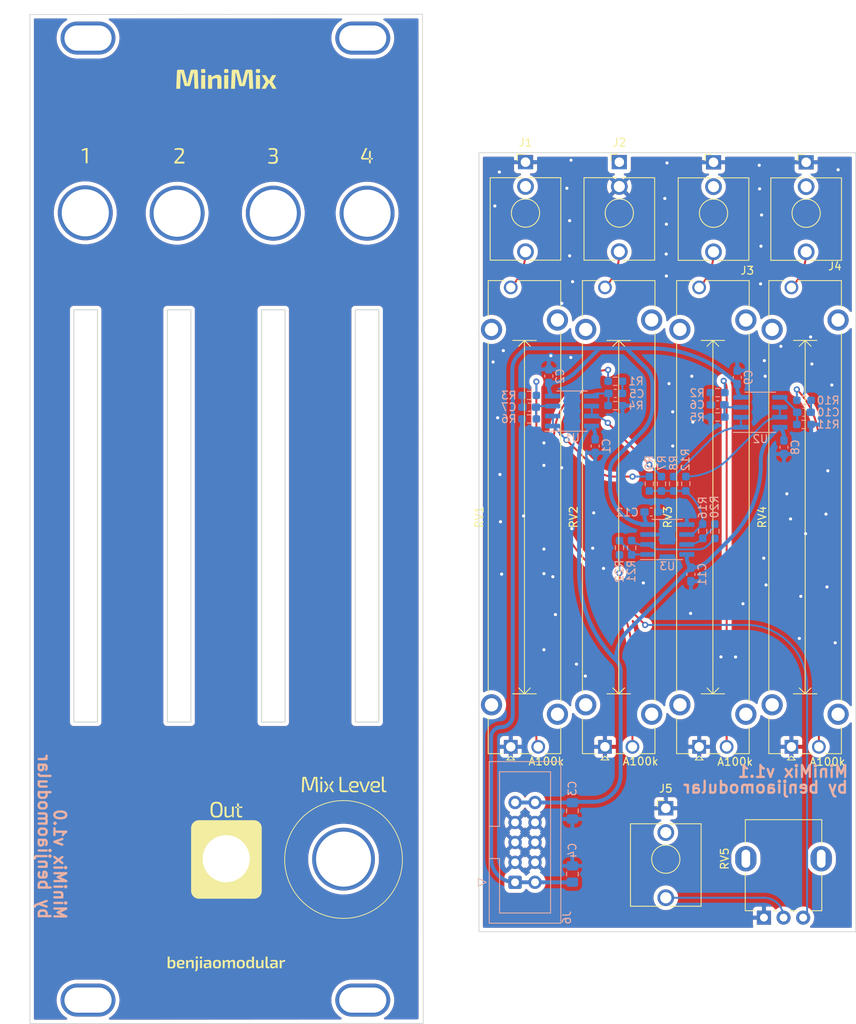
<source format=kicad_pcb>
(kicad_pcb (version 20211014) (generator pcbnew)
  (title_block (title "MiniMix") (rev "v1.1"))
  (layers (0 "F.Cu" signal) (31 "B.Cu" signal) (34 "B.Paste" user) (35 "F.Paste" user) (36 "B.SilkS" user "B.Silkscreen") (37 "F.SilkS" user "F.Silkscreen") (38 "B.Mask" user) (39 "F.Mask" user) (44 "Edge.Cuts" user))
  (net 0 "")
  (net 1 "GND")
  (net 2 "+12V")
  (net 3 "-12V")
  (net 4 "Net-(C5-Pad1)")
  (net 5 "Net-(C5-Pad2)")
  (net 6 "Net-(C6-Pad1)")
  (net 7 "Net-(C6-Pad2)")
  (net 8 "Net-(C7-Pad1)")
  (net 9 "Net-(C7-Pad2)")
  (net 10 "Net-(C10-Pad1)")
  (net 11 "Net-(C10-Pad2)")
  (net 13 "Net-(R22-Pad1)")
  (net 17 "Net-(J1-PadT)")
  (net 19 "Net-(J2-PadT)")
  (net 20 "Net-(J3-PadT)")
  (net 21 "Net-(J4-PadT)")
  (net 22 "Net-(R1-Pad2)")
  (net 23 "Net-(R2-Pad2)")
  (net 24 "Net-(R3-Pad2)")
  (net 25 "/MIXER_IN")
  (net 26 "Net-(R7-Pad2)")
  (net 27 "Net-(R8-Pad2)")
  (net 28 "Net-(R9-Pad2)")
  (net 29 "Net-(R10-Pad2)")
  (net 30 "Net-(J5-PadT)")
  (net 31 "Net-(R12-Pad2)")
  (net 32 "Net-(R16-Pad1)")
  (net 33 "Net-(R20-Pad1)")
  (net 34 "Net-(R21-Pad1)")
  (footprint "Potentiometer_THT:Potentiometer_Bourns_PTA4543_Single_Slide" (layer "F.Cu") (at 151.25 133.25 90)
    (fp_text reference "RV1")
    (fp_text value "A100k")
  )
  (footprint "benjiaomodular:AudioJack_3.5mm" (layer "F.Cu") (at 177.079275 58.82)
    (fp_text reference "J3")
    (fp_text value "AudioJack2_SwitchT" hide)
  )
  (footprint "benjiaomodular:AudioJack_3.5mm" (layer "F.Cu") (at 165.079275 58.8)
    (fp_text reference "J2")
    (fp_text value "AudioJack2_SwitchT" hide)
  )
  (footprint "benjiaomodular:PanelHole_PTA45xx_SlidePot" (layer "F.Cu") (at 98.85 74.6 -90)
    (fp_text reference "REF**" hide)
    (fp_text value "PanelHole_PTA45xx_SlidePot")
    (fp_line (start 55.5 3.25) (end 55.5 0.25) (layer "Edge.Cuts") (width 0.12))
    (fp_line (start 55.5 0.25) (end 3 0.25) (layer "Edge.Cuts") (width 0.12))
    (fp_line (start 3 3.25) (end 55.5 3.25) (layer "Edge.Cuts") (width 0.12))
    (fp_line (start 3 0.25) (end 3 3.25) (layer "Edge.Cuts") (width 0.12))
  )
  (footprint "Potentiometer_THT:Potentiometer_Bourns_PTA4543_Single_Slide" (layer "F.Cu") (at 187 133.25 90)
    (fp_text reference "RV4")
    (fp_text value "A100k")
  )
  (footprint "benjiaomodular:PanelHole_AudioJack_3.5mm" (layer "F.Cu") (at 115 141)
    (fp_text reference "REF**")
    (fp_text value "PanelHole_AudioJack_3.5mm")
  )
  (footprint "benjiaomodular:Potentiometer_RV09" (layer "F.Cu") (at 183.5 155 90)
    (fp_text reference "RV5")
    (fp_text value "A100k")
  )
  (footprint "benjiaomodular:PanelHole_AudioJack_3.5mm" (layer "F.Cu") (at 97.05 58.75)
    (fp_text reference "REF**")
    (fp_text value "PanelHole_AudioJack_3.5mm")
  )
  (footprint "benjiaomodular:AudioJack_3.5mm" (layer "F.Cu") (at 153.129275 58.8)
    (fp_text reference "J1")
    (fp_text value "AudioJack2_SwitchT" hide)
  )
  (footprint "benjiaomodular:PanelHole_AudioJack_3.5mm" (layer "F.Cu") (at 132.95 58.8)
    (fp_text reference "REF**")
    (fp_text value "PanelHole_AudioJack_3.5mm")
  )
  (footprint "benjiaomodular:AudioJack_3.5mm" (layer "F.Cu") (at 171 141.07)
    (fp_text reference "J5")
    (fp_text value "AudioJack2_SwitchT" hide)
  )
  (footprint "benjiaomodular:PanelHole_AudioJack_3.5mm" (layer "F.Cu") (at 121 58.8)
    (fp_text reference "REF**")
    (fp_text value "PanelHole_AudioJack_3.5mm")
  )
  (footprint "benjiaomodular:PanelHole_PTA45xx_SlidePot" (layer "F.Cu") (at 110.75 74.6 -90)
    (fp_text reference "REF**" hide)
    (fp_text value "PanelHole_PTA45xx_SlidePot")
    (fp_line (start 3 3.25) (end 55.5 3.25) (layer "Edge.Cuts") (width 0.12))
    (fp_line (start 3 0.25) (end 3 3.25) (layer "Edge.Cuts") (width 0.12))
    (fp_line (start 55.5 0.25) (end 3 0.25) (layer "Edge.Cuts") (width 0.12))
    (fp_line (start 55.5 3.25) (end 55.5 0.25) (layer "Edge.Cuts") (width 0.12))
  )
  (footprint "benjiaomodular:PanelHole_PTA45xx_SlidePot" (layer "F.Cu") (at 122.75 74.6 -90)
    (fp_text reference "REF**" hide)
    (fp_text value "PanelHole_PTA45xx_SlidePot")
    (fp_line (start 55.5 0.25) (end 3 0.25) (layer "Edge.Cuts") (width 0.12))
    (fp_line (start 55.5 3.25) (end 55.5 0.25) (layer "Edge.Cuts") (width 0.12))
    (fp_line (start 3 3.25) (end 55.5 3.25) (layer "Edge.Cuts") (width 0.12))
    (fp_line (start 3 0.25) (end 3 3.25) (layer "Edge.Cuts") (width 0.12))
  )
  (footprint "benjiaomodular:PanelHole_PTA45xx_SlidePot" (layer "F.Cu") (at 134.7 74.6 -90)
    (fp_text reference "REF**" hide)
    (fp_text value "PanelHole_PTA45xx_SlidePot")
    (fp_line (start 3 0.25) (end 3 3.25) (layer "Edge.Cuts") (width 0.12))
    (fp_line (start 55.5 3.25) (end 55.5 0.25) (layer "Edge.Cuts") (width 0.12))
    (fp_line (start 55.5 0.25) (end 3 0.25) (layer "Edge.Cuts") (width 0.12))
    (fp_line (start 3 3.25) (end 55.5 3.25) (layer "Edge.Cuts") (width 0.12))
  )
  (footprint "benjiaomodular:PanelHole_Potentiometer_RV09" (layer "F.Cu") (at 127.45 155.05 90)
    (fp_text reference "REF**" hide)
    (fp_text value "PanelHole_Potentiometer_RV09" hide)
  )
  (footprint "benjiaomodular:AudioJack_3.5mm" (layer "F.Cu") (at 188.879275 58.82)
    (fp_text reference "J4")
    (fp_text value "AudioJack2_SwitchT" hide)
  )
  (footprint "benjiaomodular:PanelHole_AudioJack_3.5mm" (layer "F.Cu") (at 108.75 58.8)
    (fp_text reference "REF**")
    (fp_text value "PanelHole_AudioJack_3.5mm")
  )
  (footprint "Potentiometer_THT:Potentiometer_Bourns_PTA4543_Single_Slide" (layer "F.Cu") (at 175.25 133.25 90)
    (fp_text reference "RV3")
    (fp_text value "A100k")
  )
  (footprint "Potentiometer_THT:Potentiometer_Bourns_PTA4543_Single_Slide" (layer "F.Cu") (at 163.25 133.25 90)
    (fp_text reference "RV2")
    (fp_text value "A100k")
  )
  (footprint "benjiaomodular:Panel_10HP" (layer "F.Cu") (at 89.9 40)
    (fp_text reference "REF**")
    (fp_text value "Panel_10HP")
  )
  (footprint "Resistor_SMD:R_0603_1608Metric_Pad0.98x0.95mm_HandSolder" (layer "B.Cu") (at 173.55 99.75 90)
    (fp_text reference "R12")
    (fp_text value "100K")
  )
  (footprint "Resistor_SMD:R_0603_1608Metric_Pad0.98x0.95mm_HandSolder" (layer "B.Cu") (at 172 99.75 90)
    (fp_text reference "R8")
    (fp_text value "100K")
  )
  (footprint "Capacitor_SMD:C_0603_1608Metric_Pad1.08x0.95mm_HandSolder" (layer "B.Cu") (at 169.15 103.35)
    (fp_text reference "C12")
    (fp_text value "100nF")
  )
  (footprint "Capacitor_SMD:C_0603_1608Metric_Pad1.08x0.95mm_HandSolder" (layer "B.Cu") (at 164.5625 88.25)
    (fp_text reference "C5")
    (fp_text value "100nF")
  )
  (footprint "Resistor_SMD:R_0603_1608Metric_Pad0.98x0.95mm_HandSolder" (layer "B.Cu") (at 165.1 107.9 90)
    (fp_text reference "R22")
    (fp_text value "1K")
  )
  (footprint "Resistor_SMD:R_0603_1608Metric_Pad0.98x0.95mm_HandSolder" (layer "B.Cu") (at 153.6 88.5)
    (fp_text reference "R3")
    (fp_text value "10K")
  )
  (footprint "Resistor_SMD:R_0603_1608Metric_Pad0.98x0.95mm_HandSolder" (layer "B.Cu") (at 168.9 99.75 90)
    (fp_text reference "R9")
    (fp_text value "100K")
  )
  (footprint "Resistor_SMD:R_0603_1608Metric_Pad0.98x0.95mm_HandSolder" (layer "B.Cu") (at 177.25 105.8 90)
    (fp_text reference "R20")
    (fp_text value "100K")
  )
  (footprint "Resistor_SMD:R_0603_1608Metric_Pad0.98x0.95mm_HandSolder" (layer "B.Cu") (at 170.45 99.75 90)
    (fp_text reference "R7")
    (fp_text value "100K")
  )
  (footprint "Capacitor_SMD:C_0603_1608Metric_Pad1.08x0.95mm_HandSolder" (layer "B.Cu") (at 174.2 111.3 90)
    (fp_text reference "C11")
    (fp_text value "100nF")
  )
  (footprint "Resistor_SMD:R_0603_1608Metric_Pad0.98x0.95mm_HandSolder" (layer "B.Cu") (at 188.6 92.2 180)
    (fp_text reference "R11")
    (fp_text value "1M")
  )
  (footprint "Capacitor_SMD:C_0603_1608Metric_Pad1.08x0.95mm_HandSolder" (layer "B.Cu") (at 177.6 89.7 180)
    (fp_text reference "C6")
    (fp_text value "100nF")
  )
  (footprint "Capacitor_SMD:C_0805_2012Metric_Pad1.18x1.45mm_HandSolder" (layer "B.Cu") (at 159.1 149.45 -90)
    (fp_text reference "C4")
    (fp_text value "22uF")
  )
  (footprint "Package_SO:SOIC-8_3.9x4.9mm_P1.27mm" (layer "B.Cu") (at 183.05 90.65)
    (fp_text reference "U2")
    (fp_text value "NE5532")
  )
  (footprint "Capacitor_SMD:C_0603_1608Metric_Pad1.08x0.95mm_HandSolder" (layer "B.Cu") (at 180.1 86.2 90)
    (fp_text reference "C9")
    (fp_text value "100nF")
  )
  (footprint "Capacitor_SMD:C_0603_1608Metric_Pad1.08x0.95mm_HandSolder" (layer "B.Cu") (at 156.1 86.05 90)
    (fp_text reference "C2")
    (fp_text value "100nF")
  )
  (footprint "Capacitor_SMD:C_0805_2012Metric_Pad1.18x1.45mm_HandSolder" (layer "B.Cu") (at 159.1 141.4 -90)
    (fp_text reference "C3")
    (fp_text value "22uF")
  )
  (footprint "Resistor_SMD:R_0603_1608Metric_Pad0.98x0.95mm_HandSolder" (layer "B.Cu") (at 164.5625 86.7 180)
    (fp_text reference "R1")
    (fp_text value "10K")
  )
  (footprint "Resistor_SMD:R_0603_1608Metric_Pad0.98x0.95mm_HandSolder" (layer "B.Cu") (at 177.6 91.25)
    (fp_text reference "R5")
    (fp_text value "1M")
  )
  (footprint "Resistor_SMD:R_0603_1608Metric_Pad0.98x0.95mm_HandSolder" (layer "B.Cu") (at 175.7 105.8 90)
    (fp_text reference "R16")
    (fp_text value "100K")
  )
  (footprint "Connector_IDC:IDC-Header_2x05_P2.54mm_Vertical" (layer "B.Cu") (at 151.8 150.5)
    (fp_text reference "J6")
    (fp_text value "IDC_2x05")
  )
  (footprint "Package_SO:SOIC-8_3.9x4.9mm_P1.27mm" (layer "B.Cu") (at 159.05 90.5)
    (fp_text reference "U1")
    (fp_text value "NE5532")
  )
  (footprint "Package_SO:SOIC-8_3.9x4.9mm_P1.27mm" (layer "B.Cu") (at 171.2 106.85)
    (fp_text reference "U3")
    (fp_text value "NE5532")
  )
  (footprint "Capacitor_SMD:C_0603_1608Metric_Pad1.08x0.95mm_HandSolder" (layer "B.Cu") (at 188.6 90.65)
    (fp_text reference "C10")
    (fp_text value "100nF")
  )
  (footprint "Resistor_SMD:R_0603_1608Metric_Pad0.98x0.95mm_HandSolder" (layer "B.Cu") (at 164.5625 89.8 180)
    (fp_text reference "R4")
    (fp_text value "1M")
  )
  (footprint "Capacitor_SMD:C_0603_1608Metric_Pad1.08x0.95mm_HandSolder" (layer "B.Cu") (at 162 94.95 90)
    (fp_text reference "C1")
    (fp_text value "100nF")
  )
  (footprint "Resistor_SMD:R_0603_1608Metric_Pad0.98x0.95mm_HandSolder" (layer "B.Cu") (at 188.6 89.125 180)
    (fp_text reference "R10")
    (fp_text value "10K")
  )
  (footprint "Resistor_SMD:R_0603_1608Metric_Pad0.98x0.95mm_HandSolder" (layer "B.Cu") (at 177.6 88.15)
    (fp_text reference "R2")
    (fp_text value "10K")
  )
  (footprint "Capacitor_SMD:C_0603_1608Metric_Pad1.08x0.95mm_HandSolder" (layer "B.Cu") (at 153.6 90 180)
    (fp_text reference "C7")
    (fp_text value "100nF")
  )
  (footprint "Resistor_SMD:R_0603_1608Metric_Pad0.98x0.95mm_HandSolder" (layer "B.Cu") (at 166.65 107.9 90)
    (fp_text reference "R21")
    (fp_text value "100K")
  )
  (footprint "Capacitor_SMD:C_0603_1608Metric_Pad1.08x0.95mm_HandSolder" (layer "B.Cu") (at 186.05 95.1 90)
    (fp_text reference "C8")
    (fp_text value "100nF")
  )
  (footprint "Resistor_SMD:R_0603_1608Metric_Pad0.98x0.95mm_HandSolder" (layer "B.Cu") (at 153.6 91.5)
    (fp_text reference "R6")
    (fp_text value "1M")
  )
  (gr_line (start 109.708682 63.988541) (end 109.773359 64.021666) (layer "F.SilkS") (width 0.1))
  (gr_line (start 137.450253 147.594448) (end 137.450253 147.594448) (layer "F.SilkS") (width 0.1))
  (gr_line (start 122.010478 66.450951) (end 121.956051 66.498097) (layer "F.SilkS") (width 0.1))
  (gr_line (start 97.037624 66.838672) (end 96.961447 66.83288) (layer "F.SilkS") (width 0.1))
  (gr_line (start 127.011202 146.989844) (end 127.044701 146.844702) (layer "F.SilkS") (width 0.1))
  (gr_line (start 120.351601 66.692708) (end 120.286924 66.659582) (layer "F.SilkS") (width 0.1))
  (gr_line (start 122.787438 149.824719) (end 122.686372 149.468815) (layer "F.SilkS") (width 0.1))
  (gr_poly (pts (xy 115.131181 46.944791) (xy 115.14043 46.945255) (xy 115.149378 46.946029) (xy 115.158024 46.947112) (xy 115.166369 46.948505) (xy 115.174412 46.950208) (xy 115.182152 46.95222) (xy 115.189591 46.954542) (xy 115.196727 46.957174) (xy 115.203561 46.960115) (xy 115.210093 46.963367) (xy 115.216322 46.966928) (xy 115.222248 46.970799) (xy 115.227871 46.97498) (xy 115.233192 46.979471) (xy 115.238209 46.984272) (xy 115.242923 46.989383) (xy 115.247334 46.994804) (xy 115.251442 47.000536) (xy 115.255246 47.006577) (xy 115.258746 47.012929) (xy 115.261943 47.019591) (xy 115.264836 47.026563) (xy 115.267424 47.033846) (xy 115.269709 47.041439) (xy 115.271689 47.049342) (xy 115.273365 47.057556) (xy 115.274737 47.06608) (xy 115.275804 47.074915) (xy 115.276566 47.08406) (xy 115.277176 47.103283) (xy 115.277176 47.290352) (xy 115.277023 47.300118) (xy 115.276566 47.309574) (xy 115.275804 47.31872) (xy 115.274737 47.327554) (xy 115.273365 47.336079) (xy 115.271689 47.344292) (xy 115.269709 47.352196) (xy 115.267424 47.359789) (xy 115.264836 47.367071) (xy 115.261943 47.374043) (xy 115.258746 47.380705) (xy 115.255246 47.387057) (xy 115.251442 47.393099) (xy 115.247334 47.39883) (xy 115.242923 47.404251) (xy 115.238209 47.409362) (xy 115.233192 47.414163) (xy 115.227871 47.418655) (xy 115.222248 47.422836) (xy 115.216322 47.426707) (xy 115.210093 47.430268) (xy 115.203561 47.433519) (xy 115.196727 47.436461) (xy 115.189591 47.439093) (xy 115.182152 47.441415) (xy 115.174412 47.443427) (xy 115.166369 47.445129) (xy 115.158024 47.446522) (xy 115.149378 47.447606) (xy 115.14043 47.448379) (xy 115.131181 47.448844) (xy 115.12163 47.448998) (xy 114.89632 47.448998) (xy 114.88677 47.448844) (xy 114.87752 47.448379) (xy 114.868573 47.447606) (xy 114.859926 47.446522) (xy 114.851582 47.445129) (xy 114.843539 47.443427) (xy 114.835799 47.441415) (xy 114.82836 47.439093) (xy 114.821224 47.436461) (xy 114.81439 47.433519) (xy 114.807858 47.430268) (xy 114.801629 47.426707) (xy 114.795703 47.422836) (xy 114.79008 47.418655) (xy 114.784759 47.414163) (xy 114.779742 47.409362) (xy 114.775028 47.404251) (xy 114.770617 47.39883) (xy 114.766509 47.393099) (xy 114.762705 47.387057) (xy 114.759205 47.380705) (xy 114.756008 47.374043) (xy 114.753115 47.367071) (xy 114.750526 47.359789) (xy 114.748242 47.352196) (xy 114.746261 47.344292) (xy 114.744585 47.336079) (xy 114.743214 47.327554) (xy 114.742147 47.31872) (xy 114.741384 47.309574) (xy 114.740774 47.290352) (xy 114.740774 47.103283) (xy 114.740927 47.093516) (xy 114.741384 47.08406) (xy 114.742147 47.074915) (xy 114.743214 47.06608) (xy 114.744585 47.057556) (xy 114.746261 47.049342) (xy 114.748242 47.041439) (xy 114.750526 47.033846) (xy 114.753115 47.026563) (xy 114.756008 47.019591) (xy 114.759205 47.012929) (xy 114.762705 47.006577) (xy 114.766509 47.000536) (xy 114.770617 46.994805) (xy 114.775028 46.989383) (xy 114.779742 46.984272) (xy 114.784759 46.979471) (xy 114.79008 46.97498) (xy 114.795703 46.970799) (xy 114.801629 46.966928) (xy 114.807858 46.963367) (xy 114.81439 46.960115) (xy 114.821224 46.957174) (xy 114.82836 46.954542) (xy 114.835799 46.95222) (xy 114.843539 46.950208) (xy 114.851582 46.948505) (xy 114.859926 46.947112) (xy 114.868573 46.946029) (xy 114.87752 46.945255) (xy 114.88677 46.944791) (xy 114.89632 46.944636) (xy 115.12163 46.944636)) (layer "F.SilkS") (width 0) (fill solid))
  (gr_line (start 107.64939 64.824874) (end 107.676248 64.756757) (layer "F.SilkS") (width 0.1))
  (gr_line (start 124.907422 142.042813) (end 125.179556 141.807084) (layer "F.SilkS") (width 0.1))
  (gr_line (start 110.302194 66.179288) (end 110.260374 66.238098) (layer "F.SilkS") (width 0.1))
  (gr_line (start 134.264431 64.625636) (end 134.297556 64.690313) (layer "F.SilkS") (width 0.1))
  (gr_line (start 136.710671 144.342888) (end 136.860865 144.67511) (layer "F.SilkS") (width 0.1))
  (gr_line (start 95.614813 65.340624) (end 95.616765 65.263434) (layer "F.SilkS") (width 0.1))
  (gr_line (start 132.868283 63.842576) (end 132.945473 63.840624) (layer "F.SilkS") (width 0.1))
  (gr_line (start 128.782518 150.358693) (end 128.649629 150.298616) (layer "F.SilkS") (width 0.1))
  (gr_line (start 122.284752 66.118428) (end 122.245735 66.179288) (layer "F.SilkS") (width 0.1))
  (gr_line (start 131.745201 149.998454) (end 131.627582 150.082095) (layer "F.SilkS") (width 0.1))
  (gr_line (start 120.699611 63.871099) (end 120.773478 63.857908) (layer "F.SilkS") (width 0.1))
  (gr_line (start 130.256986 144.609937) (end 130.407124 144.629015) (layer "F.SilkS") (width 0.1))
  (gr_line (start 96.106247 64.230297) (end 96.160674 64.183152) (layer "F.SilkS") (width 0.1))
  (gr_line (start 134.0558 66.34919) (end 134.006133 66.401284) (layer "F.SilkS") (width 0.1))
  (gr_line (start 130.981754 144.776488) (end 131.117989 144.830204) (layer "F.SilkS") (width 0.1))
  (gr_line (start 119.549137 64.965751) (end 119.56935 64.89457) (layer "F.SilkS") (width 0.1))
  (gr_line (start 123.940237 152.081818) (end 123.731135 151.78777) (layer "F.SilkS") (width 0.1))
  (gr_poly (pts (xy 120.443787 48.39416) (xy 120.475307 48.39416) (xy 120.856159 47.713581) (xy 121.385326 47.713581) (xy 120.880964 48.563659) (xy 121.424086 49.45611) (xy 120.894918 49.45611) (xy 120.469622 48.718688) (xy 120.449989 48.718688) (xy 120.027275 49.45611) (xy 119.494492 49.45611) (xy 120.037609 48.563659) (xy 119.533247 47.713581) (xy 120.062414 47.713581)) (layer "F.SilkS") (width 0) (fill solid))
  (gr_line (start 137.214133 149.468815) (end 137.113067 149.824719) (layer "F.SilkS") (width 0.1))
  (gr_line (start 120.848547 63.848369) (end 120.924723 63.842576) (layer "F.SilkS") (width 0.1))
  (gr_line (start 132.295161 63.988541) (end 132.361605 63.958502) (layer "F.SilkS") (width 0.1))
  (gr_line (start 126.375307 140.999658) (end 126.698692 140.83403) (layer "F.SilkS") (width 0.1))
  (gr_line (start 109.773359 66.659582) (end 109.708682 66.692708) (layer "F.SilkS") (width 0.1))
  (gr_line (start 132.815379 146.702341) (end 132.855805 146.844702) (layer "F.SilkS") (width 0.1))
  (gr_line (start 120.555859 63.908061) (end 120.62704 63.887848) (layer "F.SilkS") (width 0.1))
  (gr_line (start 120.486163 63.931644) (end 120.555859 63.908061) (layer "F.SilkS") (width 0.1))
  (gr_line (start 108.219707 64.096801) (end 108.280566 64.057784) (layer "F.SilkS") (width 0.1))
  (gr_line (start 96.399824 64.021666) (end 96.464501 63.988541) (layer "F.SilkS") (width 0.1))
  (gr_line (start 136.545043 144.019503) (end 136.710671 144.342888) (layer "F.SilkS") (width 0.1))
  (gr_line (start 98.584338 65.038322) (end 98.59753 65.112189) (layer "F.SilkS") (width 0.1))
  (gr_line (start 109.836175 64.057784) (end 109.897035 64.096801) (layer "F.SilkS") (width 0.1))
  (gr_line (start 131.967386 149.815102) (end 131.858532 149.909394) (layer "F.SilkS") (width 0.1))
  (gr_line (start 121.447967 63.908061) (end 121.517663 63.931644) (layer "F.SilkS") (width 0.1))
  (gr_line (start 130.554858 150.533499) (end 130.407124 150.559882) (layer "F.SilkS") (width 0.1))
  (gr_line (start 123.536053 151.483471) (end 123.355462 151.169394) (layer "F.SilkS") (width 0.1))
  (gr_line (start 129.345648 144.655398) (end 129.493383 144.629015) (layer "F.SilkS") (width 0.1))
  (gr_line (start 132.768214 148.625948) (end 132.714498 148.762183) (layer "F.SilkS") (width 0.1))
  (gr_line (start 110.440493 65.924492) (end 110.410454 65.990936) (layer "F.SilkS") (width 0.1))
  (gr_poly (pts (xy 122.496094 160.613163) (xy 122.422195 160.613163) (xy 122.401515 160.613588) (xy 122.380754 160.614864) (xy 122.359916 160.616993) (xy 122.339008 160.619979) (xy 122.318033 160.623825) (xy 122.296998 160.628532) (xy 122.275907 160.634105) (xy 122.254765 160.640545) (xy 122.235648 160.646991) (xy 122.215209 160.654307) (xy 122.193555 160.662421) (xy 122.170793 160.671259) (xy 122.122371 160.690812) (xy 122.070797 160.712376) (xy 122.070797 161.441014) (xy 121.81448 161.441014) (xy 121.81448 160.401806) (xy 122.013435 160.401806) (xy 122.040306 160.562519) (xy 122.066207 160.54187) (xy 122.092209 160.522316) (xy 122.118319 160.503877) (xy 122.144539 160.486576) (xy 122.170876 160.470436) (xy 122.197334 160.455478) (xy 122.210609 160.448449) (xy 122.223917 160.441724) (xy 122.237257 160.435305) (xy 122.25063 160.429196) (xy 122.264884 160.422787) (xy 122.279073 160.416784) (xy 122.293196 160.411189) (xy 122.307253 160.406002) (xy 122.321244 160.401224) (xy 122.335169 160.396857) (xy 122.349027 160.392901) (xy 122.36282 160.389357) (xy 122.376546 160.386226) (xy 122.390206 160.38351) (xy 122.4038 160.381209) (xy 122.417328 160.379324) (xy 122.430789 160.377856) (xy 122.444184 160.376806) (xy 122.457513 160.376176) (xy 122.470776 160.375965) (xy 122.521412 160.375965)) (layer "F.SilkS") (width 0) (fill solid))
  (gr_line (start 132.717038 63.857908) (end 132.792107 63.848369) (layer "F.SilkS") (width 0.1))
  (gr_line (start 121.447967 66.773187) (end 121.376786 66.7934) (layer "F.SilkS") (width 0.1))
  (gr_line (start 131.936907 64.230297) (end 131.991334 64.183152) (layer "F.SilkS") (width 0.1))
  (gr_line (start 130.256986 150.57896) (end 130.104632 150.590545) (layer "F.SilkS") (width 0.1))
  (gr_line (start 107.64939 65.856374) (end 107.625808 65.786678) (layer "F.SilkS") (width 0.1))
  (gr_line (start 134.147476 66.238098) (end 134.102945 66.294763) (layer "F.SilkS") (width 0.1))
  (gr_line (start 108.542621 63.931644) (end 108.612317 63.908061) (layer "F.SilkS") (width 0.1))
  (gr_line (start 124.398617 152.637279) (end 124.162888 152.365145) (layer "F.SilkS") (width 0.1))
  (gr_line (start 132.934764 147.901181) (end 132.915686 148.051319) (layer "F.SilkS") (width 0.1))
  (gr_line (start 107.775531 66.118428) (end 107.739413 66.055613) (layer "F.SilkS") (width 0.1))
  (gr_line (start 107.605595 65.715497) (end 107.588845 65.642926) (layer "F.SilkS") (width 0.1))
  (gr_line (start 132.815379 148.486556) (end 132.768214 148.625948) (layer "F.SilkS") (width 0.1))
  (gr_line (start 122.602626 149.10596) (end 122.536669 148.736625) (layer "F.SilkS") (width 0.1))
  (gr_line (start 131.475947 65.642926) (end 131.462756 65.569059) (layer "F.SilkS") (width 0.1))
  (gr_line (start 122.494167 65.187258) (end 122.499959 65.263434) (layer "F.SilkS") (width 0.1))
  (gr_line (start 128.438741 140.246822) (end 128.808077 140.180865) (layer "F.SilkS") (width 0.1))
  (gr_line (start 132.643171 63.871099) (end 132.717038 63.857908) (layer "F.SilkS") (width 0.1))
  (gr_line (start 122.488974 146.827617) (end 122.536669 146.452272) (layer "F.SilkS") (width 0.1))
  (gr_line (start 131.462756 65.112189) (end 131.475947 65.038322) (layer "F.SilkS") (width 0.1))
  (gr_line (start 134.264431 66.055613) (end 134.228313 66.118428) (layer "F.SilkS") (width 0.1))
  (gr_line (start 131.967386 145.373795) (end 132.071574 145.473129) (layer "F.SilkS") (width 0.1))
  (gr_line (start 131.447425 65.263434) (end 131.453217 65.187258) (layer "F.SilkS") (width 0.1))
  (gr_line (start 122.460012 147.980397) (end 122.450253 147.594448) (layer "F.SilkS") (width 0.1))
  (gr_line (start 131.56335 65.924492) (end 131.536492 65.856374) (layer "F.SilkS") (width 0.1))
  (gr_line (start 131.835146 64.332058) (end 131.884813 64.279964) (layer "F.SilkS") (width 0.1))
  (gr_poly (pts (xy 111.857505 159.950717) (xy 111.862042 159.950943) (xy 111.86643 159.951319) (xy 111.870667 159.951845) (xy 111.874754 159.952521) (xy 111.878692 159.953347) (xy 111.88248 159.954324) (xy 111.886118 159.95545) (xy 111.889607 159.956725) (xy 111.892947 159.95815) (xy 111.896137 159.959725) (xy 111.899177 159.961449) (xy 111.902069 159.963322) (xy 111.904812 159.965344) (xy 111.907405 159.967515) (xy 111.90985 159.969836) (xy 111.912146 159.972305) (xy 111.914293 159.974923) (xy 111.916291 159.977689) (xy 111.918141 159.980604) (xy 111.919842 159.983667) (xy 111.921395 159.986879) (xy 111.9228 159.990238) (xy 111.924056 159.993746) (xy 111.925164 159.997402) (xy 111.926124 160.001206) (xy 111.926937 160.005157) (xy 111.927601 160.009256) (xy 111.928118 160.013503) (xy 111.928487 160.017897) (xy 111.928782 160.027127) (xy 111.928782 160.145466) (xy 111.928708 160.150154) (xy 111.928487 160.154692) (xy 111.928118 160.159079) (xy 111.927601 160.163317) (xy 111.926937 160.167404) (xy 111.926124 160.171342) (xy 111.925164 160.17513) (xy 111.924056 160.178769) (xy 111.9228 160.182258) (xy 111.921395 160.185597) (xy 111.919842 160.188788) (xy 111.918141 160.191828) (xy 111.916291 160.19472) (xy 111.914293 160.197463) (xy 111.912146 160.200056) (xy 111.90985 160.202501) (xy 111.907405 160.204796) (xy 111.904812 160.206943) (xy 111.902069 160.208942) (xy 111.899177 160.210792) (xy 111.896137 160.212493) (xy 111.892947 160.214046) (xy 111.889607 160.21545) (xy 111.886118 160.216707) (xy 111.88248 160.217815) (xy 111.878692 160.218775) (xy 111.874754 160.219587) (xy 111.870667 160.220252) (xy 111.86643 160.220768) (xy 111.862042 160.221137) (xy 111.857505 160.221358) (xy 111.852818 160.221432) (xy 111.738096 160.221432) (xy 111.733409 160.221358) (xy 111.728872 160.221137) (xy 111.724484 160.220768) (xy 111.720247 160.220251) (xy 111.71616 160.219587) (xy 111.712222 160.218774) (xy 111.708434 160.217814) (xy 111.704796 160.216706) (xy 111.701307 160.215449) (xy 111.697967 160.214044) (xy 111.694777 160.212491) (xy 111.691736 160.21079) (xy 111.688845 160.20894) (xy 111.686102 160.206941) (xy 111.683509 160.204794) (xy 111.681064 160.202498) (xy 111.678768 160.200053) (xy 111.676621 160.197459) (xy 111.674623 160.194717) (xy 111.672773 160.191825) (xy 111.671072 160.188784) (xy 111.669519 160.185594) (xy 111.668114 160.182254) (xy 111.666858 160.178766) (xy 111.66575 160.175127) (xy 111.664789 160.171339) (xy 111.663977 160.167402) (xy 111.663313 160.163315) (xy 111.662796 160.159077) (xy 111.662427 160.15469) (xy 111.662206 160.150153) (xy 111.662132 160.145466) (xy 111.662132 160.027127) (xy 111.662206 160.022439) (xy 111.662427 160.017898) (xy 111.662796 160.013504) (xy 111.663313 160.009258) (xy 111.663977 160.00516) (xy 111.664789 160.001208) (xy 111.66575 159.997405) (xy 111.666858 159.993749) (xy 111.668114 159.990242) (xy 111.669519 159.986882) (xy 111.671072 159.98367) (xy 111.672773 159.980607) (xy 111.674623 159.977692) (xy 111.676621 159.974926) (xy 111.678768 159.972308) (xy 111.681064 159.969838) (xy 111.683509 159.967518) (xy 111.686102 159.965347) (xy 111.688845 159.963324) (xy 111.691736 159.961451) (xy 111.694777 159.959727) (xy 111.697967 159.958152) (xy 111.701307 159.956726) (xy 111.704796 159.955451) (xy 111.708434 159.954324) (xy 111.712222 159.953348) (xy 111.71616 159.952522) (xy 111.720247 159.951845) (xy 111.724484 159.951319) (xy 111.728872 159.950943) (xy 111.733409 159.950717) (xy 111.738096 159.950642) (xy 111.852818 159.950642)) (layer "F.SilkS") (width 0) (fill solid))
  (gr_line (start 137.113067 149.824719) (end 136.995155 150.1732) (layer "F.SilkS") (width 0.1))
  (gr_line (start 125.756931 153.813566) (end 125.462883 153.604464) (layer "F.SilkS") (width 0.1))
  (gr_line (start 131.626515 64.625636) (end 131.662633 64.56282) (layer "F.SilkS") (width 0.1))
  (gr_line (start 127.312337 146.164471) (end 127.384573 146.03884) (layer "F.SilkS") (width 0.1))
  (gr_line (start 97.698681 66.722747) (end 97.630564 66.749605) (layer "F.SilkS") (width 0.1))
  (gr_line (start 133.461223 63.931644) (end 133.52934 63.958502) (layer "F.SilkS") (width 0.1))
  (gr_line (start 127.384573 149.150057) (end 127.312337 149.024426) (layer "F.SilkS") (width 0.1))
  (gr_line (start 129.64352 144.609937) (end 129.795873 144.598352) (layer "F.SilkS") (width 0.1))
  (gr_line (start 134.378036 65.786678) (end 134.354453 65.856374) (layer "F.SilkS") (width 0.1))
  (gr_line (start 131.824619 154.858329) (end 131.461764 154.942075) (layer "F.SilkS") (width 0.1))
  (gr_line (start 129.183421 155.055727) (end 128.808077 155.008032) (layer "F.SilkS") (width 0.1))
  (gr_poly (pts (xy 112.730748 160.376093) (xy 112.745879 160.376497) (xy 112.760691 160.377169) (xy 112.775185 160.37811) (xy 112.789362 160.379318) (xy 112.803223 160.380792) (xy 112.816767 160.382532) (xy 112.829997 160.384538) (xy 112.842912 160.386809) (xy 112.855514 160.389343) (xy 112.867804 160.392141) (xy 112.879781 160.395202) (xy 112.891448 160.398525) (xy 112.902804 160.40211) (xy 112.91385 160.405955) (xy 112.924587 160.410061) (xy 112.935269 160.414219) (xy 112.945622 160.418741) (xy 112.955643 160.423624) (xy 112.965335 160.428871) (xy 112.974696 160.434481) (xy 112.983727 160.440453) (xy 112.992427 160.446789) (xy 113.000797 160.453487) (xy 113.008836 160.460548) (xy 113.016545 160.467972) (xy 113.023922 160.475759) (xy 113.030969 160.483909) (xy 113.037685 160.492422) (xy 113.044069 160.501298) (xy 113.050123 160.510536) (xy 113.055845 160.520138) (xy 113.061228 160.530159) (xy 113.066263 160.540644) (xy 113.07095 160.551595) (xy 113.075291 160.56301) (xy 113.079283 160.57489) (xy 113.082929 160.587234) (xy 113.086227 160.600042) (xy 113.089178 160.613314) (xy 113.091782 160.627049) (xy 113.094038 160.641247) (xy 113.095948 160.655908) (xy 113.09751 160.671031) (xy 113.098725 160.686616) (xy 113.099592 160.702663) (xy 113.100113 160.719172) (xy 113.100287 160.736142) (xy 113.100287 161.441006) (xy 112.897198 161.441006) (xy 112.86981 161.269444) (xy 112.869167 161.270186) (xy 112.868568 161.270898) (xy 112.867473 161.272253) (xy 112.866473 161.273543) (xy 112.865513 161.274804) (xy 112.864542 161.276074) (xy 112.863506 161.277386) (xy 112.862351 161.278778) (xy 112.861713 161.279515) (xy 112.861025 161.280285) (xy 112.850684 161.290863) (xy 112.839766 161.301448) (xy 112.828265 161.312038) (xy 112.816175 161.322633) (xy 112.803491 161.333231) (xy 112.790205 161.343831) (xy 112.776312 161.354432) (xy 112.761807 161.365033) (xy 112.747223 161.375375) (xy 112.732045 161.385248) (xy 112.716273 161.394655) (xy 112.699907 161.403599) (xy 112.682945 161.412083) (xy 112.665387 161.420108) (xy 112.647232 161.427678) (xy 112.628481 161.434796) (xy 112.619152 161.438126) (xy 112.609685 161.441239) (xy 112.600081 161.444134) (xy 112.590341 161.446813) (xy 112.580465 161.449276) (xy 112.570455 161.451522) (xy 112.560311 161.453553) (xy 112.550033 161.455368) (xy 112.529083 161.458355) (xy 112.507609 161.460485) (xy 112.485618 161.461761) (xy 112.463116 161.462185) (xy 112.451552 161.462064) (xy 112.440144 161.4617) (xy 112.42889 161.461093) (xy 112.417789 161.460241) (xy 112.40684 161.459144) (xy 112.396042 161.457801) (xy 112.385395 161.456212) (xy 112.374898 161.454375) (xy 112.36455 161.452289) (xy 112.354349 161.449954) (xy 112.344295 161.44737) (xy 112.334388 161.444534) (xy 112.324626 161.441447) (xy 112.315008 161.438108) (xy 112.305534 161.434515) (xy 112.296202 161.430668) (xy 112.287062 161.426311) (xy 112.278162 161.421717) (xy 112.269503 161.416888) (xy 112.261087 161.411824) (xy 112.252915 161.406525) (xy 112.244987 161.400993) (xy 112.237306 161.395228) (xy 112.229871 161.389231) (xy 112.222684 161.383003) (xy 112.215746 161.376545) (xy 112.209059 161.369856) (xy 112.202623 161.362939) (xy 112.196439 161.355794) (xy 112.190509 161.348421) (xy 112.184833 161.340822) (xy 112.179413 161.332997) (xy 112.174286 161.324683) (xy 112.169489 161.31614) (xy 112.165023 161.307369) (xy 112.160886 161.298368) (xy 112.157079 161.289137) (xy 112.153603 161.279675) (xy 112.150457 161.269983) (xy 112.147642 161.260059) (xy 112.145158 161.249903) (xy 112.143004 161.239515) (xy 112.141182 161.228894) (xy 112.13969 161.21804) (xy 112.13853 161.206953) (xy 112.137701 161.195631) (xy 112.137203 161.184075) (xy 112.137037 161.172284) (xy 112.137037 161.138188) (xy 112.393353 161.138188) (xy 112.393488 161.146012) (xy 112.393892 161.15361) (xy 112.394565 161.160983) (xy 112.395506 161.168128) (xy 112.396715 161.175045) (xy 112.39819 161.181734) (xy 112.399932 161.188193) (xy 112.401938 161.194421) (xy 112.40421 161.200418) (xy 112.406745 161.206183) (xy 112.409543 161.211715) (xy 112.412604 161.217014) (xy 112.415927 161.222077) (xy 112.419511 161.226905) (xy 112.423355 161.231497) (xy 112.42746 161.235852) (xy 112.431838 161.2397) (xy 112.436505 161.243294) (xy 112.441462 161.246634) (xy 112.446711 161.249722) (xy 112.452253 161.252558) (xy 112.458088 161.255144) (xy 112.464219 161.257479) (xy 112.470646 161.259565) (xy 112.477371 161.261402) (xy 112.484395 161.262992) (xy 112.491719 161.264335) (xy 112.499344 161.265432) (xy 112.507271 161.266284) (xy 112.515502 161.266891) (xy 112.524037 161.267255) (xy 112.532879 161.267376) (xy 112.540074 161.267286) (xy 112.54737 161.267014) (xy 112.562267 161.265926) (xy 112.577566 161.264112) (xy 112.593266 161.261571) (xy 112.609362 161.258303) (xy 112.625852 161.254305) (xy 112.642734 161.249579) (xy 112.660004 161.244122) (xy 112.677428 161.237967) (xy 112.694777 161.231154) (xy 112.712054 161.223682) (xy 112.729262 161.21555) (xy 112.746404 161.206759) (xy 112.763483 161.197308) (xy 112.780501 161.187197) (xy 112.797463 161.176426) (xy 112.800523 161.174399) (xy 112.8035 161.172273) (xy 112.806402 161.17006) (xy 112.809241 161.167772) (xy 112.812025 161.16542) (xy 112.814765 161.163017) (xy 112.820152 161.158101) (xy 112.830829 161.14816) (xy 112.836277 161.143323) (xy 112.839063 161.140978) (xy 112.841904 161.138699) (xy 112.841904 160.960415) (xy 112.511692 160.960415) (xy 112.503896 160.960785) (xy 112.496382 160.961392) (xy 112.489151 160.962236) (xy 112.482202 160.963316) (xy 112.475534 160.964633) (xy 112.469149 160.966184) (xy 112.463045 160.967971) (xy 112.457222 160.969992) (xy 112.45168 160.972247) (xy 112.44642 160.974735) (xy 112.44144 160.977455) (xy 112.43674 160.980407) (xy 112.432321 160.983591) (xy 112.428181 160.987006) (xy 112.424322 160.990651) (xy 112.420742 160.994526) (xy 112.417411 160.998579) (xy 112.414297 161.002815) (xy 112.411401 161.007235) (xy 112.408722 161.011838) (xy 112.406259 161.016624) (xy 112.404013 161.021593) (xy 112.401982 161.026745) (xy 112.400167 161.03208) (xy 112.398566 161.037598) (xy 112.397181 161.043299) (xy 112.396009 161.049183) (xy 112.395052 161.055249) (xy 112.394308 161.061498) (xy 112.393777 161.06793) (xy 112.393459 161.074544) (xy 112.393353 161.081341) (xy 112.393353 161.138188) (xy 112.137037 161.138188) (xy 112.137037 161.062214) (xy 112.137354 161.047081) (xy 112.138302 161.032373) (xy 112.139882 161.018093) (xy 112.142093 161.00424) (xy 112.144935 160.990814) (xy 112.148406 160.977818) (xy 112.152507 160.96525) (xy 112.157237 160.953111) (xy 112.162596 160.941402) (xy 112.168582 160.930124) (xy 112.175195 160.919277) (xy 112.182436 160.908862) (xy 112.190302 160.898878) (xy 112.198794 160.889327) (xy 112.207911 160.880209) (xy 112.217653 160.871525) (xy 112.228202 160.86306) (xy 112.239213 160.855144) (xy 112.250685 160.847777) (xy 112.262618 160.840959) (xy 112.275014 160.834689) (xy 112.287871 160.828966) (xy 112.301192 160.823791) (xy 112.314975 160.819163) (xy 112.329221 160.815081) (xy 112.34393 160.811544) (xy 112.359103 160.808553) (xy 112.374739 160.806107) (xy 112.39084 160.804206) (xy 112.407405 160.802848) (xy 112.424435 160.802033) (xy 112.441929 160.801762) (xy 112.841904 160.801762) (xy 112.841904 160.734066) (xy 112.841759 160.723932) (xy 112.841325 160.714153) (xy 112.840599 160.704733) (xy 112.839581 160.69567) (xy 112.83827 160.686967) (xy 112.836665 160.678623) (xy 112.834764 160.670641) (xy 112.832567 160.663021) (xy 112.830072 160.655764) (xy 112.827278 160.648871) (xy 112.824185 160.642343) (xy 112.82079 160.636181) (xy 112.817094 160.630385) (xy 112.813094 160.624957) (xy 112.80879 160.619898) (xy 112.80418 160.615208) (xy 112.799143 160.6106) (xy 112.793555 160.606297) (xy 112.787419 160.602299) (xy 112.780734 160.598603) (xy 112.773502 160.595209) (xy 112.765722 160.592115) (xy 112.757394 160.589322) (xy 112.748521 160.586827) (xy 112.739102 160.584629) (xy 112.729138 160.582728) (xy 112.718629 160.581123) (xy 112.707576 160.579812) (xy 112.69598 160.578793) (xy 112.683841 160.578068) (xy 112.67116 160.577633) (xy 112.657936 160.577488) (xy 112.615093 160.577815) (xy 112.566977 160.578835) (xy 112.513569 160.580604) (xy 112.454847 160.58318) (xy 112.394394 160.586524) (xy 112.333679 160.590497) (xy 112.2727 160.595079) (xy 112.211453 160.600247) (xy 112.188198 160.42455) (xy 112.207003 160.420919) (xy 112.226382 160.417425) (xy 112.266892 160.410838) (xy 112.309783 160.404777) (xy 112.355112 160.399228) (xy 112.401847 160.394176) (xy 112.448891 160.389636) (xy 112.496201 160.385633) (xy 112.543732 160.382191) (xy 112.590184 160.37957) (xy 112.634277 160.377806) (xy 112.675989 160.376812) (xy 112.715298 160.3765) (xy 112.715298 160.375958)) (layer "F.SilkS") (width 0) (fill solid))
  (gr_line (start 132.868283 66.838672) (end 132.792107 66.83288) (layer "F.SilkS") (width 0.1))
  (gr_line (start 122.488974 148.36128) (end 122.460012 147.980397) (layer "F.SilkS") (width 0.1))
  (gr_line (start 131.461764 140.246822) (end 131.824619 140.330568) (layer "F.SilkS") (width 0.1))
  (gr_line (start 128.808077 155.008032) (end 128.438741 154.942075) (layer "F.SilkS") (width 0.1))
  (gr_line (start 110.467351 64.824874) (end 110.490934 64.89457) (layer "F.SilkS") (width 0.1))
  (gr_line (start 126.375307 154.189239) (end 126.06123 154.008648) (layer "F.SilkS") (width 0.1))
  (gr_line (start 108.542621 66.749605) (end 108.474503 66.722747) (layer "F.SilkS") (width 0.1))
  (gr_line (start 128.649629 150.298616) (end 128.520275 150.232364) (layer "F.SilkS") (width 0.1))
  (gr_line (start 128.155305 145.190443) (end 128.272925 145.106802) (layer "F.SilkS") (width 0.1))
  (gr_line (start 127.030914 154.505061) (end 126.698692 154.354867) (layer "F.SilkS") (width 0.1))
  (gr_line (start 133.201813 140.83403) (end 133.525198 140.999658) (layer "F.SilkS") (width 0.1))
  (gr_line (start 132.180523 140.431634) (end 132.529004 140.549546) (layer "F.SilkS") (width 0.1))
  (gr_line (start 98.068953 66.498097) (end 98.012287 66.542627) (layer "F.SilkS") (width 0.1))
  (gr_line (start 122.787438 145.364178) (end 122.905351 145.015697) (layer "F.SilkS") (width 0.1))
  (gr_line (start 96.812511 66.81015) (end 96.73994 66.7934) (layer "F.SilkS") (width 0.1))
  (gr_poly (pts (xy 133.421013 58.265631) (xy 133.186768 58.265631) (xy 133.186768 57.692723) (xy 133.229099 57.370989) (xy 133.421013 57.370989)) (layer "F.SilkS") (width 0) (fill solid))
  (gr_line (start 98.614813 65.340624) (end 98.612861 65.417814) (layer "F.SilkS") (width 0.1))
  (gr_line (start 131.626515 66.055613) (end 131.593389 65.990936) (layer "F.SilkS") (width 0.1))
  (gr_line (start 132.65442 146.293825) (end 132.714498 146.426714) (layer "F.SilkS") (width 0.1))
  (gr_line (start 127.011202 148.199053) (end 126.984819 148.051319) (layer "F.SilkS") (width 0.1))
  (gr_line (start 123.536053 143.705426) (end 123.731135 143.401127) (layer "F.SilkS") (width 0.1))
  (gr_line (start 108.049805 64.230297) (end 108.104232 64.183152) (layer "F.SilkS") (width 0.1))
  (gr_line (start 128.808077 140.180865) (end 129.183421 140.13317) (layer "F.SilkS") (width 0.1))
  (gr_line (start 95.616765 65.263434) (end 95.622558 65.187258) (layer "F.SilkS") (width 0.1))
  (gr_line (start 107.558371 65.340624) (end 107.558371 65.340624) (layer "F.SilkS") (width 0.1))
  (gr_line (start 122.384034 64.756757) (end 122.410892 64.824874) (layer "F.SilkS") (width 0.1))
  (gr_line (start 96.530946 63.958502) (end 96.599063 63.931644) (layer "F.SilkS") (width 0.1))
  (gr_line (start 120.62704 66.7934) (end 120.555859 66.773187) (layer "F.SilkS") (width 0.1))
  (gr_line (start 131.593389 64.690313) (end 131.626515 64.625636) (layer "F.SilkS") (width 0.1))
  (gr_line (start 108.343382 64.021666) (end 108.408059 63.988541) (layer "F.SilkS") (width 0.1))
  (gr_line (start 121.840576 66.584448) (end 121.779717 66.623464) (layer "F.SilkS") (width 0.1))
  (gr_line (start 121.956051 64.183152) (end 122.010478 64.230297) (layer "F.SilkS") (width 0.1))
  (gr_line (start 98.123379 66.450951) (end 98.068953 66.498097) (layer "F.SilkS") (width 0.1))
  (gr_line (start 134.297556 65.990936) (end 134.264431 66.055613) (layer "F.SilkS") (width 0.1))
  (gr_line (start 131.505863 150.160128) (end 131.380232 150.232364) (layer "F.SilkS") (width 0.1))
  (gr_line (start 119.501913 65.340624) (end 119.503865 65.263434) (layer "F.SilkS") (width 0.1))
  (gr_line (start 127.085127 146.702341) (end 127.132292 146.562948) (layer "F.SilkS") (width 0.1))
  (gr_line (start 119.501913 65.340624) (end 119.501913 65.340624) (layer "F.SilkS") (width 0.1))
  (gr_line (start 98.123379 64.230297) (end 98.175473 64.279964) (layer "F.SilkS") (width 0.1))
  (gr_line (start 119.503865 65.417814) (end 119.501913 65.340624) (layer "F.SilkS") (width 0.1))
  (gr_line (start 108.829936 63.857908) (end 108.905005 63.848369) (layer "F.SilkS") (width 0.1))
  (gr_line (start 110.511147 65.715497) (end 110.490934 65.786678) (layer "F.SilkS") (width 0.1))
  (gr_line (start 96.004486 64.332058) (end 96.054153 64.279964) (layer "F.SilkS") (width 0.1))
  (gr_line (start 126.698692 140.83403) (end 127.030914 140.683836) (layer "F.SilkS") (width 0.1))
  (gr_poly (pts (xy 119.055479 161.104611) (xy 119.055352 161.114224) (xy 119.055497 161.12349) (xy 119.055912 161.132407) (xy 119.056596 161.140977) (xy 119.057549 161.1492) (xy 119.058769 161.157075) (xy 119.060255 161.164602) (xy 119.062007 161.171783) (xy 119.064023 161.178616) (xy 119.066302 161.185103) (xy 119.068843 161.191243) (xy 119.071646 161.197037) (xy 119.07471 161.202484) (xy 119.078032 161.207584) (xy 119.081613 161.212339) (xy 119.085451 161.216748) (xy 119.089837 161.220851) (xy 119.094527 161.224684) (xy 119.099523 161.228245) (xy 119.104827 161.231537) (xy 119.110439 161.234559) (xy 119.116361 161.237314) (xy 119.122595 161.239802) (xy 119.129142 161.242024) (xy 119.136002 161.243981) (xy 119.143179 161.245674) (xy 119.150672 161.247103) (xy 119.158483 161.248271) (xy 119.166614 161.249178) (xy 119.175066 161.249824) (xy 119.18384 161.250211) (xy 119.192938 161.25034) (xy 119.2022 161.250219) (xy 119.211464 161.249855) (xy 119.220732 161.249247) (xy 119.230001 161.248395) (xy 119.239272 161.247297) (xy 119.248544 161.245954) (xy 119.257818 161.244363) (xy 119.267092 161.242526) (xy 119.276365 161.240439) (xy 119.285639 161.238104) (xy 119.294912 161.235518) (xy 119.304183 161.232682) (xy 119.313453 161.229595) (xy 119.322721 161.226255) (xy 119.331987 161.222662) (xy 119.34125 161.218815) (xy 119.357691 161.211442) (xy 119.375129 161.203044) (xy 119.393476 161.193722) (xy 119.412644 161.183571) (xy 119.432544 161.172691) (xy 119.45309 161.16118) (xy 119.495762 161.136654) (xy 119.495762 160.401814) (xy 119.752077 160.401814) (xy 119.752077 161.441021) (xy 119.548988 161.441021) (xy 119.527802 161.289097) (xy 119.500803 161.309616) (xy 119.474019 161.329023) (xy 119.447452 161.347279) (xy 119.421107 161.364342) (xy 119.394985 161.38017) (xy 119.36909 161.394723) (xy 119.343426 161.407958) (xy 119.330681 161.414069) (xy 119.317995 161.419835) (xy 119.304206 161.42573) (xy 119.290354 161.431242) (xy 119.276439 161.436372) (xy 119.262462 161.44112) (xy 119.24842 161.445486) (xy 119.234314 161.44947) (xy 119.220143 161.453074) (xy 119.205906 161.456296) (xy 119.191603 161.459139) (xy 119.177234 161.461601) (xy 119.162797 161.463683) (xy 119.148293 161.465386) (xy 119.13372 161.46671) (xy 119.119078 161.467655) (xy 119.104366 161.468222) (xy 119.089584 161.468411) (xy 119.071744 161.468132) (xy 119.05447 161.467294) (xy 119.037763 161.465899) (xy 119.021623 161.463945) (xy 119.00605 161.461433) (xy 118.991043 161.458363) (xy 118.976603 161.454735) (xy 118.96273 161.450549) (xy 118.949423 161.445804) (xy 118.936682 161.440501) (xy 118.924509 161.434641) (xy 118.912901 161.428222) (xy 118.901861 161.421244) (xy 118.891386 161.413709) (xy 118.881479 161.405616) (xy 118.872137 161.396964) (xy 118.863362 161.387755) (xy 118.855153 161.377987) (xy 118.847511 161.367662) (xy 118.840435 161.356778) (xy 118.833925 161.345336) (xy 118.827981 161.333336) (xy 118.822604 161.320778) (xy 118.817792 161.307662) (xy 118.813547 161.293988) (xy 118.809868 161.279756) (xy 118.806755 161.264965) (xy 118.804208 161.249617) (xy 118.802227 161.233711) (xy 118.800813 161.217247) (xy 118.799964 161.200224) (xy 118.799681 161.182644) (xy 118.799681 160.401814) (xy 119.055479 160.401814)) (layer "F.SilkS") (width 0) (fill solid))
  (gr_line (start 129.950253 144.594448) (end 130.104632 144.598352) (layer "F.SilkS") (width 0.1))
  (gr_line (start 131.991334 64.183152) (end 132.047999 64.138621) (layer "F.SilkS") (width 0.1))
  (gr_line (start 108.343382 66.659582) (end 108.280566 66.623464) (layer "F.SilkS") (width 0.1))
  (gr_line (start 137.411531 146.827617) (end 137.440494 147.208499) (layer "F.SilkS") (width 0.1))
  (gr_line (start 119.941253 66.401284) (end 119.891586 66.34919) (layer "F.SilkS") (width 0.1))
  (gr_line (start 95.616765 65.417814) (end 95.614813 65.340624) (layer "F.SilkS") (width 0.1))
  (gr_line (start 123.940237 143.107079) (end 124.162888 142.823752) (layer "F.SilkS") (width 0.1))
  (gr_line (start 107.856368 66.238098) (end 107.814547 66.179288) (layer "F.SilkS") (width 0.1))
  (gr_line (start 132.915686 147.137578) (end 132.934764 147.287716) (layer "F.SilkS") (width 0.1))
  (gr_line (start 129.058145 144.729323) (end 129.200506 144.688897) (layer "F.SilkS") (width 0.1))
  (gr_poly (pts (xy 116.882215 160.376176) (xy 116.905098 160.376806) (xy 116.927362 160.377855) (xy 116.949009 160.379323) (xy 116.97004 160.381207) (xy 116.990455 160.383508) (xy 117.010257 160.386224) (xy 117.029445 160.389354) (xy 117.048022 160.392898) (xy 117.065988 160.396854) (xy 117.083345 160.401221) (xy 117.100092 160.405999) (xy 117.116233 160.411186) (xy 117.131767 160.416782) (xy 117.146696 160.422786) (xy 117.16102 160.429196) (xy 117.175055 160.436073) (xy 117.188584 160.443481) (xy 117.201605 160.45142) (xy 117.214119 160.45989) (xy 117.226123 160.468889) (xy 117.237618 160.478419) (xy 117.248601 160.488478) (xy 117.259074 160.499068) (xy 117.269033 160.510186) (xy 117.278479 160.521834) (xy 117.28741 160.534011) (xy 117.295826 160.546717) (xy 117.303726 160.559952) (xy 117.311108 160.573715) (xy 117.317973 160.588006) (xy 117.324318 160.602826) (xy 117.330468 160.61821) (xy 117.336217 160.634202) (xy 117.341568 160.650801) (xy 117.346518 160.668008) (xy 117.35107 160.685823) (xy 117.355224 160.704248) (xy 117.35898 160.723284) (xy 117.362339 160.74293) (xy 117.367866 160.784058) (xy 117.37181 160.82764) (xy 117.374173 160.87368) (xy 117.37496 160.922184) (xy 117.374763 160.946752) (xy 117.374173 160.970714) (xy 117.373189 160.994068) (xy 117.37181 161.016814) (xy 117.370036 161.038952) (xy 117.367866 161.06048) (xy 117.365301 161.081398) (xy 117.362339 161.101704) (xy 117.35898 161.121399) (xy 117.355224 161.140481) (xy 117.35107 161.158949) (xy 117.346518 161.176803) (xy 117.341568 161.194042) (xy 117.336217 161.210666) (xy 117.330468 161.226673) (xy 117.324318 161.242062) (xy 117.317973 161.25663) (xy 117.311109 161.270704) (xy 117.303727 161.284284) (xy 117.295827 161.297368) (xy 117.287412 161.309957) (xy 117.27848 161.32205) (xy 117.269034 161.333648) (xy 117.259075 161.34475) (xy 117.248603 161.355356) (xy 117.237619 161.365465) (xy 117.226124 161.375079) (xy 117.21412 161.384195) (xy 117.201606 161.392815) (xy 117.188584 161.400938) (xy 117.175056 161.408564) (xy 117.16102 161.415692) (xy 117.146696 161.422097) (xy 117.131767 161.428085) (xy 117.116233 161.433656) (xy 117.100093 161.438811) (xy 117.083345 161.44355) (xy 117.065989 161.447873) (xy 117.048023 161.451782) (xy 117.029446 161.455277) (xy 117.010258 161.458358) (xy 116.990456 161.461027) (xy 116.970041 161.463283) (xy 116.94901 161.465128) (xy 116.905099 161.467585) (xy 116.858713 161.468403) (xy 116.835709 161.468199) (xy 116.813263 161.467585) (xy 116.791376 161.466561) (xy 116.770048 161.465127) (xy 116.749281 161.463282) (xy 116.729074 161.461025) (xy 116.709428 161.458356) (xy 116.690344 161.455274) (xy 116.671821 161.451779) (xy 116.653862 161.44787) (xy 116.636466 161.443546) (xy 116.619635 161.438808) (xy 116.603367 161.433654) (xy 116.587665 161.428083) (xy 116.572528 161.422096) (xy 116.557957 161.415692) (xy 116.544176 161.408569) (xy 116.530879 161.400948) (xy 116.518065 161.392829) (xy 116.505733 161.384213) (xy 116.493884 161.375098) (xy 116.482516 161.365487) (xy 116.471629 161.355378) (xy 116.461221 161.344773) (xy 116.451294 161.33367) (xy 116.441845 161.322071) (xy 116.432874 161.309976) (xy 116.424382 161.297385) (xy 116.416366 161.284298) (xy 116.408827 161.270715) (xy 116.401764 161.256636) (xy 116.395176 161.242062) (xy 116.38902 161.226673) (xy 116.383254 161.210666) (xy 116.377879 161.194042) (xy 116.372895 161.176803) (xy 116.368303 161.158949) (xy 116.364105 161.140481) (xy 116.360303 161.121399) (xy 116.356896 161.101704) (xy 116.351273 161.06048) (xy 116.347247 161.016814) (xy 116.344824 160.970714) (xy 116.344015 160.922184) (xy 116.610666 160.922184) (xy 116.611029 160.95563) (xy 116.612117 160.987168) (xy 116.613932 161.016794) (xy 116.616473 161.044505) (xy 116.619742 161.070298) (xy 116.621649 161.082474) (xy 116.623739 161.094169) (xy 116.626011 161.105382) (xy 116.628465 161.116113) (xy 116.631102 161.126362) (xy 116.633921 161.136128) (xy 116.636949 161.145471) (xy 116.640215 161.154453) (xy 116.643718 161.163073) (xy 116.647457 161.17133) (xy 116.65143 161.179225) (xy 116.655637 161.186757) (xy 116.660078 161.193925) (xy 116.664751 161.200731) (xy 116.669656 161.207173) (xy 116.674791 161.21325) (xy 116.680156 161.218964) (xy 116.685751 161.224314) (xy 116.691573 161.229298) (xy 116.697623 161.233918) (xy 116.7039 161.238173) (xy 116.710402 161.242062) (xy 116.717431 161.245647) (xy 116.724761 161.248997) (xy 116.732391 161.252113) (xy 116.740321 161.254995) (xy 116.74855 161.257643) (xy 116.757079 161.260059) (xy 116.765906 161.262243) (xy 116.775031 161.264195) (xy 116.784454 161.265915) (xy 116.794174 161.267405) (xy 116.804191 161.268664) (xy 116.814504 161.269693) (xy 116.825114 161.270493) (xy 116.836019 161.271063) (xy 116.847219 161.271405) (xy 116.858713 161.271519) (xy 116.870458 161.271405) (xy 116.881879 161.271063) (xy 116.892979 161.270492) (xy 116.903758 161.269692) (xy 116.914219 161.268662) (xy 116.924361 161.267403) (xy 116.934187 161.265913) (xy 116.943697 161.264192) (xy 116.952894 161.26224) (xy 116.961777 161.260056) (xy 116.970349 161.25764) (xy 116.97861 161.254991) (xy 116.986562 161.25211) (xy 116.994206 161.248994) (xy 117.001544 161.245645) (xy 117.008575 161.242062) (xy 117.015325 161.238179) (xy 117.021816 161.23393) (xy 117.028047 161.229314) (xy 117.034018 161.224333) (xy 117.039728 161.218986) (xy 117.045175 161.213273) (xy 117.05036 161.207196) (xy 117.055281 161.200754) (xy 117.059938 161.193947) (xy 117.064329 161.186777) (xy 117.068454 161.179242) (xy 117.072312 161.171345) (xy 117.075902 161.163085) (xy 117.079223 161.154461) (xy 117.082275 161.145476) (xy 117.085056 161.136128) (xy 117.090512 161.116113) (xy 117.095237 161.094169) (xy 117.099235 161.070298) (xy 117.102504 161.044505) (xy 117.105045 161.016794) (xy 117.10686 160.987168) (xy 117.107948 160.95563) (xy 117.108311 160.922184) (xy 117.107948 160.888766) (xy 117.10686 160.857289) (xy 117.105045 160.827746) (xy 117.102504 160.800128) (xy 117.099235 160.774429) (xy 117.097327 160.762296) (xy 117.095237 160.75064) (xy 117.092966 160.739459) (xy 117.090512 160.728753) (xy 117.087875 160.71852) (xy 117.085056 160.70876) (xy 117.082275 160.699416) (xy 117.079222 160.690434) (xy 117.075901 160.681815) (xy 117.072311 160.673558) (xy 117.068453 160.665663) (xy 117.064328 160.658131) (xy 117.059937 160.650962) (xy 117.05528 160.644157) (xy 117.050359 160.637715) (xy 117.045175 160.631637) (xy 117.039727 160.625923) (xy 117.034018 160.620574) (xy 117.028047 160.615589) (xy 117.021816 160.610969) (xy 117.015325 160.606715) (xy 117.008575 160.602826) (xy 117.001544 160.598973) (xy 116.994208 160.595364) (xy 116.986564 160.591998) (xy 116.978613 160.588877) (xy 116.970352 160.586002) (xy 116.96178 160.583373) (xy 116.952897 160.580991) (xy 116.943701 160.578856) (xy 116.93419 160.57697) (xy 116.924364 160.575332) (xy 116.914221 160.573945) (xy 116.903761 160.572808) (xy 116.892981 160.571923) (xy 116.88188 160.57129) (xy 116.870458 160.570909) (xy 116.858713 160.570782) (xy 116.847219 160.570909) (xy 116.83602 160.57129) (xy 116.825116 160.571923) (xy 116.814507 160.572808) (xy 116.804194 160.573945) (xy 116.794177 160.575332) (xy 116.784457 160.57697) (xy 116.775035 160.578856) (xy 116.765909 160.580991) (xy 116.757082 160.583373) (xy 116.748554 160.586002) (xy 116.740324 160.588877) (xy 116.732393 160.591998) (xy 116.724762 160.595364) (xy 116.717432 160.598973) (xy 116.710402 160.602826) (xy 116.7039 160.606709) (xy 116.697623 160.61096) (xy 116.691573 160.615576) (xy 116.685751 160.620558) (xy 116.680157 160.625905) (xy 116.674792 160.631618) (xy 116.669657 160.637695) (xy 116.664753 160.644137) (xy 116.66008 160.650943) (xy 116.655639 160.658113) (xy 116.651432 160.665647) (xy 116.647458 160.673544) (xy 116.64372 160.681804) (xy 116.640217 160.690427) (xy 116.63695 160.699412) (xy 116.633921 160.70876) (xy 116.628465 160.728753) (xy 116.623739 160.75064) (xy 116.619742 160.774429) (xy 116.616473 160.800128) (xy 116.613932 160.827746) (xy 116.612117 160.857289) (xy 116.611029 160.888766) (xy 116.610666 160.922184) (xy 116.344015 160.922184) (xy 116.344218 160.897623) (xy 116.344824 160.873679) (xy 116.345834 160.850351) (xy 116.347247 160.827639) (xy 116.34906 160.805541) (xy 116.351273 160.784056) (xy 116.353885 160.763185) (xy 116.356896 160.742927) (xy 116.360303 160.72328) (xy 116.364105 160.704245) (xy 116.368303 160.68582) (xy 116.372895 160.668004) (xy 116.377879 160.650798) (xy 116.383254 160.6342) (xy 116.38902 160.618209) (xy 116.395176 160.602826) (xy 116.401763 160.588009) (xy 116.408826 160.57372) (xy 116.416365 160.559958) (xy 116.42438 160.546725) (xy 116.432873 160.53402) (xy 116.441843 160.521843) (xy 116.451292 160.510195) (xy 116.46122 160.499076) (xy 116.471627 160.488487) (xy 116.482515 160.478426) (xy 116.493883 160.468896) (xy 116.505733 160.459895) (xy 116.518065 160.451424) (xy 116.530879 160.443484) (xy 116.544176 160.436074) (xy 116.557957 160.429196) (xy 116.572528 160.422787) (xy 116.587665 160.416784) (xy 116.603367 160.411189) (xy 116.619635 160.406002) (xy 116.636466 160.401224) (xy 116.653862 160.396857) (xy 116.671821 160.392901) (xy 116.690344 160.389357) (xy 116.709428 160.386226) (xy 116.729074 160.38351) (xy 116.749281 160.381209) (xy 116.770048 160.379324) (xy 116.791376 160.377856) (xy 116.813263 160.376806) (xy 116.858713 160.375965)) (layer "F.SilkS") (width 0) (fill solid))
  (gr_line (start 134.102945 64.386485) (end 134.147476 64.443151) (layer "F.SilkS") (width 0.1))
  (gr_line (start 95.632097 65.569059) (end 95.622558 65.49399) (layer "F.SilkS") (width 0.1))
  (gr_line (start 96.337009 66.623464) (end 96.276149 66.584448) (layer "F.SilkS") (width 0.1))
  (gr_line (start 110.558371 65.340624) (end 110.556419 65.417814) (layer "F.SilkS") (width 0.1))
  (gr_line (start 132.515933 149.150057) (end 132.4379 149.271776) (layer "F.SilkS") (width 0.1))
  (gr_line (start 134.720949 141.807084) (end 134.993083 142.042813) (layer "F.SilkS") (width 0.1))
  (gr_line (start 96.464501 63.988541) (end 96.530946 63.958502) (layer "F.SilkS") (width 0.1))
  (gr_line (start 132.950253 147.594448) (end 132.946349 147.748828) (layer "F.SilkS") (width 0.1))
  (gr_line (start 127.085127 148.486556) (end 127.044701 148.344195) (layer "F.SilkS") (width 0.1))
  (gr_line (start 127.462606 145.917121) (end 127.546247 145.799501) (layer "F.SilkS") (width 0.1))
  (gr_line (start 136.995155 145.015697) (end 137.113067 145.364178) (layer "F.SilkS") (width 0.1))
  (gr_line (start 97.343249 63.857908) (end 97.417116 63.871099) (layer "F.SilkS") (width 0.1))
  (gr_line (start 136.995155 150.1732) (end 136.860865 150.513787) (layer "F.SilkS") (width 0.1))
  (gr_line (start 108.219707 66.584448) (end 108.160897 66.542627) (layer "F.SilkS") (width 0.1))
  (gr_line (start 98.012287 66.542627) (end 97.953478 66.584448) (layer "F.SilkS") (width 0.1))
  (gr_line (start 109.286806 66.823341) (end 109.211737 66.83288) (layer "F.SilkS") (width 0.1))
  (gr_line (start 109.360673 63.871099) (end 109.433244 63.887848) (layer "F.SilkS") (width 0.1))
  (gr_poly (pts (xy 131.325014 137.612162) (xy 131.361802 137.613485) (xy 131.397245 137.61569) (xy 131.431343 137.618777) (xy 131.464096 137.622745) (xy 131.495504 137.627596) (xy 131.525568 137.633328) (xy 131.554286 137.639942) (xy 131.58166 137.647439) (xy 131.607688 137.655817) (xy 131.632372 137.665077) (xy 131.65571 137.675219) (xy 131.677704 137.686243) (xy 131.698352 137.698149) (xy 131.717656 137.710936) (xy 131.735615 137.724606) (xy 131.752702 137.739148) (xy 131.768687 137.754549) (xy 131.783569 137.770811) (xy 131.797349 137.787932) (xy 131.810027 137.805913) (xy 131.821602 137.824754) (xy 131.832075 137.844454) (xy 131.841446 137.865014) (xy 131.849714 137.886435) (xy 131.85688 137.908715) (xy 131.862944 137.931854) (xy 131.867905 137.955854) (xy 131.871763 137.980714) (xy 131.874519 138.006433) (xy 131.876173 138.033013) (xy 131.876724 138.060452) (xy 131.876755 138.083074) (xy 131.876146 138.105079) (xy 131.874898 138.126467) (xy 131.873011 138.147237) (xy 131.870486 138.16739) (xy 131.867321 138.186925) (xy 131.863517 138.205843) (xy 131.859074 138.224143) (xy 131.853992 138.241827) (xy 131.848271 138.258893) (xy 131.841911 138.275341) (xy 131.834912 138.291172) (xy 131.827274 138.306386) (xy 131.818997 138.320983) (xy 131.810081 138.334962) (xy 131.800526 138.348324) (xy 131.790284 138.360627) (xy 131.779315 138.372137) (xy 131.767619 138.382852) (xy 131.755194 138.392773) (xy 131.742042 138.401901) (xy 131.728163 138.410235) (xy 131.713556 138.417775) (xy 131.698221 138.424521) (xy 131.682158 138.430473) (xy 131.665368 138.435632) (xy 131.647851 138.439997) (xy 131.629605 138.443568) (xy 131.610632 138.446346) (xy 131.590931 138.44833) (xy 131.570503 138.44952) (xy 131.549347 138.449917) (xy 130.910777 138.449917) (xy 130.911832 138.464877) (xy 130.916461 138.508488) (xy 130.922413 138.548836) (xy 130.929688 138.585922) (xy 130.933822 138.603241) (xy 130.938287 138.619744) (xy 130.943082 138.635432) (xy 130.948208 138.650303) (xy 130.954051 138.66448) (xy 130.960291 138.678085) (xy 130.966928 138.691115) (xy 130.973962 138.703573) (xy 130.981393 138.715457) (xy 130.98922 138.726768) (xy 130.997445 138.737505) (xy 131.006066 138.74767) (xy 131.015084 138.757261) (xy 131.024499 138.766278) (xy 131.034311 138.774723) (xy 131.044519 138.782594) (xy 131.055124 138.789892) (xy 131.066127 138.796617) (xy 131.077525 138.802768) (xy 131.089321 138.808346) (xy 131.101559 138.813474) (xy 131.114281 138.81827) (xy 131.127488 138.822736) (xy 131.141181 138.82687) (xy 131.155358 138.830674) (xy 131.170021 138.834147) (xy 131.185168 138.837289) (xy 131.2008 138.8401) (xy 131.216918 138.84258) (xy 131.23352 138.84473) (xy 131.250608 138.846548) (xy 131.26818 138.848036) (xy 131.286237 138.849194) (xy 131.30478 138.85002) (xy 131.323807 138.850516) (xy 131.343319 138.850682) (xy 131.399588 138.850151) (xy 131.458326 138.848558) (xy 131.519534 138.845902) (xy 131.58321 138.842183) (xy 131.647768 138.836359) (xy 131.708798 138.830184) (xy 131.7663 138.823659) (xy 131.820274 138.816784) (xy 131.845677 138.97765) (xy 131.828964 138.983867) (xy 131.811281 138.989819) (xy 131.792627 138.995508) (xy 131.773004 139.000932) (xy 131.752411 139.006092) (xy 131.730847 139.010988) (xy 131.708314 139.015619) (xy 131.684811 139.019986) (xy 131.661395 139.024085) (xy 131.637715 139.027919) (xy 131.613771 139.031489) (xy 131.589561 139.034795) (xy 131.565088 139.037837) (xy 131.540349 139.040614) (xy 131.515346 139.043127) (xy 131.490078 139.045376) (xy 131.441923 139.049096) (xy 131.396237 139.051751) (xy 131.353021 139.053344) (xy 131.332339 139.053743) (xy 131.312275 139.053875) (xy 131.254464 139.052773) (xy 131.22665 139.051395) (xy 131.199564 139.049466) (xy 131.173205 139.046986) (xy 131.147573 139.043955) (xy 131.12267 139.040372) (xy 131.098494 139.036238) (xy 131.075045 139.031553) (xy 131.052324 139.026316) (xy 131.030331 139.020529) (xy 131.009065 139.014189) (xy 130.988527 139.007299) (xy 130.968717 138.999857) (xy 130.949634 138.991863) (xy 130.931278 138.983319) (xy 130.913584 138.973816) (xy 130.896486 138.963651) (xy 130.879982 138.952825) (xy 130.864074 138.941337) (xy 130.848761 138.929189) (xy 130.834044 138.916378) (xy 130.819922 138.902906) (xy 130.806395 138.888773) (xy 130.793463 138.873979) (xy 130.781126 138.858523) (xy 130.769385 138.842405) (xy 130.758239 138.825626) (xy 130.747689 138.808186) (xy 130.737733 138.790084) (xy 130.728373 138.771321) (xy 130.719608 138.751896) (xy 130.711749 138.731391) (xy 130.704396 138.710091) (xy 130.697551 138.687998) (xy 130.691212 138.665112) (xy 130.685381 138.641431) (xy 130.680056 138.616957) (xy 130.675239 138.591689) (xy 130.670929 138.565627) (xy 130.667125 138.538772) (xy 130.663829 138.511123) (xy 130.66104 138.482681) (xy 130.658758 138.453445) (xy 130.65855 138.449917) (xy 130.747837 138.449917) (xy 130.910777 138.449917) (xy 130.908525 138.418002) (xy 130.906541 138.367865) (xy 130.90588 138.314465) (xy 130.906409 138.267149) (xy 130.906534 138.263653) (xy 131.487259 138.263653) (xy 131.498646 138.263411) (xy 131.509527 138.262683) (xy 131.5199 138.26147) (xy 131.529767 138.259772) (xy 131.539126 138.257589) (xy 131.547978 138.254921) (xy 131.556324 138.251768) (xy 131.564162 138.24813) (xy 131.571494 138.244007) (xy 131.578318 138.239399) (xy 131.584635 138.234306) (xy 131.590446 138.228728) (xy 131.595749 138.222664) (xy 131.600545 138.216116) (xy 131.604834 138.209083) (xy 131.608616 138.201565) (xy 131.612033 138.193407) (xy 131.615229 138.185161) (xy 131.618205 138.176826) (xy 131.620961 138.168403) (xy 131.623496 138.159892) (xy 131.62581 138.151293) (xy 131.627905 138.142605) (xy 131.629779 138.13383) (xy 131.631432 138.124966) (xy 131.632865 138.116014) (xy 131.634077 138.106973) (xy 131.63507 138.097845) (xy 131.635841 138.088629) (xy 131.636392 138.079325) (xy 131.636723 138.069932) (xy 131.636833 138.060452) (xy 131.636197 138.04417) (xy 131.634986 138.028483) (xy 131.633203 138.013391) (xy 131.630845 137.998894) (xy 131.627914 137.984993) (xy 131.624409 137.971687) (xy 131.620331 137.958976) (xy 131.615679 137.94686) (xy 131.610454 137.935339) (xy 131.604655 137.924414) (xy 131.598282 137.914084) (xy 131.591336 137.90435) (xy 131.583816 137.89521) (xy 131.575723 137.886666) (xy 131.567056 137.878718) (xy 131.557816 137.871365) (xy 131.547872 137.86453) (xy 131.53709 137.858136) (xy 131.52547 137.852183) (xy 131.513013 137.846671) (xy 131.499717 137.841601) (xy 131.485584 137.83697) (xy 131.470613 137.832781) (xy 131.454804 137.829033) (xy 131.438158 137.825726) (xy 131.420673 137.82286) (xy 131.402351 137.820435) (xy 131.383191 137.81845) (xy 131.363193 137.816907) (xy 131.342357 137.815805) (xy 131.320684 137.815143) (xy 131.298172 137.814923) (xy 131.279717 137.815099) (xy 131.261747 137.815629) (xy 131.244263 137.816511) (xy 131.227263 137.817746) (xy 131.210748 137.819334) (xy 131.194719 137.821275) (xy 131.179175 137.823569) (xy 131.164115 137.826216) (xy 131.149541 137.829216) (xy 131.135452 137.832568) (xy 131.121848 137.836273) (xy 131.108729 137.840331) (xy 131.096095 137.844741) (xy 131.083946 137.849504) (xy 131.072283 137.85462) (xy 131.061104 137.860089) (xy 131.050708 137.865643) (xy 131.040686 137.871728) (xy 131.03104 137.878341) (xy 131.021768 137.885484) (xy 131.012872 137.893157) (xy 131.00435 137.901359) (xy 130.996203 137.91009) (xy 130.988431 137.91935) (xy 130.981033 137.92914) (xy 130.974011 137.939459) (xy 130.967363 137.950307) (xy 130.96109 137.961684) (xy 130.955192 137.973591) (xy 130.949669 137.986027) (xy 130.944521 137.998992) (xy 130.939747 138.012486) (xy 130.935646 138.026233) (xy 130.931809 138.040664) (xy 130.928237 138.055778) (xy 130.92493 138.071576) (xy 130.921887 138.088057) (xy 130.919109 138.105222) (xy 130.916595 138.123071) (xy 130.914346 138.141603) (xy 130.910642 138.180717) (xy 130.907997 138.222566) (xy 130.906534 138.263653) (xy 130.747837 138.263653) (xy 130.747837 138.449917) (xy 130.65855 138.449917) (xy 130.656983 138.423415) (xy 130.655716 138.392592) (xy 130.654955 138.360975) (xy 130.654701 138.328564) (xy 130.655716 138.26264) (xy 130.658758 138.20033) (xy 130.663829 138.141637) (xy 130.670929 138.086559) (xy 130.675239 138.060376) (xy 130.680056 138.035097) (xy 130.685381 138.010722) (xy 130.691212 137.987251) (xy 130.697551 137.964684) (xy 130.704396 137.943022) (xy 130.711749 137.922263) (xy 130.719608 137.902409) (xy 130.728351 137.883017) (xy 130.737644 137.864353) (xy 130.747489 137.846417) (xy 130.757885 137.829208) (xy 130.768832 137.812727) (xy 130.78033 137.796974) (xy 130.79238 137.781947) (xy 130.804981 137.767649) (xy 130.818133 137.754078) (xy 130.831836 137.741235) (xy 130.846091 137.729119) (xy 130.860897 137.717731) (xy 130.876254 137.707071) (xy 130.892162 137.697138) (xy 130.908622 137.687933) (xy 130.925633 137.679455) (xy 130.94358 137.671254) (xy 130.962145 137.663581) (xy 130.981327 137.656438) (xy 131.001127 137.649824) (xy 131.021544 137.643738) (xy 131.042578 137.638182) (xy 131.06423 137.633155) (xy 131.086499 137.628657) (xy 131.109386 137.624688) (xy 131.132889 137.621248) (xy 131.157011 137.618337) (xy 131.181749 137.615956) (xy 131.207105 137.614103) (xy 131.233078 137.61278) (xy 131.259669 137.611986) (xy 131.286877 137.611721) (xy 131.286881 137.611721)) (layer "F.SilkS") (width 0) (fill solid))
  (gr_line (start 109.211737 63.848369) (end 109.286806 63.857908) (layer "F.SilkS") (width 0.1))
  (gr_line (start 128.075886 154.858329) (end 127.719982 154.757263) (layer "F.SilkS") (width 0.1))
  (gr_line (start 130.7 150.5) (end 130.554858 150.533499) (layer "F.SilkS") (width 0.1))
  (gr_line (start 134.006133 64.279964) (end 134.0558 64.332058) (layer "F.SilkS") (width 0.1))
  (gr_line (start 132.230484 64.021666) (end 132.295161 63.988541) (layer "F.SilkS") (width 0.1))
  (gr_line (start 95.95734 66.294763) (end 95.91281 66.238098) (layer "F.SilkS") (width 0.1))
  (gr_line (start 122.499959 65.263434) (end 122.501911 65.340624) (layer "F.SilkS") (width 0.1))
  (gr_line (start 134.189296 66.179288) (end 134.147476 66.238098) (layer "F.SilkS") (width 0.1))
  (gr_poly (pts (xy 125.102846 137.073005) (xy 125.107523 137.073419) (xy 125.112096 137.073997) (xy 125.116563 137.074742) (xy 125.120926 137.075651) (xy 125.125184 137.076726) (xy 125.129338 137.077967) (xy 125.133386 137.079373) (xy 125.13733 137.080944) (xy 125.141169 137.08268) (xy 125.144904 137.084582) (xy 125.148534 137.08665) (xy 125.152059 137.088882) (xy 125.155479 137.09128) (xy 125.158794 137.093844) (xy 125.162005 137.096573) (xy 125.165111 137.099467) (xy 125.168113 137.102526) (xy 125.171009 137.105751) (xy 125.173801 137.109141) (xy 125.176488 137.112697) (xy 125.17907 137.116418) (xy 125.181548 137.120304) (xy 125.186189 137.128572) (xy 125.190411 137.137502) (xy 125.194214 137.147093) (xy 125.197598 137.157345) (xy 125.561665 138.345501) (xy 125.567177 138.361729) (xy 125.572425 138.377957) (xy 125.577408 138.394185) (xy 125.582127 138.410412) (xy 125.586581 138.42664) (xy 125.59077 138.442868) (xy 125.594694 138.459095) (xy 125.598354 138.475323) (xy 125.606997 138.507956) (xy 125.615993 138.540942) (xy 125.625342 138.574279) (xy 125.635044 138.607968) (xy 125.685844 138.607968) (xy 125.695545 138.574281) (xy 125.704893 138.540944) (xy 125.713888 138.507959) (xy 125.72253 138.475323) (xy 125.740172 138.409003) (xy 125.75922 138.339856) (xy 126.123287 137.157345) (xy 126.126352 137.147093) (xy 126.128067 137.142215) (xy 126.129902 137.137502) (xy 126.131859 137.132954) (xy 126.133937 137.128572) (xy 126.136136 137.124355) (xy 126.138457 137.120304) (xy 126.140899 137.116418) (xy 126.143462 137.112697) (xy 126.146147 137.109141) (xy 126.148952 137.105751) (xy 126.151879 137.102526) (xy 126.154928 137.099467) (xy 126.158097 137.096573) (xy 126.161388 137.093844) (xy 126.1648 137.09128) (xy 126.168333 137.088882) (xy 126.171988 137.08665) (xy 126.175764 137.084582) (xy 126.179661 137.08268) (xy 126.183679 137.080944) (xy 126.187819 137.079373) (xy 126.19208 137.077967) (xy 126.196462 137.076726) (xy 126.200966 137.075651) (xy 126.205591 137.074742) (xy 126.210337 137.073997) (xy 126.215204 137.073419) (xy 126.220193 137.073005) (xy 126.230534 137.072674) (xy 126.50993 137.072674) (xy 126.516181 137.072776) (xy 126.522233 137.073082) (xy 126.528087 137.073592) (xy 126.533742 137.074306) (xy 126.539199 137.075224) (xy 126.544458 137.076346) (xy 126.549518 137.077672) (xy 126.55438 137.079202) (xy 126.559043 137.080935) (xy 126.563508 137.082873) (xy 126.567775 137.085015) (xy 126.571843 137.08736) (xy 126.575712 137.08991) (xy 126.579383 137.092664) (xy 126.582856 137.095621) (xy 126.58613 137.098783) (xy 126.589206 137.102148) (xy 126.592083 137.105718) (xy 126.594762 137.109491) (xy 126.597243 137.113469) (xy 126.599525 137.11765) (xy 126.601608 137.122035) (xy 126.603494 137.126625) (xy 126.60518 137.131418) (xy 126.606669 137.136415) (xy 126.607959 137.141616) (xy 126.60905 137.147021) (xy 126.609943 137.15263) (xy 126.610637 137.158443) (xy 126.611133 137.16446) (xy 126.611431 137.170681) (xy 126.61153 137.177105) (xy 126.693375 139.020016) (xy 126.445019 139.020016) (xy 126.374462 137.278698) (xy 126.315197 137.278698) (xy 125.880577 138.715206) (xy 125.877512 138.72546) (xy 125.875798 138.730339) (xy 125.873962 138.735052) (xy 125.872005 138.7396) (xy 125.869927 138.743982) (xy 125.867728 138.748199) (xy 125.865407 138.752251) (xy 125.862965 138.756137) (xy 125.860402 138.759858) (xy 125.857718 138.763414) (xy 125.854912 138.766804) (xy 125.851985 138.770029) (xy 125.848937 138.773088) (xy 125.845767 138.775982) (xy 125.842476 138.778711) (xy 125.839064 138.781274) (xy 125.835531 138.783672) (xy 125.831876 138.785904) (xy 125.828101 138.787971) (xy 125.824203 138.789873) (xy 125.820185 138.791609) (xy 125.816045 138.79318) (xy 125.811784 138.794586) (xy 125.807402 138.795826) (xy 125.802899 138.796901) (xy 125.798274 138.79781) (xy 125.793528 138.798555) (xy 125.78866 138.799133) (xy 125.783672 138.799547) (xy 125.773331 138.799878) (xy 125.550377 138.799878) (xy 125.539683 138.799547) (xy 125.529475 138.798555) (xy 125.519751 138.796901) (xy 125.510513 138.794586) (xy 125.506076 138.79318) (xy 125.50176 138.791609) (xy 125.497565 138.789873) (xy 125.493491 138.787971) (xy 125.489539 138.785904) (xy 125.485708 138.783672) (xy 125.481999 138.781274) (xy 125.47841 138.778711) (xy 125.474943 138.775982) (xy 125.471597 138.773088) (xy 125.468373 138.770029) (xy 125.46527 138.766804) (xy 125.462288 138.763414) (xy 125.459427 138.759858) (xy 125.456687 138.756137) (xy 125.454069 138.752251) (xy 125.449196 138.743982) (xy 125.444809 138.735052) (xy 125.440906 138.72546) (xy 125.437489 138.715206) (xy 125.002865 137.278698) (xy 124.946423 137.278698) (xy 124.878689 139.020016) (xy 124.630333 139.020016) (xy 124.706532 137.177105) (xy 124.707601 137.16446) (xy 124.708408 137.158443) (xy 124.709397 137.15263) (xy 124.710569 137.147021) (xy 124.711922 137.141616) (xy 124.713457 137.136415) (xy 124.715174 137.131418) (xy 124.717073 137.126625) (xy 124.719154 137.122035) (xy 124.721417 137.11765) (xy 124.723861 137.113469) (xy 124.726488 137.109491) (xy 124.729296 137.105718) (xy 124.732287 137.102148) (xy 124.735459 137.098783) (xy 124.738813 137.095621) (xy 124.742349 137.092664) (xy 124.746067 137.08991) (xy 124.749967 137.08736) (xy 124.754049 137.085015) (xy 124.758313 137.082873) (xy 124.762759 137.080935) (xy 124.767386 137.079202) (xy 124.772196 137.077672) (xy 124.777187 137.076346) (xy 124.78236 137.075224) (xy 124.787715 137.074306) (xy 124.793253 137.073592) (xy 124.798972 137.073082) (xy 124.804872 137.072776) (xy 124.810955 137.072674) (xy 125.093178 137.072674)) (layer "F.SilkS") (width 0) (fill solid))
  (gr_line (start 98.466897 64.690313) (end 98.496936 64.756757) (layer "F.SilkS") (width 0.1))
  (gr_line (start 96.961447 66.83288) (end 96.886378 66.823341) (layer "F.SilkS") (width 0.1))
  (gr_line (start 123.731135 151.78777) (end 123.536053 151.483471) (layer "F.SilkS") (width 0.1))
  (gr_line (start 98.316816 66.238098) (end 98.272286 66.294763) (layer "F.SilkS") (width 0.1))
  (gr_line (start 96.054153 64.279964) (end 96.106247 64.230297) (layer "F.SilkS") (width 0.1))
  (gr_line (start 110.550626 65.187258) (end 110.556419 65.263434) (layer "F.SilkS") (width 0.1))
  (gr_line (start 95.632097 65.112189) (end 95.645288 65.038322) (layer "F.SilkS") (width 0.1))
  (gr_line (start 122.062572 66.401284) (end 122.010478 66.450951) (layer "F.SilkS") (width 0.1))
  (gr_line (start 132.588169 146.164471) (end 132.65442 146.293825) (layer "F.SilkS") (width 0.1))
  (gr_line (start 132.361605 63.958502) (end 132.429723 63.931644) (layer "F.SilkS") (width 0.1))
  (gr_line (start 132.945473 66.840624) (end 132.945473 66.840624) (layer "F.SilkS") (width 0.1))
  (gr_line (start 132.915686 148.051319) (end 132.889303 148.199053) (layer "F.SilkS") (width 0.1))
  (gr_line (start 119.509657 65.187258) (end 119.519197 65.112189) (layer "F.SilkS") (width 0.1))
  (gr_line (start 133.660462 66.659582) (end 133.595784 66.692708) (layer "F.SilkS") (width 0.1))
  (gr_line (start 132.071574 145.473129) (end 132.170908 145.577317) (layer "F.SilkS") (width 0.1))
  (gr_line (start 95.795855 66.055613) (end 95.76273 65.990936) (layer "F.SilkS") (width 0.1))
  (gr_line (start 98.175473 64.279964) (end 98.22514 64.332058) (layer "F.SilkS") (width 0.1))
  (gr_line (start 97.26818 63.848369) (end 97.343249 63.857908) (layer "F.SilkS") (width 0.1))
  (gr_line (start 133.595784 66.692708) (end 133.52934 66.722747) (layer "F.SilkS") (width 0.1))
  (gr_line (start 107.739413 64.625636) (end 107.775531 64.56282) (layer "F.SilkS") (width 0.1))
  (gr_line (start 96.464501 66.692708) (end 96.399824 66.659582) (layer "F.SilkS") (width 0.1))
  (gr_line (start 122.32087 66.055613) (end 122.284752 66.118428) (layer "F.SilkS") (width 0.1))
  (gr_line (start 134.443521 65.417814) (end 134.437728 65.49399) (layer "F.SilkS") (width 0.1))
  (gr_line (start 98.433771 64.625636) (end 98.466897 64.690313) (layer "F.SilkS") (width 0.1))
  (gr_line (start 95.662037 65.715497) (end 95.645288 65.642926) (layer "F.SilkS") (width 0.1))
  (gr_line (start 132.499419 66.773187) (end 132.429723 66.749605) (layer "F.SilkS") (width 0.1))
  (gr_line (start 131.884813 66.401284) (end 131.835146 66.34919) (layer "F.SilkS") (width 0.1))
  (gr_line (start 95.91281 64.443151) (end 95.95734 64.386485) (layer "F.SilkS") (width 0.1))
  (gr_line (start 124.398617 142.551618) (end 124.646952 142.291148) (layer "F.SilkS") (width 0.1))
  (gr_line (start 108.981181 63.842576) (end 109.058371 63.840624) (layer "F.SilkS") (width 0.1))
  (gr_line (start 131.453217 65.49399) (end 131.447425 65.417814) (layer "F.SilkS") (width 0.1))
  (gr_line (start 122.602626 146.082937) (end 122.686372 145.720082) (layer "F.SilkS") (width 0.1))
  (gr_line (start 128.075886 140.330568) (end 128.438741 140.246822) (layer "F.SilkS") (width 0.1))
  (gr_line (start 131.593389 65.990936) (end 131.56335 65.924492) (layer "F.SilkS") (width 0.1))
  (gr_line (start 137.440494 147.980397) (end 137.411531 148.36128) (layer "F.SilkS") (width 0.1))
  (gr_line (start 107.739413 66.055613) (end 107.706287 65.990936) (layer "F.SilkS") (width 0.1))
  (gr_line (start 107.706287 65.990936) (end 107.676248 65.924492) (layer "F.SilkS") (width 0.1))
  (gr_line (start 134.398249 64.965751) (end 134.414998 65.038322) (layer "F.SilkS") (width 0.1))
  (gr_line (start 126.954156 147.748828) (end 126.950253 147.594448) (layer "F.SilkS") (width 0.1))
  (gr_line (start 134.437728 65.187258) (end 134.443521 65.263434) (layer "F.SilkS") (width 0.1))
  (gr_line (start 132.499419 63.908061) (end 132.5706 63.887848) (layer "F.SilkS") (width 0.1))
  (gr_line (start 97.765125 63.988541) (end 97.829802 64.021666) (layer "F.SilkS") (width 0.1))
  (gr_line (start 134.006133 66.401284) (end 133.954039 66.450951) (layer "F.SilkS") (width 0.1))
  (gr_line (start 95.645288 65.038322) (end 95.662037 64.965751) (layer "F.SilkS") (width 0.1))
  (gr_line (start 107.575654 65.569059) (end 107.566115 65.49399) (layer "F.SilkS") (width 0.1))
  (gr_line (start 121.779717 64.057784) (end 121.840576 64.096801) (layer "F.SilkS") (width 0.1))
  (gr_line (start 135.960268 152.081818) (end 135.737617 152.365145) (layer "F.SilkS") (width 0.1))
  (gr_line (start 120.047774 64.183152) (end 120.10444 64.138621) (layer "F.SilkS") (width 0.1))
  (gr_line (start 131.380232 144.956533) (end 131.505863 145.028769) (layer "F.SilkS") (width 0.1))
  (gr_line (start 121.001913 66.840624) (end 121.001913 66.840624) (layer "F.SilkS") (width 0.1))
  (gr_line (start 122.353995 65.990936) (end 122.32087 66.055613) (layer "F.SilkS") (width 0.1))
  (gr_line (start 107.560322 65.263434) (end 107.566115 65.187258) (layer "F.SilkS") (width 0.1))
  (gr_line (start 97.417116 63.871099) (end 97.489687 63.887848) (layer "F.SilkS") (width 0.1))
  (gr_line (start 98.466897 65.990936) (end 98.433771 66.055613) (layer "F.SilkS") (width 0.1))
  (gr_poly (pts (xy 111.322525 159.944528) (xy 111.326941 159.94475) (xy 111.331214 159.945118) (xy 111.335343 159.945635) (xy 111.33933 159.946299) (xy 111.343173 159.947111) (xy 111.346873 159.948072) (xy 111.350429 159.94918) (xy 111.353841 159.950436) (xy 111.35711 159.951841) (xy 111.360234 159.953393) (xy 111.363215 159.955095) (xy 111.366051 159.956944) (xy 111.368743 159.958943) (xy 111.37129 159.961089) (xy 111.373693 159.963385) (xy 111.375952 159.965829) (xy 111.378065 159.968423) (xy 111.380033 159.971165) (xy 111.381857 159.974057) (xy 111.383535 159.977097) (xy 111.385068 159.980287) (xy 111.386456 159.983626) (xy 111.387698 159.987115) (xy 111.388794 159.990753) (xy 111.389745 159.99454) (xy 111.390549 159.998478) (xy 111.391208 160.002565) (xy 111.39172 160.006802) (xy 111.392087 160.011189) (xy 111.39238 160.020413) (xy 111.39238 160.139271) (xy 111.392307 160.143959) (xy 111.392087 160.148497) (xy 111.39172 160.152884) (xy 111.391208 160.157122) (xy 111.390549 160.161209) (xy 111.389745 160.165147) (xy 111.388794 160.168935) (xy 111.387698 160.172574) (xy 111.386456 160.176063) (xy 111.385068 160.179402) (xy 111.383535 160.182592) (xy 111.381857 160.185633) (xy 111.380033 160.188525) (xy 111.378065 160.191267) (xy 111.375952 160.193861) (xy 111.373693 160.196306) (xy 111.37129 160.198601) (xy 111.368743 160.200748) (xy 111.366051 160.202747) (xy 111.363215 160.204597) (xy 111.360234 160.206298) (xy 111.35711 160.207851) (xy 111.353841 160.209255) (xy 111.350429 160.210512) (xy 111.346873 160.21162) (xy 111.343173 160.21258) (xy 111.33933 160.213392) (xy 111.335343 160.214057) (xy 111.331214 160.214573) (xy 111.326941 160.214942) (xy 111.322525 160.215163) (xy 111.317967 160.215237) (xy 111.203762 160.215237) (xy 111.199075 160.215163) (xy 111.194537 160.214942) (xy 111.19015 160.214573) (xy 111.185913 160.214056) (xy 111.181825 160.213392) (xy 111.177888 160.212579) (xy 111.1741 160.211619) (xy 111.170461 160.210511) (xy 111.166972 160.209254) (xy 111.163633 160.207849) (xy 111.160443 160.206296) (xy 111.157402 160.204595) (xy 111.15451 160.202745) (xy 111.151767 160.200746) (xy 111.149174 160.198599) (xy 111.146729 160.196303) (xy 111.144433 160.193858) (xy 111.142286 160.191264) (xy 111.140288 160.188522) (xy 111.138438 160.18563) (xy 111.136736 160.182589) (xy 111.135183 160.179399) (xy 111.133779 160.17606) (xy 111.132522 160.172571) (xy 111.131414 160.168932) (xy 111.130453 160.165144) (xy 111.129641 160.161207) (xy 111.128977 160.157119) (xy 111.12846 160.152882) (xy 111.128091 160.148495) (xy 111.12787 160.143958) (xy 111.127796 160.139271) (xy 111.127796 160.020413) (xy 111.12787 160.015725) (xy 111.128091 160.011188) (xy 111.12846 160.0068) (xy 111.128977 160.002563) (xy 111.129641 159.998475) (xy 111.130453 159.994537) (xy 111.131414 159.99075) (xy 111.132522 159.987111) (xy 111.133779 159.983623) (xy 111.135183 159.980283) (xy 111.136736 159.977094) (xy 111.138438 159.974053) (xy 111.140288 159.971162) (xy 111.142286 159.96842) (xy 111.144433 159.965826) (xy 111.146729 159.963382) (xy 111.149174 159.961087) (xy 111.151767 159.95894) (xy 111.15451 159.956942) (xy 111.157402 159.955093) (xy 111.160443 159.953392) (xy 111.163633 159.951839) (xy 111.166972 159.950435) (xy 111.170461 159.949179) (xy 111.1741 159.948071) (xy 111.177888 159.947111) (xy 111.181825 159.946299) (xy 111.185913 159.945635) (xy 111.19015 159.945118) (xy 111.194537 159.944749) (xy 111.199075 159.944528) (xy 111.203762 159.944455) (xy 111.317967 159.944455)) (layer "F.SilkS") (width 0) (fill solid))
  (gr_line (start 121.001913 66.840624) (end 120.924723 66.838672) (layer "F.SilkS") (width 0.1))
  (gr_line (start 128.918753 144.776488) (end 129.058145 144.729323) (layer "F.SilkS") (width 0.1))
  (gr_line (start 96.812511 63.871099) (end 96.886378 63.857908) (layer "F.SilkS") (width 0.1))
  (gr_line (start 98.175473 66.401284) (end 98.123379 66.450951) (layer "F.SilkS") (width 0.1))
  (gr_line (start 120.10444 64.138621) (end 120.163249 64.096801) (layer "F.SilkS") (width 0.1))
  (gr_line (start 128.272925 150.082095) (end 128.155305 149.998454) (layer "F.SilkS") (width 0.1))
  (gr_line (start 124.907422 153.146084) (end 124.646952 152.897749) (layer "F.SilkS") (width 0.1))
  (gr_poly (pts (xy 97.343411 56.998455) (xy 97.343411 58.945788) (xy 97.095056 58.945788) (xy 97.095056 57.402033) (xy 97.095232 57.380868) (xy 97.095761 57.359702) (xy 97.096642 57.338533) (xy 97.097876 57.317364) (xy 97.098669 57.306782) (xy 97.099639 57.296199) (xy 97.100785 57.285616) (xy 97.102108 57.275032) (xy 97.103607 57.264449) (xy 97.105283 57.253864) (xy 97.107136 57.24328) (xy 97.109165 57.232695) (xy 96.632209 57.382271) (xy 96.598342 57.198826) (xy 97.095053 56.99845)) (layer "F.SilkS") (width 0) (fill solid))
  (gr_line (start 120.418046 63.958502) (end 120.486163 63.931644) (layer "F.SilkS") (width 0.1))
  (gr_line (start 119.503865 65.263434) (end 119.509657 65.187258) (layer "F.SilkS") (width 0.1))
  (gr_line (start 122.450253 147.594448) (end 122.450253 147.594448) (layer "F.SilkS") (width 0.1))
  (gr_line (start 133.525198 140.999658) (end 133.839275 141.180249) (layer "F.SilkS") (width 0.1))
  (gr_line (start 133.173908 63.857908) (end 133.247775 63.871099) (layer "F.SilkS") (width 0.1))
  (gr_poly (pts (xy 132.523354 138.607968) (xy 132.534468 138.637774) (xy 132.545228 138.667935) (xy 132.555633 138.69845) (xy 132.565685 138.729321) (xy 132.575564 138.760011) (xy 132.585443 138.789997) (xy 132.595319 138.819277) (xy 132.605194 138.847851) (xy 132.641884 138.847851) (xy 132.652997 138.818217) (xy 132.663756 138.788583) (xy 132.674163 138.758951) (xy 132.684216 138.729321) (xy 132.695328 138.69845) (xy 132.706086 138.667935) (xy 132.716491 138.637774) (xy 132.726544 138.607968) (xy 133.065209 137.645588) (xy 133.319225 137.645588) (xy 132.816872 138.960743) (xy 132.815416 138.964227) (xy 132.813873 138.967622) (xy 132.812241 138.97093) (xy 132.810521 138.974149) (xy 132.808713 138.97728) (xy 132.806816 138.980322) (xy 132.804832 138.983277) (xy 132.802759 138.986143) (xy 132.800598 138.988922) (xy 132.798348 138.991612) (xy 132.796011 138.994214) (xy 132.793585 138.996728) (xy 132.791071 138.999153) (xy 132.78847 139.001491) (xy 132.785779 139.00374) (xy 132.783001 139.005902) (xy 132.780487 139.007611) (xy 132.777885 139.009209) (xy 132.775195 139.010697) (xy 132.772417 139.012076) (xy 132.76955 139.013344) (xy 132.766596 139.014502) (xy 132.763553 139.015549) (xy 132.760422 139.016487) (xy 132.757203 139.017314) (xy 132.753895 139.018031) (xy 132.7505 139.018637) (xy 132.747016 139.019134) (xy 132.743445 139.01952) (xy 132.739785 139.019795) (xy 132.736037 139.019961) (xy 132.732201 139.020016) (xy 132.514893 139.020016) (xy 132.511387 139.019961) (xy 132.507926 139.019795) (xy 132.504508 139.01952) (xy 132.501135 139.019134) (xy 132.497805 139.018637) (xy 132.49452 139.018031) (xy 132.491279 139.017314) (xy 132.488082 139.016487) (xy 132.484929 139.015549) (xy 132.48182 139.014502) (xy 132.478755 139.013344) (xy 132.475735 139.012076) (xy 132.472758 139.010697) (xy 132.469825 139.009209) (xy 132.466937 139.007611) (xy 132.464092 139.005902) (xy 132.461314 139.003741) (xy 132.458624 139.001491) (xy 132.456022 138.999154) (xy 132.453508 138.996729) (xy 132.451082 138.994215) (xy 132.448745 138.991614) (xy 132.446496 138.988924) (xy 132.444335 138.986146) (xy 132.442262 138.98328) (xy 132.440277 138.980326) (xy 132.438381 138.977283) (xy 132.436572 138.974152) (xy 132.434852 138.970932) (xy 132.433221 138.967624) (xy 132.431677 138.964228) (xy 132.430222 138.960743) (xy 131.927868 137.645588) (xy 132.184689 137.645588)) (layer "F.SilkS") (width 0) (fill solid))
  (gr_line (start 110.01251 64.183152) (end 110.066936 64.230297) (layer "F.SilkS") (width 0.1))
  (gr_line (start 128.394644 145.028769) (end 128.520275 144.956533) (layer "F.SilkS") (width 0.1))
  (gr_line (start 122.484628 65.569059) (end 122.471437 65.642926) (layer "F.SilkS") (width 0.1))
  (gr_line (start 110.490934 65.786678) (end 110.467351 65.856374) (layer "F.SilkS") (width 0.1))
  (gr_line (start 127.828933 145.473129) (end 127.933121 145.373795) (layer "F.SilkS") (width 0.1))
  (gr_line (start 123.189834 144.342888) (end 123.355462 144.019503) (layer "F.SilkS") (width 0.1))
  (gr_line (start 123.189834 150.846009) (end 123.03964 150.513787) (layer "F.SilkS") (width 0.1))
  (gr_line (start 133.525198 154.189239) (end 133.201813 154.354867) (layer "F.SilkS") (width 0.1))
  (gr_line (start 96.668759 66.773187) (end 96.599063 66.749605) (layer "F.SilkS") (width 0.1))
  (gr_line (start 110.34121 66.118428) (end 110.302194 66.179288) (layer "F.SilkS") (width 0.1))
  (gr_line (start 109.574121 66.749605) (end 109.504424 66.773187) (layer "F.SilkS") (width 0.1))
  (gr_line (start 128.520275 144.956533) (end 128.649629 144.890281) (layer "F.SilkS") (width 0.1))
  (gr_line (start 132.768214 146.562948) (end 132.815379 146.702341) (layer "F.SilkS") (width 0.1))
  (gr_line (start 125.179556 153.381813) (end 124.907422 153.146084) (layer "F.SilkS") (width 0.1))
  (gr_line (start 128.438741 154.942075) (end 128.075886 154.858329) (layer "F.SilkS") (width 0.1))
  (gr_line (start 98.496936 64.756757) (end 98.523793 64.824874) (layer "F.SilkS") (width 0.1))
  (gr_line (start 131.991334 66.498097) (end 131.936907 66.450951) (layer "F.SilkS") (width 0.1))
  (gr_line (start 137.297879 149.10596) (end 137.214133 149.468815) (layer "F.SilkS") (width 0.1))
  (gr_line (start 133.52934 63.958502) (end 133.595784 63.988541) (layer "F.SilkS") (width 0.1))
  (gr_poly (pts (xy 132.992035 56.998455) (xy 132.447346 58.149922) (xy 132.444358 58.156878) (xy 132.441746 58.163635) (xy 132.439508 58.170194) (xy 132.437646 58.176555) (xy 132.436159 58.182717) (xy 132.435046 58.188681) (xy 132.434309 58.194447) (xy 132.433947 58.200014) (xy 132.433959 58.205383) (xy 132.434347 58.210554) (xy 132.435109 58.215526) (xy 132.436247 58.2203) (xy 132.437759 58.224875) (xy 132.439646 58.229253) (xy 132.441909 58.233431) (xy 132.444546 58.237412) (xy 132.447809 58.240829) (xy 132.451249 58.244026) (xy 132.454865 58.247002) (xy 132.458657 58.249757) (xy 132.462626 58.252293) (xy 132.466771 58.254608) (xy 132.471093 58.256702) (xy 132.475591 58.258576) (xy 132.480265 58.26023) (xy 132.485116 58.261663) (xy 132.490143 58.262875) (xy 132.495347 58.263867) (xy 132.500727 58.264639) (xy 132.506283 58.26519) (xy 132.512016 58.265521) (xy 132.517925 58.265631) (xy 133.186768 58.265631) (xy 133.186768 58.46883) (xy 132.379639 58.46883) (xy 132.36986 58.468654) (xy 132.36028 58.468125) (xy 132.350899 58.467243) (xy 132.341715 58.466008) (xy 132.33273 58.46442) (xy 132.323944 58.46248) (xy 132.315356 58.460187) (xy 132.306966 58.457541) (xy 132.298775 58.454542) (xy 132.290783 58.45119) (xy 132.282988 58.447485) (xy 132.275393 58.443428) (xy 132.267995 58.439018) (xy 132.260796 58.434255) (xy 132.253796 58.429139) (xy 132.246994 58.42367) (xy 132.240435 58.417926) (xy 132.234162 58.411983) (xy 132.228176 58.405842) (xy 132.222476 58.399503) (xy 132.217063 58.392965) (xy 132.211937 58.386229) (xy 132.207097 58.379295) (xy 132.202544 58.372162) (xy 132.198278 58.364831) (xy 132.194298 58.357301) (xy 132.190604 58.349573) (xy 132.187197 58.341647) (xy 132.184076 58.333523) (xy 132.181242 58.3252) (xy 132.178695 58.316679) (xy 132.176434 58.307959) (xy 132.174846 58.29914) (xy 132.173611 58.290321) (xy 132.172729 58.281502) (xy 132.1722 58.272683) (xy 132.172024 58.263864) (xy 132.1722 58.255045) (xy 132.172729 58.246226) (xy 132.17361 58.237406) (xy 132.174845 58.228587) (xy 132.176432 58.219767) (xy 132.178372 58.210947) (xy 132.180665 58.202128) (xy 132.18331 58.193308) (xy 132.186308 58.184488) (xy 132.189659 58.175668) (xy 132.193363 58.166848) (xy 132.746517 56.998448)) (layer "F.SilkS") (width 0) (fill solid))
  (gr_line (start 110.558371 65.340624) (end 110.558371 65.340624) (layer "F.SilkS") (width 0.1))
  (gr_line (start 119.84444 64.386485) (end 119.891586 64.332058) (layer "F.SilkS") (width 0.1))
  (gr_line (start 136.710671 150.846009) (end 136.545043 151.169394) (layer "F.SilkS") (width 0.1))
  (gr_line (start 129.564304 140.104207) (end 129.950253 140.094448) (layer "F.SilkS") (width 0.1))
  (gr_line (start 107.575654 65.112189) (end 107.588845 65.038322) (layer "F.SilkS") (width 0.1))
  (gr_line (start 133.391527 66.773187) (end 133.320346 66.7934) (layer "F.SilkS") (width 0.1))
  (gr_poly (pts (xy 116.432553 47.022823) (xy 116.442698 47.023664) (xy 116.452579 47.024841) (xy 116.462198 47.026354) (xy 116.471553 47.028204) (xy 116.480645 47.03039) (xy 116.489475 47.032914) (xy 116.498042 47.035774) (xy 116.506346 47.038971) (xy 116.514388 47.042505) (xy 116.522167 47.046377) (xy 116.529684 47.050585) (xy 116.536938 47.055131) (xy 116.543931 47.060014) (xy 116.550662 47.065235) (xy 116.557131 47.070794) (xy 116.563338 47.07669) (xy 116.569284 47.082924) (xy 116.574969 47.089496) (xy 116.580392 47.096406) (xy 116.585553 47.103654) (xy 116.590454 47.11124) (xy 116.595094 47.119164) (xy 116.599473 47.127427) (xy 116.603591 47.136028) (xy 116.607448 47.144968) (xy 116.611045 47.154247) (xy 116.614381 47.163864) (xy 116.617458 47.173821) (xy 116.62283 47.19475) (xy 116.937021 48.418965) (xy 116.942195 48.440197) (xy 116.947139 48.461558) (xy 116.951855 48.483041) (xy 116.956349 48.504641) (xy 116.96468 48.548164) (xy 116.97216 48.59208) (xy 116.979402 48.634594) (xy 116.987044 48.677499) (xy 116.995126 48.720845) (xy 117.003685 48.76468) (xy 117.049675 48.76468) (xy 117.058314 48.720845) (xy 117.06657 48.677499) (xy 117.074389 48.634594) (xy 117.081717 48.59208) (xy 117.116858 48.415347) (xy 117.427433 47.19475) (xy 117.43239 47.173821) (xy 117.438444 47.154247) (xy 117.441882 47.144968) (xy 117.445594 47.136028) (xy 117.449581 47.127427) (xy 117.453843 47.119164) (xy 117.458379 47.11124) (xy 117.46319 47.103654) (xy 117.468276 47.096406) (xy 117.473636 47.089496) (xy 117.479273 47.082924) (xy 117.485184 47.07669) (xy 117.491371 47.070794) (xy 117.497833 47.065235) (xy 117.504571 47.060014) (xy 117.511585 47.055131) (xy 117.518874 47.050585) (xy 117.526439 47.046377) (xy 117.534281 47.042505) (xy 117.542399 47.038971) (xy 117.550793 47.035774) (xy 117.559463 47.032914) (xy 117.56841 47.03039) (xy 117.577633 47.028204) (xy 117.587134 47.026354) (xy 117.596911 47.024841) (xy 117.617296 47.022823) (xy 117.63879 47.022151) (xy 118.154001 47.022151) (xy 118.165728 47.022343) (xy 118.177096 47.022921) (xy 118.188104 47.023884) (xy 118.198754 47.025231) (xy 118.209044 47.026964) (xy 118.218976 47.029082) (xy 118.228548 47.031586) (xy 118.237762 47.034474) (xy 118.246617 47.037749) (xy 118.255114 47.041408) (xy 118.263252 47.045453) (xy 118.271031 47.049884) (xy 118.278452 47.0547) (xy 118.285514 47.059903) (xy 118.292218 47.06549) (xy 118.298563 47.071464) (xy 118.304551 47.077823) (xy 118.31018 47.084569) (xy 118.315451 47.0917) (xy 118.320364 47.099217) (xy 118.324918 47.107121) (xy 118.329115 47.11541) (xy 118.332954 47.124086) (xy 118.336435 47.133148) (xy 118.339558 47.142596) (xy 118.342324 47.152431) (xy 118.344732 47.162652) (xy 118.346782 47.173259) (xy 118.348475 47.184253) (xy 118.34981 47.195634) (xy 118.351408 47.219555) (xy 118.44339 49.45611) (xy 117.945746 49.45611) (xy 117.864613 47.438146) (xy 117.801054 47.438146) (xy 117.409861 48.955367) (xy 117.405311 48.975868) (xy 117.399599 48.995039) (xy 117.396307 49.004126) (xy 117.392726 49.012881) (xy 117.388854 49.021304) (xy 117.384692 49.029395) (xy 117.38024 49.037154) (xy 117.375499 49.044582) (xy 117.370467 49.051678) (xy 117.365146 49.058442) (xy 117.359535 49.064876) (xy 117.353634 49.070978) (xy 117.347444 49.07675) (xy 117.340965 49.08219) (xy 117.334196 49.0873) (xy 117.327137 49.092079) (xy 117.31979 49.096528) (xy 117.312153 49.100647) (xy 117.304227 49.104435) (xy 117.296013 49.107893) (xy 117.287509 49.111021) (xy 117.278717 49.11382) (xy 117.269635 49.116288) (xy 117.260265 49.118427) (xy 117.240659 49.121717) (xy 117.2199 49.123691) (xy 117.197987 49.124348) (xy 116.859507 49.124348) (xy 116.837564 49.123691) (xy 116.827003 49.122868) (xy 116.816716 49.121717) (xy 116.806703 49.120237) (xy 116.796964 49.118427) (xy 116.787499 49.116288) (xy 116.778309 49.11382) (xy 116.769393 49.111021) (xy 116.760752 49.107893) (xy 116.752385 49.104435) (xy 116.744293 49.100647) (xy 116.736477 49.096528) (xy 116.728935 49.092079) (xy 116.721669 49.0873) (xy 116.714678 49.08219) (xy 116.707963 49.07675) (xy 116.701524 49.070978) (xy 116.69536 49.064876) (xy 116.689473 49.058442) (xy 116.683861 49.051678) (xy 116.678526 49.044582) (xy 116.673467 49.037154) (xy 116.668685 49.029395) (xy 116.66418 49.021304) (xy 116.659951 49.012881) (xy 116.655999 49.004126) (xy 116.652325 48.995039) (xy 116.648927 48.985619) (xy 116.645807 48.975868) (xy 116.642965 48.965783) (xy 116.6404 48.955367) (xy 116.24921 47.438146) (xy 116.189266 47.438146) (xy 116.114851 49.45611) (xy 115.614107 49.45611) (xy 115.705574 47.219555) (xy 115.707191 47.195634) (xy 115.708547 47.184253) (xy 115.710267 47.173259) (xy 115.712352 47.162652) (xy 115.714801 47.152431) (xy 115.717616 47.142596) (xy 115.720795 47.133148) (xy 115.724339 47.124086) (xy 115.728248 47.11541) (xy 115.732522 47.107121) (xy 115.73716 47.099217) (xy 115.742164 47.0917) (xy 115.747532 47.084569) (xy 115.753266 47.077823) (xy 115.759364 47.071464) (xy 115.765828 47.06549) (xy 115.772656 47.059903) (xy 115.77985 47.0547) (xy 115.787408 47.049884) (xy 115.795332 47.045453) (xy 115.803621 47.041408) (xy 115.812275 47.037749) (xy 115.821294 47.034474) (xy 115.830678 47.031586) (xy 115.840428 47.029082) (xy 115.850542 47.026964) (xy 115.861022 47.025231) (xy 115.871868 47.023884) (xy 115.883078 47.022921) (xy 115.894654 47.022343) (xy 115.906595 47.022151) (xy 116.411472 47.022151)) (layer "F.SilkS") (width 0) (fill solid))
  (gr_line (start 107.625808 64.89457) (end 107.64939 64.824874) (layer "F.SilkS") (width 0.1))
  (gr_line (start 110.377329 64.625636) (end 110.410454 64.690313) (layer "F.SilkS") (width 0.1))
  (gr_line (start 110.260374 64.443151) (end 110.302194 64.50196) (layer "F.SilkS") (width 0.1))
  (gr_line (start 131.536492 64.824874) (end 131.56335 64.756757) (layer "F.SilkS") (width 0.1))
  (gr_line (start 107.625808 65.786678) (end 107.605595 65.715497) (layer "F.SilkS") (width 0.1))
  (gr_line (start 96.73994 63.887848) (end 96.812511 63.871099) (layer "F.SilkS") (width 0.1))
  (gr_line (start 132.950253 147.594448) (end 132.950253 147.594448) (layer "F.SilkS") (width 0.1))
  (gr_poly (pts (xy 113.937102 47.668061) (xy 113.96652 47.669476) (xy 113.994971 47.671834) (xy 114.022457 47.675136) (xy 114.048975 47.67938) (xy 114.074528 47.684569) (xy 114.099114 47.6907) (xy 114.122735 47.697776) (xy 114.14539 47.705794) (xy 114.167079 47.714757) (xy 114.187803 47.724663) (xy 114.207561 47.735513) (xy 114.226354 47.747306) (xy 114.244183 47.760044) (xy 114.261046 47.773725) (xy 114.276945 47.78835) (xy 114.291878 47.803919) (xy 114.305848 47.820433) (xy 114.318853 47.83789) (xy 114.330894 47.856291) (xy 114.341971 47.875637) (xy 114.352083 47.895926) (xy 114.361233 47.91716) (xy 114.369418 47.939338) (xy 114.37664 47.962461) (xy 114.382899 47.986528) (xy 114.388194 48.011539) (xy 114.392526 48.037495) (xy 114.395895 48.064395) (xy 114.398302 48.09224) (xy 114.399745 48.12103) (xy 114.400227 48.150764) (xy 114.400227 49.45611) (xy 113.878296 49.45611) (xy 113.878296 48.313028) (xy 113.87813 48.298766) (xy 113.877633 48.285086) (xy 113.876804 48.271986) (xy 113.875643 48.259466) (xy 113.874152 48.247526) (xy 113.872329 48.236166) (xy 113.870176 48.225385) (xy 113.867691 48.215184) (xy 113.864876 48.205561) (xy 113.86173 48.196516) (xy 113.858254 48.18805) (xy 113.854447 48.180162) (xy 113.850311 48.172851) (xy 113.845844 48.166118) (xy 113.841047 48.159961) (xy 113.83592 48.154381) (xy 113.830394 48.148826) (xy 113.824399 48.143627) (xy 113.817933 48.138783) (xy 113.810999 48.134296) (xy 113.803595 48.130166) (xy 113.795722 48.126393) (xy 113.78738 48.122977) (xy 113.778569 48.11992) (xy 113.76929 48.11722) (xy 113.759542 48.11488) (xy 113.749326 48.112898) (xy 113.738642 48.111276) (xy 113.72749 48.110014) (xy 113.71587 48.109111) (xy 113.703782 48.10857) (xy 113.691227 48.108389) (xy 113.677091 48.10857) (xy 113.662907 48.109112) (xy 113.648672 48.110014) (xy 113.634387 48.111276) (xy 113.620049 48.112898) (xy 113.60566 48.11488) (xy 113.591216 48.117221) (xy 113.576719 48.11992) (xy 113.562166 48.122978) (xy 113.547558 48.126393) (xy 113.532892 48.130166) (xy 113.518169 48.134297) (xy 113.503388 48.138784) (xy 113.488547 48.143627) (xy 113.458683 48.154381) (xy 113.433121 48.163899) (xy 113.405765 48.174975) (xy 113.376818 48.187436) (xy 113.346481 48.201108) (xy 113.314958 48.215818) (xy 113.282449 48.231395) (xy 113.215286 48.264452) (xy 113.215286 49.45611) (xy 112.692839 49.45611) (xy 112.692839 47.713581) (xy 113.112967 47.713581) (xy 113.15896 47.979715) (xy 113.203222 47.944249) (xy 113.247689 47.910706) (xy 113.292358 47.879131) (xy 113.337225 47.849568) (xy 113.382289 47.822063) (xy 113.404893 47.809096) (xy 113.427546 47.79666) (xy 113.450246 47.78476) (xy 113.472993 47.773403) (xy 113.495787 47.762594) (xy 113.518627 47.752339) (xy 113.543295 47.742085) (xy 113.567907 47.732492) (xy 113.592466 47.723558) (xy 113.61697 47.715284) (xy 113.641419 47.707671) (xy 113.665813 47.700719) (xy 113.690152 47.694428) (xy 113.714436 47.688798) (xy 113.738665 47.683829) (xy 113.762839 47.679522) (xy 113.786958 47.675877) (xy 113.811021 47.672894) (xy 113.835028 47.670574) (xy 113.85898 47.668916) (xy 113.882877 47.667921) (xy 113.906717 47.66759)) (layer "F.SilkS") (width 0) (fill solid))
  (gr_line (start 108.280566 64.057784) (end 108.343382 64.021666) (layer "F.SilkS") (width 0.1))
  (gr_line (start 108.905005 63.848369) (end 108.981181 63.842576) (layer "F.SilkS") (width 0.1))
  (gr_line (start 120.286924 64.021666) (end 120.351601 63.988541) (layer "F.SilkS") (width 0.1))
  (gr_line (start 134.354453 64.824874) (end 134.378036 64.89457) (layer "F.SilkS") (width 0.1))
  (gr_line (start 131.662633 66.118428) (end 131.626515 66.055613) (layer "F.SilkS") (width 0.1))
  (gr_line (start 108.408059 66.692708) (end 108.343382 66.659582) (layer "F.SilkS") (width 0.1))
  (gr_line (start 127.462606 149.271776) (end 127.384573 149.150057) (layer "F.SilkS") (width 0.1))
  (gr_line (start 95.732691 65.924492) (end 95.705833 65.856374) (layer "F.SilkS") (width 0.1))
  (gr_line (start 134.228313 66.118428) (end 134.189296 66.179288) (layer "F.SilkS") (width 0.1))
  (gr_line (start 134.414998 65.642926) (end 134.398249 65.715497) (layer "F.SilkS") (width 0.1))
  (gr_line (start 131.475947 65.038322) (end 131.492697 64.965751) (layer "F.SilkS") (width 0.1))
  (gr_line (start 132.361605 66.722747) (end 132.295161 66.692708) (layer "F.SilkS") (width 0.1))
  (gr_line (start 109.836175 66.623464) (end 109.773359 66.659582) (layer "F.SilkS") (width 0.1))
  (gr_line (start 98.397653 66.118428) (end 98.358637 66.179288) (layer "F.SilkS") (width 0.1))
  (gr_line (start 131.492697 65.715497) (end 131.475947 65.642926) (layer "F.SilkS") (width 0.1))
  (gr_poly (pts (xy 110.596317 160.376245) (xy 110.613591 160.377082) (xy 110.630298 160.378477) (xy 110.646438 160.380431) (xy 110.662012 160.382943) (xy 110.677019 160.386013) (xy 110.691459 160.389641) (xy 110.705333 160.393828) (xy 110.71864 160.398572) (xy 110.73138 160.403875) (xy 110.743554 160.409736) (xy 110.755161 160.416155) (xy 110.766202 160.423132) (xy 110.776676 160.430668) (xy 110.786584 160.438761) (xy 110.795926 160.447413) (xy 110.804701 160.456623) (xy 110.81291 160.46639) (xy 110.820552 160.476716) (xy 110.827628 160.487601) (xy 110.834138 160.499043) (xy 110.840082 160.511043) (xy 110.845459 160.523601) (xy 110.85027 160.536718) (xy 110.854515 160.550392) (xy 110.858194 160.564625) (xy 110.861307 160.579416) (xy 110.863854 160.594764) (xy 110.865835 160.610671) (xy 110.86725 160.627136) (xy 110.868099 160.644159) (xy 110.868382 160.66174) (xy 110.868382 161.441014) (xy 110.612066 161.441014) (xy 110.612066 160.740284) (xy 110.611953 160.729906) (xy 110.611611 160.719944) (xy 110.611041 160.710398) (xy 110.610242 160.701269) (xy 110.609213 160.692555) (xy 110.607955 160.684256) (xy 110.606466 160.676372) (xy 110.604746 160.668902) (xy 110.602795 160.661846) (xy 110.600611 160.655204) (xy 110.598195 160.648975) (xy 110.595547 160.643158) (xy 110.592664 160.637754) (xy 110.589548 160.632762) (xy 110.586197 160.628182) (xy 110.582611 160.624012) (xy 110.578748 160.62016) (xy 110.574564 160.616551) (xy 110.570063 160.613186) (xy 110.565243 160.610065) (xy 110.560106 160.607191) (xy 110.554652 160.604562) (xy 110.548883 160.60218) (xy 110.542799 160.600047) (xy 110.5364 160.598161) (xy 110.529688 160.596525) (xy 110.522664 160.595138) (xy 110.515327 160.594002) (xy 110.507679 160.593117) (xy 110.499721 160.592484) (xy 110.491453 160.592103) (xy 110.482876 160.591977) (xy 110.473071 160.592119) (xy 110.463236 160.592547) (xy 110.453371 160.593258) (xy 110.443476 160.594254) (xy 110.433549 160.595533) (xy 110.42359 160.597095) (xy 110.413599 160.598939) (xy 110.403576 160.601064) (xy 110.393519 160.603471) (xy 110.38343 160.606158) (xy 110.373306 160.609126) (xy 110.363148 160.612373) (xy 110.352955 160.615899) (xy 110.342727 160.619704) (xy 110.332463 160.623787) (xy 110.322163 160.628147) (xy 110.303795 160.635987) (xy 110.284365 160.644824) (xy 110.263963 160.65457) (xy 110.242683 160.665141) (xy 110.220614 160.676448) (xy 110.197849 160.688407) (xy 110.150597 160.713932) (xy 110.150597 161.441014) (xy 109.894798 161.441014) (xy 109.894798 160.401806) (xy 110.104088 160.401806) (xy 110.124241 160.564587) (xy 110.151499 160.543056) (xy 110.178851 160.522735) (xy 110.206306 160.50364) (xy 110.233872 160.485787) (xy 110.261558 160.469193) (xy 110.289371 160.453874) (xy 110.303329 160.446698) (xy 110.317321 160.439847) (xy 110.331351 160.433323) (xy 110.345417 160.427128) (xy 110.36022 160.420974) (xy 110.374994 160.415209) (xy 110.389739 160.409833) (xy 110.404454 160.40485) (xy 110.419139 160.400258) (xy 110.433793 160.39606) (xy 110.448415 160.392257) (xy 110.463005 160.38885) (xy 110.477562 160.385839) (xy 110.492085 160.383226) (xy 110.506573 160.381012) (xy 110.521027 160.379198) (xy 110.535444 160.377786) (xy 110.549826 160.376775) (xy 110.56417 160.376168) (xy 110.578476 160.375965)) (layer "F.SilkS") (width 0) (fill solid))
  (gr_line (start 107.900898 66.294763) (end 107.856368 66.238098) (layer "F.SilkS") (width 0.1))
  (gr_line (start 124.162888 152.365145) (end 123.940237 152.081818) (layer "F.SilkS") (width 0.1))
  (gr_line (start 119.891586 66.34919) (end 119.84444 66.294763) (layer "F.SilkS") (width 0.1))
  (gr_line (start 120.047774 66.498097) (end 119.993347 66.450951) (layer "F.SilkS") (width 0.1))
  (gr_poly (pts (xy 119.309488 49.45611) (xy 118.790657 49.45611) (xy 118.790657 47.713581) (xy 119.309488 47.713581)) (layer "F.SilkS") (width 0) (fill solid))
  (gr_line (start 97.114813 63.840624) (end 97.114813 63.840624) (layer "F.SilkS") (width 0.1))
  (gr_line (start 109.504424 66.773187) (end 109.433244 66.7934) (layer "F.SilkS") (width 0.1))
  (gr_line (start 129.950253 155.094448) (end 129.564304 155.08469) (layer "F.SilkS") (width 0.1))
  (gr_line (start 95.76273 64.690313) (end 95.795855 64.625636) (layer "F.SilkS") (width 0.1))
  (gr_line (start 120.773478 63.857908) (end 120.848547 63.848369) (layer "F.SilkS") (width 0.1))
  (gr_line (start 95.622558 65.49399) (end 95.616765 65.417814) (layer "F.SilkS") (width 0.1))
  (gr_line (start 98.614813 65.340624) (end 98.614813 65.340624) (layer "F.SilkS") (width 0.1))
  (gr_line (start 132.515933 146.03884) (end 132.588169 146.164471) (layer "F.SilkS") (width 0.1))
  (gr_line (start 122.454687 64.965751) (end 122.471437 65.038322) (layer "F.SilkS") (width 0.1))
  (gr_line (start 109.897035 66.584448) (end 109.836175 66.623464) (layer "F.SilkS") (width 0.1))
  (gr_line (start 135.737617 142.823752) (end 135.960268 143.107079) (layer "F.SilkS") (width 0.1))
  (gr_line (start 121.652224 63.988541) (end 121.716901 64.021666) (layer "F.SilkS") (width 0.1))
  (gr_line (start 110.119031 66.401284) (end 110.066936 66.450951) (layer "F.SilkS") (width 0.1))
  (gr_line (start 97.829802 66.659582) (end 97.765125 66.692708) (layer "F.SilkS") (width 0.1))
  (gr_line (start 125.462883 153.604464) (end 125.179556 153.381813) (layer "F.SilkS") (width 0.1))
  (gr_line (start 128.394644 150.160128) (end 128.272925 150.082095) (layer "F.SilkS") (width 0.1))
  (gr_line (start 119.592933 65.856374) (end 119.56935 65.786678) (layer "F.SilkS") (width 0.1))
  (gr_line (start 109.955844 66.542627) (end 109.897035 66.584448) (layer "F.SilkS") (width 0.1))
  (gr_line (start 122.410892 64.824874) (end 122.434474 64.89457) (layer "F.SilkS") (width 0.1))
  (gr_line (start 132.714498 148.762183) (end 132.65442 148.895072) (layer "F.SilkS") (width 0.1))
  (gr_line (start 119.79991 64.443151) (end 119.84444 64.386485) (layer "F.SilkS") (width 0.1))
  (gr_line (start 97.829802 64.021666) (end 97.892618 64.057784) (layer "F.SilkS") (width 0.1))
  (gr_line (start 122.450253 147.594448) (end 122.460012 147.208499) (layer "F.SilkS") (width 0.1))
  (gr_line (start 110.01251 66.498097) (end 109.955844 66.542627) (layer "F.SilkS") (width 0.1))
  (gr_line (start 132.714498 146.426714) (end 132.768214 146.562948) (layer "F.SilkS") (width 0.1))
  (gr_line (start 126.950253 147.594448) (end 126.950253 147.594448) (layer "F.SilkS") (width 0.1))
  (gr_line (start 110.527896 65.038322) (end 110.541087 65.112189) (layer "F.SilkS") (width 0.1))
  (gr_line (start 127.546247 145.799501) (end 127.635307 145.686171) (layer "F.SilkS") (width 0.1))
  (gr_line (start 133.595784 63.988541) (end 133.660462 64.021666) (layer "F.SilkS") (width 0.1))
  (gr_line (start 132.35426 149.389396) (end 132.265199 149.502726) (layer "F.SilkS") (width 0.1))
  (gr_line (start 128.782518 144.830204) (end 128.918753 144.776488) (layer "F.SilkS") (width 0.1))
  (gr_line (start 131.492697 64.965751) (end 131.51291 64.89457) (layer "F.SilkS") (width 0.1))
  (gr_line (start 122.471437 65.038322) (end 122.484628 65.112189) (layer "F.SilkS") (width 0.1))
  (gr_line (start 120.924723 63.842576) (end 121.001913 63.840624) (layer "F.SilkS") (width 0.1))
  (gr_line (start 128.520275 150.232364) (end 128.394644 150.160128) (layer "F.SilkS") (width 0.1))
  (gr_line (start 133.320346 63.887848) (end 133.391527 63.908061) (layer "F.SilkS") (width 0.1))
  (gr_line (start 121.899386 66.542627) (end 121.840576 66.584448) (layer "F.SilkS") (width 0.1))
  (gr_line (start 96.337009 64.057784) (end 96.399824 64.021666) (layer "F.SilkS") (width 0.1))
  (gr_line (start 132.170908 149.61158) (end 132.071574 149.715768) (layer "F.SilkS") (width 0.1))
  (gr_poly (pts (xy 109.247215 160.376318) (xy 109.277032 160.377376) (xy 109.305737 160.379137) (xy 109.333331 160.3816) (xy 109.359814 160.384764) (xy 109.385188 160.388626) (xy 109.409453 160.393186) (xy 109.432608 160.398442) (xy 109.454656 160.404392) (xy 109.475597 160.411035) (xy 109.495431 160.41837) (xy 109.514159 160.426395) (xy 109.531781 160.435109) (xy 109.548299 160.44451) (xy 109.563712 160.454596) (xy 109.578022 160.465367) (xy 109.591358 160.476544) (xy 109.60385 160.488374) (xy 109.615499 160.500858) (xy 109.626303 160.513999) (xy 109.636263 160.527796) (xy 109.64538 160.542251) (xy 109.653653 160.557365) (xy 109.661082 160.57314) (xy 109.667668 160.589575) (xy 109.673411 160.606673) (xy 109.67831 160.624434) (xy 109.682366 160.64286) (xy 109.685578 160.661952) (xy 109.687948 160.681711) (xy 109.689475 160.702137) (xy 109.690159 160.723233) (xy 109.690141 160.740696) (xy 109.689562 160.757633) (xy 109.688421 160.774042) (xy 109.686719 160.789924) (xy 109.684455 160.805278) (xy 109.68163 160.820103) (xy 109.678243 160.834401) (xy 109.674294 160.848169) (xy 109.669783 160.861408) (xy 109.66471 160.874117) (xy 109.659075 160.886297) (xy 109.652878 160.897946) (xy 109.646118 160.909065) (xy 109.638796 160.919654) (xy 109.630911 160.929711) (xy 109.622463 160.939236) (xy 109.613643 160.947952) (xy 109.604115 160.956103) (xy 109.593878 160.963688) (xy 109.582932 160.970708) (xy 109.571276 160.977164) (xy 109.558911 160.983056) (xy 109.545835 160.988385) (xy 109.532049 160.99315) (xy 109.517551 160.997353) (xy 109.502342 161.000994) (xy 109.486421 161.004074) (xy 109.469787 161.006593) (xy 109.452441 161.008551) (xy 109.434382 161.009949) (xy 109.415609 161.010787) (xy 109.396122 161.011067) (xy 108.978577 161.011067) (xy 108.980373 161.027258) (xy 108.982398 161.042912) (xy 108.984669 161.057988) (xy 108.987201 161.072442) (xy 108.990012 161.086234) (xy 108.993117 161.099319) (xy 108.996534 161.111656) (xy 108.998364 161.117532) (xy 109.000279 161.123204) (xy 109.003858 161.132803) (xy 109.007718 161.142023) (xy 109.011857 161.150864) (xy 109.016277 161.159325) (xy 109.020976 161.167407) (xy 109.025957 161.175109) (xy 109.031218 161.182431) (xy 109.036759 161.189373) (xy 109.042582 161.195935) (xy 109.048687 161.202117) (xy 109.055072 161.207918) (xy 109.06174 161.213339) (xy 109.068689 161.218379) (xy 109.075921 161.223038) (xy 109.083434 161.227316) (xy 109.091231 161.231213) (xy 109.099335 161.234546) (xy 109.107774 161.237673) (xy 109.116547 161.240593) (xy 109.125652 161.243304) (xy 109.135091 161.245805) (xy 109.144861 161.248094) (xy 109.154963 161.250172) (xy 109.165397 161.252036) (xy 109.176161 161.253685) (xy 109.187255 161.255118) (xy 109.210433 161.257331) (xy 109.234925 161.258666) (xy 109.260729 161.259114) (xy 109.301331 161.258708) (xy 109.344827 161.257516) (xy 109.391232 161.255576) (xy 109.440563 161.252926) (xy 109.491891 161.249579) (xy 109.542157 161.245605) (xy 109.591364 161.241023) (xy 109.639517 161.235852) (xy 109.664837 161.399151) (xy 109.650284 161.404825) (xy 109.6352 161.410208) (xy 109.619585 161.415308) (xy 109.603442 161.420134) (xy 109.586769 161.424695) (xy 109.569567 161.428999) (xy 109.551837 161.433055) (xy 109.533579 161.436871) (xy 109.51496 161.440444) (xy 109.496142 161.443752) (xy 109.477126 161.446797) (xy 109.457912 161.449578) (xy 109.438499 161.452095) (xy 109.418887 161.45435) (xy 109.399076 161.456343) (xy 109.379067 161.458073) (xy 109.359635 161.459962) (xy 109.340495 161.46162) (xy 109.321637 161.463039) (xy 109.303052 161.464215) (xy 109.284732 161.46514) (xy 109.266667 161.465808) (xy 109.24885 161.466214) (xy 109.231272 161.466351) (xy 109.207748 161.466133) (xy 109.184802 161.465479) (xy 109.162435 161.464391) (xy 109.140645 161.462868) (xy 109.119434 161.460913) (xy 109.098802 161.458525) (xy 109.078748 161.455706) (xy 109.059272 161.452456) (xy 109.040376 161.448777) (xy 109.022058 161.444668) (xy 109.004319 161.440132) (xy 108.98716 161.435169) (xy 108.970579 161.429779) (xy 108.954578 161.423964) (xy 108.939157 161.417724) (xy 108.924315 161.411061) (xy 108.910264 161.403662) (xy 108.896689 161.39577) (xy 108.88359 161.387383) (xy 108.870967 161.378501) (xy 108.858821 161.369124) (xy 108.847153 161.359253) (xy 108.835963 161.348887) (xy 108.825252 161.338025) (xy 108.815021 161.326669) (xy 108.80527 161.314817) (xy 108.795999 161.302469) (xy 108.787211 161.289626) (xy 108.778904 161.276288) (xy 108.77108 161.262453) (xy 108.763739 161.248122) (xy 108.756882 161.233296) (xy 108.750733 161.217943) (xy 108.744983 161.202046) (xy 108.739634 161.185604) (xy 108.734683 161.168616) (xy 108.730131 161.151084) (xy 108.725977 161.133006) (xy 108.722221 161.114383) (xy 108.718862 161.095214) (xy 108.7159 161.0755) (xy 108.713335 161.055239) (xy 108.709391 161.013079) (xy 108.707027 160.968733) (xy 108.70624 160.9222) (xy 108.706436 160.896879) (xy 108.707027 160.872244) (xy 108.707841 160.852429) (xy 108.974957 160.852429) (xy 109.326357 160.852429) (xy 109.335146 160.852278) (xy 109.343519 160.851827) (xy 109.351478 160.851076) (xy 109.355303 160.850589) (xy 109.359023 160.850026) (xy 109.36264 160.849388) (xy 109.366154 160.848676) (xy 109.369563 160.847889) (xy 109.37287 160.847027) (xy 109.376073 160.84609) (xy 109.379172 160.845079) (xy 109.382169 160.843994) (xy 109.385061 160.842834) (xy 109.387851 160.8416) (xy 109.390537 160.840291) (xy 109.39312 160.838908) (xy 109.395599 160.837451) (xy 109.397975 160.835919) (xy 109.400248 160.834313) (xy 109.402418 160.832634) (xy 109.404485 160.83088) (xy 109.406448 160.829052) (xy 109.408309 160.827151) (xy 109.410066 160.825175) (xy 109.41172 160.823125) (xy 109.413271 160.821002) (xy 109.41472 160.818805) (xy 109.416065 160.816535) (xy 109.417307 160.81419) (xy 109.419871 160.809362) (xy 109.422269 160.804403) (xy 109.424503 160.799314) (xy 109.426571 160.794094) (xy 109.428475 160.788744) (xy 109.430213 160.783262) (xy 109.431786 160.777649) (xy 109.433194 160.771904) (xy 109.434436 160.766028) (xy 109.435512 160.760019) (xy 109.436424 160.753877) (xy 109.43717 160.747603) (xy 109.43775 160.741196) (xy 109.438164 160.734655) (xy 109.438413 160.727981) (xy 109.438496 160.721173) (xy 109.438053 160.710532) (xy 109.437249 160.70031) (xy 109.436084 160.690506) (xy 109.434558 160.681119) (xy 109.432669 160.672149) (xy 109.430417 160.663595) (xy 109.427802 160.655456) (xy 109.424824 160.647731) (xy 109.423198 160.644024) (xy 109.421481 160.64042) (xy 109.419674 160.63692) (xy 109.417774 160.633522) (xy 109.415784 160.630228) (xy 109.413702 160.627036) (xy 109.411529 160.623948) (xy 109.409265 160.620962) (xy 109.406909 160.618079) (xy 109.404462 160.615299) (xy 109.401923 160.612621) (xy 109.399292 160.610045) (xy 109.39657 160.607572) (xy 109.393756 160.605201) (xy 109.39085 160.602932) (xy 109.387852 160.600766) (xy 109.381762 160.596659) (xy 109.375136 160.592812) (xy 109.367974 160.589227) (xy 109.360278 160.585903) (xy 109.352048 160.582842) (xy 109.343286 160.580044) (xy 109.333992 160.57751) (xy 109.324169 160.57524) (xy 109.313816 160.573234) (xy 109.302936 160.571494) (xy 109.291528 160.57002) (xy 109.279594 160.568813) (xy 109.267136 160.567873) (xy 109.254154 160.567201) (xy 109.240649 160.566797) (xy 109.226623 160.566662) (xy 109.214362 160.566768) (xy 109.202447 160.567087) (xy 109.19088 160.567618) (xy 109.179661 160.568363) (xy 109.168788 160.569321) (xy 109.158263 160.570492) (xy 109.148086 160.571878) (xy 109.138255 160.573479) (xy 109.128772 160.575295) (xy 109.119635 160.577326) (xy 109.110847 160.579572) (xy 109.102405 160.582034) (xy 109.09431 160.584713) (xy 109.086563 160.587609) (xy 109.079163 160.590722) (xy 109.072109 160.594052) (xy 109.065358 160.597666) (xy 109.05886 160.601632) (xy 109.052616 160.60595) (xy 109.046624 160.61062) (xy 109.040883 160.615639) (xy 109.035392 160.621009) (xy 109.030151 160.626727) (xy 109.025159 160.632794) (xy 109.020415 160.639208) (xy 109.015919 160.645969) (xy 109.011668 160.653077) (xy 109.007663 160.66053) (xy 109.003902 160.668328) (xy 109.000385 160.67647) (xy 108.997112 160.684955) (xy 108.99408 160.693783) (xy 108.990124 160.708907) (xy 108.986669 160.72555) (xy 108.983689 160.743623) (xy 108.981156 160.763041) (xy 108.979043 160.783717) (xy 108.977324 160.805565) (xy 108.975971 160.828498) (xy 108.974957 160.852429) (xy 108.707841 160.852429) (xy 108.708011 160.848292) (xy 108.70939 160.825024) (xy 108.711164 160.802438) (xy 108.713334 160.780532) (xy 108.715899 160.759307) (xy 108.718861 160.73876) (xy 108.72222 160.718892) (xy 108.725976 160.6997) (xy 108.73013 160.681184) (xy 108.734682 160.663343) (xy 108.739633 160.646175) (xy 108.744983 160.629681) (xy 108.750732 160.613858) (xy 108.756882 160.598706) (xy 108.763732 160.583897) (xy 108.77105 160.569631) (xy 108.778835 160.555908) (xy 108.787088 160.542729) (xy 108.795806 160.530095) (xy 108.80499 160.518005) (xy 108.814638 160.50646) (xy 108.82475 160.495461) (xy 108.835325 160.485007) (xy 108.846362 160.475099) (xy 108.85786 160.465738) (xy 108.869819 160.456924) (xy 108.882238 160.448657) (xy 108.895116 160.440938) (xy 108.908453 160.433766) (xy 108.922247 160.427143) (xy 108.936789 160.420992) (xy 108.95184 160.415242) (xy 108.9674 160.409891) (xy 108.98347 160.40494) (xy 109.000051 160.400387) (xy 109.017143 160.396233) (xy 109.034746 160.392477) (xy 109.052862 160.389119) (xy 109.07149 160.386157) (xy 109.090632 160.383592) (xy 109.110287 160.381423) (xy 109.130456 160.379649) (xy 109.172339 160.377286) (xy 109.216286 160.3765) (xy 109.216286 160.375965)) (layer "F.SilkS") (width 0) (fill solid))
  (gr_line (start 108.756069 66.81015) (end 108.683498 66.7934) (layer "F.SilkS") (width 0.1))
  (gr_line (start 132.35426 145.799501) (end 132.4379 145.917121) (layer "F.SilkS") (width 0.1))
  (gr_line (start 98.012287 64.138621) (end 98.068953 64.183152) (layer "F.SilkS") (width 0.1))
  (gr_line (start 108.683498 63.887848) (end 108.756069 63.871099) (layer "F.SilkS") (width 0.1))
  (gr_line (start 136.545043 151.169394) (end 136.364452 151.483471) (layer "F.SilkS") (width 0.1))
  (gr_line (start 133.022663 63.842576) (end 133.098839 63.848369) (layer "F.SilkS") (width 0.1))
  (gr_line (start 98.358637 66.179288) (end 98.316816 66.238098) (layer "F.SilkS") (width 0.1))
  (gr_line (start 95.732691 64.756757) (end 95.76273 64.690313) (layer "F.SilkS") (width 0.1))
  (gr_line (start 119.56935 65.786678) (end 119.549137 65.715497) (layer "F.SilkS") (width 0.1))
  (gr_line (start 125.179556 141.807084) (end 125.462883 141.584433) (layer "F.SilkS") (width 0.1))
  (gr_line (start 135.960268 143.107079) (end 136.16937 143.401127) (layer "F.SilkS") (width 0.1))
  (gr_line (start 110.302194 64.50196) (end 110.34121 64.56282) (layer "F.SilkS") (width 0.1))
  (gr_line (start 98.22514 66.34919) (end 98.175473 66.401284) (layer "F.SilkS") (width 0.1))
  (gr_line (start 110.440493 64.756757) (end 110.467351 64.824874) (layer "F.SilkS") (width 0.1))
  (gr_line (start 95.705833 65.856374) (end 95.68225 65.786678) (layer "F.SilkS") (width 0.1))
  (gr_line (start 127.132292 146.562948) (end 127.186008 146.426714) (layer "F.SilkS") (width 0.1))
  (gr_line (start 98.316816 64.443151) (end 98.358637 64.50196) (layer "F.SilkS") (width 0.1))
  (gr_line (start 119.682955 64.625636) (end 119.719073 64.56282) (layer "F.SilkS") (width 0.1))
  (gr_line (start 108.905005 66.83288) (end 108.829936 66.823341) (layer "F.SilkS") (width 0.1))
  (gr_line (start 131.380232 150.232364) (end 131.250878 150.298616) (layer "F.SilkS") (width 0.1))
  (gr_line (start 127.933121 145.373795) (end 128.041975 145.279503) (layer "F.SilkS") (width 0.1))
  (gr_line (start 128.041975 145.279503) (end 128.155305 145.190443) (layer "F.SilkS") (width 0.1))
  (gr_line (start 132.167669 64.057784) (end 132.230484 64.021666) (layer "F.SilkS") (width 0.1))
  (gr_line (start 109.773359 64.021666) (end 109.836175 64.057784) (layer "F.SilkS") (width 0.1))
  (gr_line (start 109.955844 64.138621) (end 110.01251 64.183152) (layer "F.SilkS") (width 0.1))
  (gr_line (start 119.56935 64.89457) (end 119.592933 64.824874) (layer "F.SilkS") (width 0.1))
  (gr_line (start 134.327595 65.924492) (end 134.297556 65.990936) (layer "F.SilkS") (width 0.1))
  (gr_line (start 120.224109 64.057784) (end 120.286924 64.021666) (layer "F.SilkS") (width 0.1))
  (gr_line (start 107.566115 65.187258) (end 107.575654 65.112189) (layer "F.SilkS") (width 0.1))
  (gr_line (start 133.723277 64.057784) (end 133.784137 64.096801) (layer "F.SilkS") (width 0.1))
  (gr_line (start 129.950253 144.594448) (end 129.950253 144.594448) (layer "F.SilkS") (width 0.1))
  (gr_line (start 131.250878 144.890281) (end 131.380232 144.956533) (layer "F.SilkS") (width 0.1))
  (gr_line (start 110.550626 65.49399) (end 110.541087 65.569059) (layer "F.SilkS") (width 0.1))
  (gr_line (start 132.230484 66.659582) (end 132.167669 66.623464) (layer "F.SilkS") (width 0.1))
  (gr_line (start 127.384573 146.03884) (end 127.462606 145.917121) (layer "F.SilkS") (width 0.1))
  (gr_line (start 110.168698 66.34919) (end 110.119031 66.401284) (layer "F.SilkS") (width 0.1))
  (gr_line (start 98.612861 65.263434) (end 98.614813 65.340624) (layer "F.SilkS") (width 0.1))
  (gr_line (start 96.106247 66.450951) (end 96.054153 66.401284) (layer "F.SilkS") (width 0.1))
  (gr_line (start 97.037624 63.842576) (end 97.114813 63.840624) (layer "F.SilkS") (width 0.1))
  (gr_line (start 131.627582 150.082095) (end 131.505863 150.160128) (layer "F.SilkS") (width 0.1))
  (gr_line (start 120.286924 66.659582) (end 120.224109 66.623464) (layer "F.SilkS") (width 0.1))
  (gr_line (start 130.7 144.688897) (end 130.842362 144.729323) (layer "F.SilkS") (width 0.1))
  (gr_line (start 131.745201 145.190443) (end 131.858532 145.279503) (layer "F.SilkS") (width 0.1))
  (gr_line (start 110.410454 64.690313) (end 110.440493 64.756757) (layer "F.SilkS") (width 0.1))
  (gr_line (start 96.160674 64.183152) (end 96.217339 64.138621) (layer "F.SilkS") (width 0.1))
  (gr_line (start 123.03964 150.513787) (end 122.905351 150.1732) (layer "F.SilkS") (width 0.1))
  (gr_line (start 108.829936 66.823341) (end 108.756069 66.81015) (layer "F.SilkS") (width 0.1))
  (gr_line (start 98.272286 64.386485) (end 98.316816 64.443151) (layer "F.SilkS") (width 0.1))
  (gr_line (start 122.536669 146.452272) (end 122.602626 146.082937) (layer "F.SilkS") (width 0.1))
  (gr_line (start 119.549137 65.715497) (end 119.532388 65.642926) (layer "F.SilkS") (width 0.1))
  (gr_line (start 120.848547 66.83288) (end 120.773478 66.823341) (layer "F.SilkS") (width 0.1))
  (gr_line (start 96.160674 66.498097) (end 96.106247 66.450951) (layer "F.SilkS") (width 0.1))
  (gr_line (start 109.058371 63.840624) (end 109.13556 63.842576) (layer "F.SilkS") (width 0.1))
  (gr_line (start 129.795873 150.590545) (end 129.64352 150.57896) (layer "F.SilkS") (width 0.1))
  (gr_line (start 133.660462 64.021666) (end 133.723277 64.057784) (layer "F.SilkS") (width 0.1))
  (gr_line (start 129.200506 150.5) (end 129.058145 150.459574) (layer "F.SilkS") (width 0.1))
  (gr_line (start 132.047999 64.138621) (end 132.106809 64.096801) (layer "F.SilkS") (width 0.1))
  (gr_line (start 127.186008 146.426714) (end 127.246085 146.293825) (layer "F.SilkS") (width 0.1))
  (gr_line (start 126.965741 147.287716) (end 126.984819 147.137578) (layer "F.SilkS") (width 0.1))
  (gr_line (start 129.950253 155.094448) (end 129.950253 155.094448) (layer "F.SilkS") (width 0.1))
  (gr_line (start 98.433771 66.055613) (end 98.397653 66.118428) (layer "F.SilkS") (width 0.1))
  (gr_line (start 131.662633 64.56282) (end 131.701649 64.50196) (layer "F.SilkS") (width 0.1))
  (gr_line (start 122.245735 66.179288) (end 122.203915 66.238098) (layer "F.SilkS") (width 0.1))
  (gr_line (start 121.716901 64.021666) (end 121.779717 64.057784) (layer "F.SilkS") (width 0.1))
  (gr_line (start 110.556419 65.417814) (end 110.550626 65.49399) (layer "F.SilkS") (width 0.1))
  (gr_line (start 107.900898 64.386485) (end 107.948044 64.332058) (layer "F.SilkS") (width 0.1))
  (gr_line (start 137.450253 147.594448) (end 137.440494 147.980397) (layer "F.SilkS") (width 0.1))
  (gr_line (start 133.320346 66.7934) (end 133.247775 66.81015) (layer "F.SilkS") (width 0.1))
  (gr_poly (pts (xy 129.675041 137.072674) (xy 129.675041 138.624897) (xy 129.675218 138.636694) (xy 129.675747 138.648093) (xy 129.676629 138.659096) (xy 129.677864 138.669701) (xy 129.679452 138.679909) (xy 129.681393 138.689721) (xy 129.683686 138.699136) (xy 129.686333 138.708153) (xy 129.689332 138.716774) (xy 129.692684 138.724997) (xy 129.696389 138.732824) (xy 129.700446 138.740254) (xy 129.704856 138.747287) (xy 129.709619 138.753922) (xy 129.714735 138.760161) (xy 129.720203 138.766003) (xy 129.726388 138.771471) (xy 129.732948 138.776587) (xy 129.739882 138.78135) (xy 129.747191 138.785761) (xy 129.754875 138.789819) (xy 129.762934 138.793524) (xy 129.771368 138.796876) (xy 129.780176 138.799876) (xy 129.789359 138.802522) (xy 129.798917 138.804816) (xy 129.80885 138.806757) (xy 129.819158 138.808345) (xy 129.82984 138.809581) (xy 129.840897 138.810463) (xy 129.852329 138.810993) (xy 129.864136 138.811169) (xy 130.566868 138.811169) (xy 130.578159 139.003079) (xy 130.485906 139.009424) (xy 130.392596 139.014361) (xy 130.298227 139.017887) (xy 130.202801 139.020001) (xy 130.013715 139.022106) (xy 129.824627 139.022808) (xy 129.798301 139.022401) (xy 129.772945 139.021177) (xy 129.748559 139.019137) (xy 129.725143 139.016281) (xy 129.702697 139.01261) (xy 129.681222 139.008122) (xy 129.660716 139.002819) (xy 129.641181 138.9967) (xy 129.622616 138.989765) (xy 129.605021 138.982014) (xy 129.588396 138.973447) (xy 129.572742 138.964065) (xy 129.558057 138.953867) (xy 129.544343 138.942853) (xy 129.531599 138.931023) (xy 129.519825 138.918377) (xy 129.508889 138.905116) (xy 129.498658 138.891435) (xy 129.489134 138.877335) (xy 129.480314 138.862816) (xy 129.472201 138.847879) (xy 129.464792 138.832522) (xy 129.45809 138.816746) (xy 129.452093 138.800551) (xy 129.446801 138.783937) (xy 129.442215 138.766904) (xy 129.438335 138.749452) (xy 129.43516 138.731582) (xy 129.432691 138.713292) (xy 129.430927 138.694584) (xy 129.429869 138.675457) (xy 129.429516 138.655911) (xy 129.429516 137.072644)) (layer "F.SilkS") (width 0) (fill solid))
  (gr_line (start 109.504424 63.908061) (end 109.574121 63.931644) (layer "F.SilkS") (width 0.1))
  (gr_line (start 107.814547 66.179288) (end 107.775531 66.118428) (layer "F.SilkS") (width 0.1))
  (gr_line (start 127.933121 149.815102) (end 127.828933 149.715768) (layer "F.SilkS") (width 0.1))
  (gr_line (start 96.217339 66.542627) (end 96.160674 66.498097) (layer "F.SilkS") (width 0.1))
  (gr_line (start 95.831973 64.56282) (end 95.87099 64.50196) (layer "F.SilkS") (width 0.1))
  (gr_line (start 130.842362 144.729323) (end 130.981754 144.776488) (layer "F.SilkS") (width 0.1))
  (gr_line (start 124.162888 142.823752) (end 124.398617 142.551618) (layer "F.SilkS") (width 0.1))
  (gr_line (start 132.792107 66.83288) (end 132.717038 66.823341) (layer "F.SilkS") (width 0.1))
  (gr_line (start 133.098839 66.83288) (end 133.022663 66.838672) (layer "F.SilkS") (width 0.1))
  (gr_line (start 133.723277 66.623464) (end 133.660462 66.659582) (layer "F.SilkS") (width 0.1))
  (gr_poly (pts (xy 116.382313 141.04324) (xy 116.133991 141.04324) (xy 116.133991 140.868267) (xy 116.382313 140.855345)) (layer "F.SilkS") (width 0) (fill solid))
  (gr_line (start 96.217339 64.138621) (end 96.276149 64.096801) (layer "F.SilkS") (width 0.1))
  (gr_line (start 132.529004 140.549546) (end 132.869591 140.683836) (layer "F.SilkS") (width 0.1))
  (gr_line (start 109.058371 66.840624) (end 108.981181 66.838672) (layer "F.SilkS") (width 0.1))
  (gr_line (start 137.363836 148.736625) (end 137.297879 149.10596) (layer "F.SilkS") (width 0.1))
  (gr_line (start 132.889303 146.989844) (end 132.915686 147.137578) (layer "F.SilkS") (width 0.1))
  (gr_line (start 119.532388 65.642926) (end 119.519197 65.569059) (layer "F.SilkS") (width 0.1))
  (gr_line (start 131.884813 64.279964) (end 131.936907 64.230297) (layer "F.SilkS") (width 0.1))
  (gr_line (start 122.454687 65.715497) (end 122.434474 65.786678) (layer "F.SilkS") (width 0.1))
  (gr_line (start 131.701649 66.179288) (end 131.662633 66.118428) (layer "F.SilkS") (width 0.1))
  (gr_line (start 132.047999 66.542627) (end 131.991334 66.498097) (layer "F.SilkS") (width 0.1))
  (gr_line (start 122.434474 65.786678) (end 122.410892 65.856374) (layer "F.SilkS") (width 0.1))
  (gr_line (start 130.842362 150.459574) (end 130.7 150.5) (layer "F.SilkS") (width 0.1))
  (gr_line (start 122.484628 65.112189) (end 122.494167 65.187258) (layer "F.SilkS") (width 0.1))
  (gr_line (start 107.814547 64.50196) (end 107.856368 64.443151) (layer "F.SilkS") (width 0.1))
  (gr_line (start 132.106809 66.584448) (end 132.047999 66.542627) (layer "F.SilkS") (width 0.1))
  (gr_line (start 120.351601 63.988541) (end 120.418046 63.958502) (layer "F.SilkS") (width 0.1))
  (gr_line (start 131.117989 150.358693) (end 130.981754 150.412409) (layer "F.SilkS") (width 0.1))
  (gr_line (start 119.75809 64.50196) (end 119.79991 64.443151) (layer "F.SilkS") (width 0.1))
  (gr_line (start 127.371501 140.549546) (end 127.719982 140.431634) (layer "F.SilkS") (width 0.1))
  (gr_line (start 109.433244 63.887848) (end 109.504424 63.908061) (layer "F.SilkS") (width 0.1))
  (gr_line (start 119.64983 65.990936) (end 119.619791 65.924492) (layer "F.SilkS") (width 0.1))
  (gr_line (start 132.945473 63.840624) (end 132.945473 63.840624) (layer "F.SilkS") (width 0.1))
  (gr_line (start 119.592933 64.824874) (end 119.619791 64.756757) (layer "F.SilkS") (width 0.1))
  (gr_line (start 133.839275 141.180249) (end 134.143574 141.375331) (layer "F.SilkS") (width 0.1))
  (gr_line (start 95.91281 66.238098) (end 95.87099 66.179288) (layer "F.SilkS") (width 0.1))
  (gr_line (start 95.76273 65.990936) (end 95.732691 65.924492) (layer "F.SilkS") (width 0.1))
  (gr_line (start 95.622558 65.187258) (end 95.632097 65.112189) (layer "F.SilkS") (width 0.1))
  (gr_line (start 127.312337 149.024426) (end 127.246085 148.895072) (layer "F.SilkS") (width 0.1))
  (gr_line (start 133.842946 64.138621) (end 133.899612 64.183152) (layer "F.SilkS") (width 0.1))
  (gr_line (start 127.246085 148.895072) (end 127.186008 148.762183) (layer "F.SilkS") (width 0.1))
  (gr_line (start 134.143574 141.375331) (end 134.437622 141.584433) (layer "F.SilkS") (width 0.1))
  (gr_line (start 97.698681 63.958502) (end 97.765125 63.988541) (layer "F.SilkS") (width 0.1))
  (gr_line (start 129.058145 150.459574) (end 128.918753 150.412409) (layer "F.SilkS") (width 0.1))
  (gr_line (start 133.247775 63.871099) (end 133.320346 63.887848) (layer "F.SilkS") (width 0.1))
  (gr_line (start 122.494167 65.49399) (end 122.484628 65.569059) (layer "F.SilkS") (width 0.1))
  (gr_line (start 126.950253 147.594448) (end 126.954156 147.440069) (layer "F.SilkS") (width 0.1))
  (gr_line (start 122.203915 66.238098) (end 122.159385 66.294763) (layer "F.SilkS") (width 0.1))
  (gr_line (start 123.355462 144.019503) (end 123.536053 143.705426) (layer "F.SilkS") (width 0.1))
  (gr_line (start 119.519197 65.112189) (end 119.532388 65.038322) (layer "F.SilkS") (width 0.1))
  (gr_line (start 130.717084 155.055727) (end 130.336202 155.08469) (layer "F.SilkS") (width 0.1))
  (gr_line (start 110.215843 64.386485) (end 110.260374 64.443151) (layer "F.SilkS") (width 0.1))
  (gr_line (start 119.79991 66.238098) (end 119.75809 66.179288) (layer "F.SilkS") (width 0.1))
  (gr_line (start 122.159385 66.294763) (end 122.112239 66.34919) (layer "F.SilkS") (width 0.1))
  (gr_line (start 119.532388 65.038322) (end 119.549137 64.965751) (layer "F.SilkS") (width 0.1))
  (gr_line (start 123.03964 144.67511) (end 123.189834 144.342888) (layer "F.SilkS") (width 0.1))
  (gr_line (start 121.376786 66.7934) (end 121.304215 66.81015) (layer "F.SilkS") (width 0.1))
  (gr_line (start 121.58578 63.958502) (end 121.652224 63.988541) (layer "F.SilkS") (width 0.1))
  (gr_line (start 132.643171 66.81015) (end 132.5706 66.7934) (layer "F.SilkS") (width 0.1))
  (gr_line (start 128.041975 149.909394) (end 127.933121 149.815102) (layer "F.SilkS") (width 0.1))
  (gr_poly (pts (xy 115.187498 160.375981) (xy 115.204181 160.376266) (xy 115.220363 160.377121) (xy 115.236046 160.378544) (xy 115.251229 160.380535) (xy 115.265914 160.383092) (xy 115.280101 160.386215) (xy 115.293791 160.389903) (xy 115.306984 160.394154) (xy 115.319681 160.398968) (xy 115.331882 160.404343) (xy 115.343589 160.410279) (xy 115.354801 160.416774) (xy 115.36552 160.423828) (xy 115.375745 160.431439) (xy 115.385479 160.439607) (xy 115.39472 160.44833) (xy 115.399709 160.453538) (xy 115.404483 160.458961) (xy 115.40905 160.464594) (xy 115.413412 160.47043) (xy 115.417576 160.476465) (xy 115.421544 160.482691) (xy 115.425323 160.489105) (xy 115.428917 160.495698) (xy 115.43233 160.502467) (xy 115.435568 160.509405) (xy 115.438634 160.516507) (xy 115.441534 160.523766) (xy 115.444273 160.531177) (xy 115.446854 160.538734) (xy 115.449283 160.546432) (xy 115.451565 160.554264) (xy 115.475348 160.533838) (xy 115.498933 160.514547) (xy 115.522315 160.496435) (xy 115.545492 160.479545) (xy 115.568457 160.463921) (xy 115.57986 160.456597) (xy 115.591208 160.449606) (xy 115.602502 160.442953) (xy 115.61374 160.436643) (xy 115.624923 160.430682) (xy 115.636049 160.425076) (xy 115.648793 160.419172) (xy 115.661622 160.413642) (xy 115.674536 160.408485) (xy 115.687536 160.403703) (xy 115.70062 160.399297) (xy 115.713788 160.395269) (xy 115.727039 160.391619) (xy 115.740374 160.388349) (xy 115.753792 160.385459) (xy 115.767291 160.382951) (xy 115.780873 160.380826) (xy 115.794535 160.379085) (xy 115.808279 160.377728) (xy 115.822102 160.376758) (xy 115.836006 160.376175) (xy 115.849989 160.375981) (xy 115.866928 160.376274) (xy 115.883349 160.377152) (xy 115.899253 160.378615) (xy 115.91464 160.380661) (xy 115.929511 160.383291) (xy 115.943868 160.386501) (xy 115.95771 160.390293) (xy 115.971039 160.394664) (xy 115.983855 160.399614) (xy 115.996159 160.405143) (xy 116.007953 160.411248) (xy 116.019235 160.417929) (xy 116.030009 160.425186) (xy 116.040273 160.433017) (xy 116.050029 160.441421) (xy 116.059279 160.450398) (xy 116.068253 160.459659) (xy 116.076656 160.469443) (xy 116.084485 160.47975) (xy 116.091741 160.490581) (xy 116.098422 160.501936) (xy 116.104527 160.513818) (xy 116.110056 160.526226) (xy 116.115006 160.539162) (xy 116.119378 160.552627) (xy 116.12317 160.56662) (xy 116.126382 160.581145) (xy 116.129011 160.596201) (xy 116.131059 160.611789) (xy 116.132522 160.62791) (xy 116.133401 160.644565) (xy 116.133694 160.661755) (xy 116.133694 161.441037) (xy 115.879444 161.441037) (xy 115.879444 160.7403) (xy 115.879077 160.730686) (xy 115.878499 160.721421) (xy 115.877709 160.712503) (xy 115.876708 160.703933) (xy 115.875494 160.695711) (xy 115.874067 160.687836) (xy 115.872426 160.680308) (xy 115.870571 160.673128) (xy 115.8685 160.666294) (xy 115.866213 160.659807) (xy 115.86371 160.653667) (xy 115.86099 160.647874) (xy 115.858051 160.642427) (xy 115.854894 160.637326) (xy 115.851518 160.632571) (xy 115.847921 160.628163) (xy 115.844043 160.623801) (xy 115.839813 160.619717) (xy 115.835234 160.615912) (xy 115.830304 160.612385) (xy 115.825026 160.609138) (xy 115.819399 160.60617) (xy 115.813424 160.603483) (xy 115.807102 160.601077) (xy 115.800431 160.598951) (xy 115.793414 160.597108) (xy 115.786051 160.595547) (xy 115.778342 160.594268) (xy 115.770286 160.593273) (xy 115.761886 160.592562) (xy 115.753142 160.592134) (xy 115.744053 160.591992) (xy 115.738504 160.592052) (xy 115.732972 160.592231) (xy 115.727455 160.592529) (xy 115.721954 160.592945) (xy 115.71647 160.593478) (xy 115.711002 160.594129) (xy 115.70555 160.594897) (xy 115.700115 160.595781) (xy 115.694696 160.59678) (xy 115.689294 160.597894) (xy 115.683908 160.599124) (xy 115.67854 160.600466) (xy 115.667854 160.603492) (xy 115.657236 160.606968) (xy 115.647019 160.610411) (xy 115.636476 160.614386) (xy 115.625605 160.618893) (xy 115.614405 160.623929) (xy 115.602875 160.629494) (xy 115.591013 160.635585) (xy 115.578817 160.642202) (xy 115.566286 160.649342) (xy 115.544288 160.662516) (xy 115.51989 160.677733) (xy 115.493757 160.694515) (xy 115.466551 160.712384) (xy 115.466551 161.441021) (xy 115.221087 161.441021) (xy 115.221087 160.740292) (xy 115.220957 160.730178) (xy 115.220569 160.720463) (xy 115.219922 160.711145) (xy 115.219014 160.702225) (xy 115.217844 160.693702) (xy 115.216413 160.685575) (xy 115.214718 160.677846) (xy 115.21276 160.670513) (xy 115.210537 160.663576) (xy 115.208048 160.657035) (xy 115.205294 160.650889) (xy 115.202272 160.645139) (xy 115.198982 160.639784) (xy 115.195424 160.634824) (xy 115.191596 160.630259) (xy 115.187498 160.626088) (xy 115.18313 160.621981) (xy 115.178493 160.618134) (xy 115.173587 160.614549) (xy 115.168415 160.611225) (xy 115.162975 160.608164) (xy 115.157269 160.605366) (xy 115.151298 160.602832) (xy 115.145061 160.600561) (xy 115.13856 160.598556) (xy 115.131795 160.596816) (xy 115.124766 160.595342) (xy 115.117475 160.594135) (xy 115.109922 160.593195) (xy 115.102107 160.592523) (xy 115.094032 160.592119) (xy 115.085695 160.591984) (xy 115.075109 160.592191) (xy 115.064517 160.59281) (xy 115.05392 160.593836) (xy 115.043322 160.595263) (xy 115.032724 160.597087) (xy 115.022127 160.599303) (xy 115.011534 160.601907) (xy 115.000946 160.604893) (xy 114.990236 160.608336) (xy 114.979269 160.612311) (xy 114.968042 160.616818) (xy 114.956554 160.621854) (xy 114.944801 160.627419) (xy 114.932781 160.63351) (xy 114.920491 160.640127) (xy 114.907929 160.647267) (xy 114.886865 160.659873) (xy 114.863053 160.674665) (xy 114.837391 160.691003) (xy 114.810776 160.708249) (xy 114.810776 161.441014) (xy 114.554461 161.441014) (xy 114.554461 160.401806) (xy 114.759617 160.401806) (xy 114.77977 160.561482) (xy 114.804394 160.539645) (xy 114.828906 160.51913) (xy 114.853305 160.49996) (xy 114.865462 160.490886) (xy 114.87759 160.482156) (xy 114.889688 160.473774) (xy 114.901758 160.465742) (xy 114.913799 160.458063) (xy 114.92581 160.45074) (xy 114.937791 160.443775) (xy 114.949743 160.437172) (xy 114.961665 160.430933) (xy 114.973557 160.425061) (xy 114.9863 160.419157) (xy 114.999129 160.413626) (xy 115.012043 160.408469) (xy 115.025043 160.403688) (xy 115.038127 160.399282) (xy 115.051295 160.395254) (xy 115.064546 160.391604) (xy 115.077881 160.388334) (xy 115.091298 160.385444) (xy 115.104798 160.382936) (xy 115.11838 160.380811) (xy 115.132042 160.379069) (xy 115.145786 160.377713) (xy 115.15961 160.376743) (xy 115.173514 160.37616) (xy 115.187498 160.375965)) (layer "F.SilkS") (width 0) (fill solid))
  (gr_line (start 97.953478 64.096801) (end 98.012287 64.138621) (layer "F.SilkS") (width 0.1))
  (gr_poly (pts (xy 117.059681 141.04324) (xy 116.622234 141.04324) (xy 116.622234 140.854163) (xy 117.059681 140.854153)) (layer "F.SilkS") (width 0) (fill solid))
  (gr_line (start 108.049805 66.450951) (end 107.997711 66.401284) (layer "F.SilkS") (width 0.1))
  (gr_line (start 98.22514 64.332058) (end 98.272286 64.386485) (layer "F.SilkS") (width 0.1))
  (gr_line (start 96.668759 63.908061) (end 96.73994 63.887848) (layer "F.SilkS") (width 0.1))
  (gr_line (start 133.954039 66.450951) (end 133.899612 66.498097) (layer "F.SilkS") (width 0.1))
  (gr_line (start 96.276149 66.584448) (end 96.217339 66.542627) (layer "F.SilkS") (width 0.1))
  (gr_line (start 131.462756 65.569059) (end 131.453217 65.49399) (layer "F.SilkS") (width 0.1))
  (gr_line (start 110.215843 66.294763) (end 110.168698 66.34919) (layer "F.SilkS") (width 0.1))
  (gr_line (start 132.180523 154.757263) (end 131.824619 154.858329) (layer "F.SilkS") (width 0.1))
  (gr_line (start 109.642238 63.958502) (end 109.708682 63.988541) (layer "F.SilkS") (width 0.1))
  (gr_line (start 121.517663 63.931644) (end 121.58578 63.958502) (layer "F.SilkS") (width 0.1))
  (gr_line (start 107.588845 65.038322) (end 107.605595 64.965751) (layer "F.SilkS") (width 0.1))
  (gr_line (start 130.717084 140.13317) (end 131.092429 140.180865) (layer "F.SilkS") (width 0.1))
  (gr_line (start 109.574121 63.931644) (end 109.642238 63.958502) (layer "F.SilkS") (width 0.1))
  (gr_line (start 119.64983 64.690313) (end 119.682955 64.625636) (layer "F.SilkS") (width 0.1))
  (gr_line (start 108.612317 66.773187) (end 108.542621 66.749605) (layer "F.SilkS") (width 0.1))
  (gr_line (start 109.058371 66.840624) (end 109.058371 66.840624) (layer "F.SilkS") (width 0.1))
  (gr_line (start 110.511147 64.965751) (end 110.527896 65.038322) (layer "F.SilkS") (width 0.1))
  (gr_line (start 134.189296 64.50196) (end 134.228313 64.56282) (layer "F.SilkS") (width 0.1))
  (gr_line (start 131.824619 140.330568) (end 132.180523 140.431634) (layer "F.SilkS") (width 0.1))
  (gr_line (start 96.276149 64.096801) (end 96.337009 64.057784) (layer "F.SilkS") (width 0.1))
  (gr_line (start 132.945473 66.840624) (end 132.868283 66.838672) (layer "F.SilkS") (width 0.1))
  (gr_line (start 127.546247 149.389396) (end 127.462606 149.271776) (layer "F.SilkS") (width 0.1))
  (gr_poly (pts (xy 128.046483 138.212857) (xy 127.933029 138.212857) (xy 127.933029 138.399121) (xy 128.052931 138.399121) (xy 127.662098 139.020009) (xy 127.399632 139.020009) (xy 127.859654 138.311627) (xy 127.433495 137.645588) (xy 127.693142 137.645588)) (layer "F.SilkS") (width 0) (fill solid))
  (gr_line (start 132.4379 149.271776) (end 132.35426 149.389396) (layer "F.SilkS") (width 0.1))
  (gr_line (start 119.509657 65.49399) (end 119.503865 65.417814) (layer "F.SilkS") (width 0.1))
  (gr_line (start 107.948044 66.34919) (end 107.900898 66.294763) (layer "F.SilkS") (width 0.1))
  (gr_line (start 97.114813 63.840624) (end 97.192003 63.842576) (layer "F.SilkS") (width 0.1))
  (gr_line (start 126.06123 141.180249) (end 126.375307 140.999658) (layer "F.SilkS") (width 0.1))
  (gr_line (start 121.155279 66.83288) (end 121.079103 66.838672) (layer "F.SilkS") (width 0.1))
  (gr_line (start 120.486163 66.749605) (end 120.418046 66.722747) (layer "F.SilkS") (width 0.1))
  (gr_poly (pts (xy 134.046331 137.612162) (xy 134.083119 137.613485) (xy 134.118562 137.61569) (xy 134.15266 137.618777) (xy 134.185413 137.622745) (xy 134.21682 137.627596) (xy 134.246883 137.633328) (xy 134.275601 137.639942) (xy 134.302974 137.647439) (xy 134.329003 137.655817) (xy 134.353686 137.665077) (xy 134.377024 137.675219) (xy 134.399018 137.686243) (xy 134.419666 137.698149) (xy 134.43897 137.710936) (xy 134.456928 137.724606) (xy 134.474016 137.739148) (xy 134.490001 137.754549) (xy 134.504884 137.770811) (xy 134.518665 137.787932) (xy 134.531343 137.805913) (xy 134.542919 137.824754) (xy 134.553392 137.844454) (xy 134.562763 137.865014) (xy 134.571031 137.886435) (xy 134.578197 137.908715) (xy 134.584261 137.931854) (xy 134.589222 137.955854) (xy 134.59308 137.980714) (xy 134.595837 138.006433) (xy 134.59749 138.033013) (xy 134.598042 138.060452) (xy 134.598072 138.083074) (xy 134.597463 138.105079) (xy 134.596215 138.126467) (xy 134.594329 138.147237) (xy 134.591803 138.16739) (xy 134.588638 138.186925) (xy 134.584834 138.205843) (xy 134.580391 138.224143) (xy 134.575309 138.241827) (xy 134.569588 138.258893) (xy 134.563227 138.275341) (xy 134.556228 138.291172) (xy 134.54859 138.306386) (xy 134.540312 138.320983) (xy 134.531395 138.334962) (xy 134.521839 138.348324) (xy 134.511598 138.360627) (xy 134.50063 138.372137) (xy 134.488933 138.382852) (xy 134.476509 138.392773) (xy 134.463358 138.401901) (xy 134.449478 138.410235) (xy 134.434871 138.417775) (xy 134.419536 138.424521) (xy 134.403474 138.430473) (xy 134.386684 138.435632) (xy 134.369166 138.439997) (xy 134.350921 138.443568) (xy 134.331948 138.446346) (xy 134.312248 138.44833) (xy 134.29182 138.44952) (xy 134.270664 138.449917) (xy 133.632091 138.449917) (xy 133.633146 138.464877) (xy 133.637776 138.508488) (xy 133.643729 138.548836) (xy 133.651005 138.585922) (xy 133.655139 138.603241) (xy 133.659604 138.619744) (xy 133.664399 138.635432) (xy 133.669525 138.650303) (xy 133.675368 138.66448) (xy 133.681609 138.678085) (xy 133.688246 138.691115) (xy 133.695279 138.703573) (xy 133.70271 138.715457) (xy 133.710537 138.726768) (xy 133.718762 138.737505) (xy 133.727383 138.74767) (xy 133.736401 138.757261) (xy 133.745815 138.766278) (xy 133.755627 138.774723) (xy 133.765835 138.782594) (xy 133.77644 138.789892) (xy 133.787441 138.796617) (xy 133.79884 138.802768) (xy 133.810635 138.808346) (xy 133.822872 138.813474) (xy 133.835594 138.81827) (xy 133.848802 138.822736) (xy 133.862494 138.82687) (xy 133.876672 138.830674) (xy 133.891334 138.834147) (xy 133.906482 138.837289) (xy 133.922114 138.8401) (xy 133.938232 138.84258) (xy 133.954835 138.84473) (xy 133.971922 138.846548) (xy 133.989495 138.848036) (xy 134.007553 138.849194) (xy 134.026096 138.85002) (xy 134.045124 138.850516) (xy 134.064636 138.850682) (xy 134.120903 138.850151) (xy 134.17964 138.848558) (xy 134.240847 138.845902) (xy 134.304524 138.842183) (xy 134.369083 138.836359) (xy 134.430113 138.830184) (xy 134.487615 138.823659) (xy 134.541592 138.816784) (xy 134.56699 138.97765) (xy 134.550277 138.983867) (xy 134.532595 138.989819) (xy 134.513942 138.995508) (xy 134.494319 139.000932) (xy 134.473726 139.006092) (xy 134.452163 139.010988) (xy 134.429629 139.015619) (xy 134.406124 139.019986) (xy 134.382709 139.024085) (xy 134.359029 139.027919) (xy 134.335084 139.031489) (xy 134.310875 139.034795) (xy 134.286401 139.037837) (xy 134.261663 139.040614) (xy 134.236659 139.043127) (xy 134.211392 139.045376) (xy 134.163237 139.049096) (xy 134.117552 139.051751) (xy 134.074338 139.053344) (xy 134.053656 139.053743) (xy 134.033592 139.053875) (xy 133.97578 139.052773) (xy 133.947966 139.051395) (xy 133.920879 139.049466) (xy 133.894519 139.046986) (xy 133.868888 139.043955) (xy 133.843984 139.040372) (xy 133.819808 139.036238) (xy 133.796359 139.031553) (xy 133.773638 139.026316) (xy 133.751645 139.020529) (xy 133.730379 139.014189) (xy 133.709841 139.007299) (xy 133.69003 138.999857) (xy 133.670947 138.991863) (xy 133.652592 138.983319) (xy 133.634898 138.973816) (xy 133.617799 138.963651) (xy 133.601296 138.952825) (xy 133.585388 138.941337) (xy 133.570075 138.929189) (xy 133.555358 138.916378) (xy 133.541235 138.902906) (xy 133.527709 138.888773) (xy 133.514777 138.873979) (xy 133.502441 138.858523) (xy 133.4907 138.842405) (xy 133.479554 138.825626) (xy 133.469004 138.808186) (xy 133.459049 138.790084) (xy 133.44969 138.771321) (xy 133.440926 138.751896) (xy 133.433065 138.731391) (xy 133.425712 138.710091) (xy 133.418866 138.687998) (xy 133.412527 138.665112) (xy 133.406695 138.641431) (xy 133.401371 138.616957) (xy 133.396553 138.591689) (xy 133.392243 138.565627) (xy 133.388439 138.538772) (xy 133.385143 138.511123) (xy 133.382354 138.482681) (xy 133.380072 138.453445) (xy 133.379863 138.449917) (xy 133.469154 138.449917) (xy 133.632091 138.449917) (xy 133.629839 138.418002) (xy 133.627855 138.367865) (xy 133.627194 138.314465) (xy 133.627723 138.267149) (xy 133.627847 138.263653) (xy 134.208576 138.263653) (xy 134.219964 138.263411) (xy 134.230844 138.262683) (xy 134.241217 138.26147) (xy 134.251084 138.259772) (xy 134.260443 138.257589) (xy 134.269295 138.254921) (xy 134.277641 138.251768) (xy 134.285479 138.24813) (xy 134.29281 138.244007) (xy 134.299635 138.239399) (xy 134.305952 138.234306) (xy 134.311761 138.228728) (xy 134.317064 138.222664) (xy 134.32186 138.216116) (xy 134.326148 138.209083) (xy 134.329929 138.201565) (xy 134.333347 138.193407) (xy 134.336544 138.185161) (xy 134.33952 138.176826) (xy 134.342276 138.168403) (xy 134.344812 138.159892) (xy 134.347127 138.151293) (xy 134.349221 138.142605) (xy 134.351095 138.13383) (xy 134.352749 138.124966) (xy 134.354182 138.116014) (xy 134.355395 138.106973) (xy 134.356387 138.097845) (xy 134.357158 138.088629) (xy 134.35771 138.079325) (xy 134.35804 138.069932) (xy 134.358151 138.060452) (xy 134.357514 138.04417) (xy 134.356304 138.028483) (xy 134.35452 138.013391) (xy 134.352163 137.998894) (xy 134.349231 137.984993) (xy 134.345727 137.971687) (xy 134.341648 137.958976) (xy 134.336997 137.94686) (xy 134.331771 137.935339) (xy 134.325972 137.924414) (xy 134.319599 137.914084) (xy 134.312653 137.90435) (xy 134.305134 137.89521) (xy 134.29704 137.886666) (xy 134.288373 137.878718) (xy 134.279133 137.871365) (xy 134.269189 137.86453) (xy 134.258407 137.858136) (xy 134.246787 137.852183) (xy 134.234329 137.846671) (xy 134.221034 137.841601) (xy 134.2069 137.83697) (xy 134.191929 137.832781) (xy 134.17612 137.829033) (xy 134.159473 137.825726) (xy 134.141988 137.82286) (xy 134.123665 137.820435) (xy 134.104505 137.81845) (xy 134.084507 137.816907) (xy 134.063671 137.815805) (xy 134.041997 137.815143) (xy 134.019486 137.814923) (xy 134.001031 137.815099) (xy 133.983061 137.815629) (xy 133.965576 137.816511) (xy 133.948577 137.817746) (xy 133.932062 137.819334) (xy 133.916033 137.821275) (xy 133.900489 137.823569) (xy 133.885429 137.826216) (xy 133.870856 137.829216) (xy 133.856767 137.832568) (xy 133.843163 137.836273) (xy 133.830044 137.840331) (xy 133.817411 137.844741) (xy 133.805263 137.849504) (xy 133.793599 137.85462) (xy 133.782421 137.860089) (xy 133.772024 137.865643) (xy 133.762002 137.871728) (xy 133.752356 137.878341) (xy 133.743084 137.885484) (xy 133.734186 137.893157) (xy 133.725664 137.901359) (xy 133.717517 137.91009) (xy 133.709745 137.91935) (xy 133.702348 137.92914) (xy 133.695325 137.939459) (xy 133.688678 137.950307) (xy 133.682405 137.961684) (xy 133.676508 137.973591) (xy 133.670985 137.986027) (xy 133.665837 137.998992) (xy 133.661064 138.012486) (xy 133.656963 138.026233) (xy 133.653126 138.040664) (xy 133.649554 138.055778) (xy 133.646246 138.071576) (xy 133.643203 138.088057) (xy 133.640425 138.105222) (xy 133.637911 138.123071) (xy 133.635662 138.141603) (xy 133.631957 138.180717) (xy 133.629311 138.222566) (xy 133.627847 138.263653) (xy 133.469154 138.263653) (xy 133.469154 138.449917) (xy 133.379863 138.449917) (xy 133.378297 138.423415) (xy 133.377029 138.392592) (xy 133.376268 138.360975) (xy 133.376015 138.328564) (xy 133.377029 138.26264) (xy 133.380072 138.20033) (xy 133.385143 138.141637) (xy 133.392243 138.086559) (xy 133.396553 138.060376) (xy 133.401371 138.035097) (xy 133.406695 138.010722) (xy 133.412527 137.987251) (xy 133.418866 137.964684) (xy 133.425712 137.943022) (xy 133.433065 137.922263) (xy 133.440926 137.902409) (xy 133.449668 137.883017) (xy 133.458961 137.864353) (xy 133.468806 137.846417) (xy 133.479201 137.829208) (xy 133.490148 137.812727) (xy 133.501646 137.796974) (xy 133.513696 137.781947) (xy 133.526296 137.767649) (xy 133.539448 137.754078) (xy 133.553151 137.741235) (xy 133.567406 137.729119) (xy 133.582211 137.717731) (xy 133.597568 137.707071) (xy 133.613476 137.697138) (xy 133.629935 137.687933) (xy 133.646946 137.679455) (xy 133.664894 137.671254) (xy 133.68346 137.663581) (xy 133.702643 137.656438) (xy 133.722443 137.649824) (xy 133.74286 137.643738) (xy 133.763895 137.638182) (xy 133.785547 137.633155) (xy 133.807816 137.628657) (xy 133.830703 137.624688) (xy 133.854207 137.621248) (xy 133.878328 137.618337) (xy 133.903066 137.615956) (xy 133.928422 137.614103) (xy 133.954396 137.61278) (xy 133.980986 137.611986) (xy 134.008194 137.611721) (xy 134.008198 137.611721)) (layer "F.SilkS") (width 0) (fill solid))
  (gr_line (start 96.886378 63.857908) (end 96.961447 63.848369) (layer "F.SilkS") (width 0.1))
  (gr_line (start 96.530946 66.722747) (end 96.464501 66.692708) (layer "F.SilkS") (width 0.1))
  (gr_line (start 136.364452 151.483471) (end 136.16937 151.78777) (layer "F.SilkS") (width 0.1))
  (gr_line (start 107.706287 64.690313) (end 107.739413 64.625636) (layer "F.SilkS") (width 0.1))
  (gr_line (start 122.501911 65.340624) (end 122.499959 65.417814) (layer "F.SilkS") (width 0.1))
  (gr_line (start 108.474503 66.722747) (end 108.408059 66.692708) (layer "F.SilkS") (width 0.1))
  (gr_line (start 131.092429 140.180865) (end 131.461764 140.246822) (layer "F.SilkS") (width 0.1))
  (gr_line (start 122.536669 148.736625) (end 122.488974 148.36128) (layer "F.SilkS") (width 0.1))
  (gr_poly (pts (xy 116.622234 141.850399) (xy 116.6224 141.86253) (xy 116.622895 141.874218) (xy 116.623721 141.885465) (xy 116.624878 141.896271) (xy 116.626365 141.906635) (xy 116.628183 141.916557) (xy 116.63033 141.926038) (xy 116.632809 141.935078) (xy 116.635618 141.943676) (xy 116.638757 141.951834) (xy 116.642227 141.95955) (xy 116.646027 141.966824) (xy 116.650157 141.973658) (xy 116.654618 141.980051) (xy 116.65941 141.986002) (xy 116.664532 141.991513) (xy 116.670051 141.996635) (xy 116.676033 142.001426) (xy 116.68248 142.005887) (xy 116.68939 142.010018) (xy 116.696763 142.013818) (xy 116.704601 142.017288) (xy 116.712902 142.020427) (xy 116.721666 142.023236) (xy 116.730895 142.025714) (xy 116.740587 142.027862) (xy 116.750742 142.029679) (xy 116.761362 142.031166) (xy 116.772445 142.032323) (xy 116.783991 142.033149) (xy 116.796002 142.033645) (xy 116.808476 142.03381) (xy 117.017315 142.03381) (xy 117.045513 142.217266) (xy 117.033995 142.220047) (xy 117.022039 142.222737) (xy 117.009643 142.225335) (xy 116.996809 142.227843) (xy 116.983536 142.230259) (xy 116.969826 142.232585) (xy 116.955677 142.23482) (xy 116.94109 142.236966) (xy 116.91162 142.240668) (xy 116.882512 142.243786) (xy 116.853767 142.246321) (xy 116.825382 142.248272) (xy 116.79859 142.250896) (xy 116.77461 142.25277) (xy 116.763674 142.253426) (xy 116.75344 142.253894) (xy 116.743909 142.254175) (xy 116.735081 142.254269) (xy 116.713881 142.253894) (xy 116.693321 142.252769) (xy 116.6734 142.250894) (xy 116.654118 142.248269) (xy 116.635476 142.244895) (xy 116.617473 142.24077) (xy 116.60011 142.235895) (xy 116.583385 142.230271) (xy 116.567301 142.223896) (xy 116.551856 142.216772) (xy 116.53705 142.208897) (xy 116.522884 142.200273) (xy 116.509357 142.190899) (xy 116.49647 142.180774) (xy 116.484222 142.1699) (xy 116.472614 142.158276) (xy 116.461679 142.145946) (xy 116.451449 142.132956) (xy 116.441925 142.119305) (xy 116.433106 142.104992) (xy 116.424993 142.090019) (xy 116.417586 142.074385) (xy 116.410884 142.05809) (xy 116.404887 142.041134) (xy 116.399596 142.023518) (xy 116.395011 142.00524) (xy 116.391131 141.986301) (xy 116.387956 141.966702) (xy 116.385487 141.946442) (xy 116.383724 141.92552) (xy 116.382666 141.903938) (xy 116.382313 141.881695) (xy 116.382313 141.04324) (xy 116.622234 141.04324)) (layer "F.SilkS") (width 0) (fill solid))
  (gr_line (start 98.397653 64.56282) (end 98.433771 64.625636) (layer "F.SilkS") (width 0.1))
  (gr_line (start 133.784137 64.096801) (end 133.842946 64.138621) (layer "F.SilkS") (width 0.1))
  (gr_line (start 108.981181 66.838672) (end 108.905005 66.83288) (layer "F.SilkS") (width 0.1))
  (gr_line (start 132.5706 63.887848) (end 132.643171 63.871099) (layer "F.SilkS") (width 0.1))
  (gr_line (start 97.892618 66.623464) (end 97.829802 66.659582) (layer "F.SilkS") (width 0.1))
  (gr_line (start 130.407124 150.559882) (end 130.256986 150.57896) (layer "F.SilkS") (width 0.1))
  (gr_line (start 110.467351 65.856374) (end 110.440493 65.924492) (layer "F.SilkS") (width 0.1))
  (gr_line (start 132.934764 147.287716) (end 132.946349 147.440069) (layer "F.SilkS") (width 0.1))
  (gr_line (start 98.496936 65.924492) (end 98.466897 65.990936) (layer "F.SilkS") (width 0.1))
  (gr_line (start 131.788 66.294763) (end 131.74347 66.238098) (layer "F.SilkS") (width 0.1))
  (gr_line (start 95.705833 64.824874) (end 95.732691 64.756757) (layer "F.SilkS") (width 0.1))
  (gr_line (start 95.645288 65.642926) (end 95.632097 65.569059) (layer "F.SilkS") (width 0.1))
  (gr_line (start 110.119031 64.279964) (end 110.168698 64.332058) (layer "F.SilkS") (width 0.1))
  (gr_line (start 133.899612 64.183152) (end 133.954039 64.230297) (layer "F.SilkS") (width 0.1))
  (gr_line (start 122.410892 65.856374) (end 122.384034 65.924492) (layer "F.SilkS") (width 0.1))
  (gr_line (start 131.117989 144.830204) (end 131.250878 144.890281) (layer "F.SilkS") (width 0.1))
  (gr_line (start 133.201813 154.354867) (end 132.869591 154.505061) (layer "F.SilkS") (width 0.1))
  (gr_line (start 132.869591 140.683836) (end 133.201813 140.83403) (layer "F.SilkS") (width 0.1))
  (gr_line (start 127.635307 145.686171) (end 127.729599 145.577317) (layer "F.SilkS") (width 0.1))
  (gr_line (start 97.489687 66.7934) (end 97.417116 66.81015) (layer "F.SilkS") (width 0.1))
  (gr_poly (pts (xy 133.672215 58.44343) (xy 133.421013 58.468005) (xy 133.421013 58.265631) (xy 133.672215 58.265631)) (layer "F.SilkS") (width 0) (fill solid))
  (gr_line (start 108.280566 66.623464) (end 108.219707 66.584448) (layer "F.SilkS") (width 0.1))
  (gr_line (start 134.993083 153.146084) (end 134.720949 153.381813) (layer "F.SilkS") (width 0.1))
  (gr_line (start 130.336202 140.104207) (end 130.717084 140.13317) (layer "F.SilkS") (width 0.1))
  (gr_line (start 121.652224 66.692708) (end 121.58578 66.722747) (layer "F.SilkS") (width 0.1))
  (gr_line (start 131.51291 64.89457) (end 131.536492 64.824874) (layer "F.SilkS") (width 0.1))
  (gr_line (start 129.950253 140.094448) (end 129.950253 140.094448) (layer "F.SilkS") (width 0.1))
  (gr_poly (pts (xy 112.196475 46.944791) (xy 112.20572 46.945255) (xy 112.214661 46.946029) (xy 112.223298 46.947112) (xy 112.231631 46.948505) (xy 112.239659 46.950208) (xy 112.247384 46.95222) (xy 112.254805 46.954542) (xy 112.261923 46.957174) (xy 112.268737 46.960115) (xy 112.275247 46.963367) (xy 112.281453 46.966928) (xy 112.287357 46.970799) (xy 112.292956 46.97498) (xy 112.298253 46.979471) (xy 112.303246 46.984272) (xy 112.307936 46.989383) (xy 112.312323 46.994804) (xy 112.316407 47.000536) (xy 112.320188 47.006577) (xy 112.323666 47.012929) (xy 112.326841 47.019591) (xy 112.329714 47.026563) (xy 112.332284 47.033846) (xy 112.334551 47.041439) (xy 112.336516 47.049342) (xy 112.338178 47.057556) (xy 112.339538 47.06608) (xy 112.340596 47.074915) (xy 112.341351 47.08406) (xy 112.341955 47.103283) (xy 112.341955 47.290352) (xy 112.341804 47.300118) (xy 112.341351 47.309574) (xy 112.340596 47.31872) (xy 112.339538 47.327554) (xy 112.338178 47.336079) (xy 112.336516 47.344292) (xy 112.334551 47.352196) (xy 112.332284 47.359789) (xy 112.329714 47.367071) (xy 112.326841 47.374043) (xy 112.323666 47.380705) (xy 112.320188 47.387057) (xy 112.316407 47.393099) (xy 112.312323 47.39883) (xy 112.307936 47.404251) (xy 112.303246 47.409362) (xy 112.298253 47.414163) (xy 112.292956 47.418655) (xy 112.287357 47.422836) (xy 112.281453 47.426707) (xy 112.275247 47.430268) (xy 112.268737 47.433519) (xy 112.261923 47.436461) (xy 112.254805 47.439093) (xy 112.247384 47.441415) (xy 112.239659 47.443427) (xy 112.231631 47.445129) (xy 112.223298 47.446522) (xy 112.214661 47.447606) (xy 112.20572 47.448379) (xy 112.196475 47.448844) (xy 112.186926 47.448998) (xy 111.9611 47.448998) (xy 111.951549 47.448844) (xy 111.9423 47.448379) (xy 111.933352 47.447606) (xy 111.924706 47.446522) (xy 111.916361 47.445129) (xy 111.908319 47.443427) (xy 111.900578 47.441415) (xy 111.893139 47.439093) (xy 111.886003 47.436461) (xy 111.879169 47.433519) (xy 111.872638 47.430268) (xy 111.866409 47.426707) (xy 111.860483 47.422836) (xy 111.854859 47.418655) (xy 111.849539 47.414163) (xy 111.844521 47.409362) (xy 111.839807 47.404251) (xy 111.835396 47.39883) (xy 111.831288 47.393099) (xy 111.827484 47.387057) (xy 111.823984 47.380705) (xy 111.820787 47.374043) (xy 111.817894 47.367071) (xy 111.815306 47.359789) (xy 111.813021 47.352196) (xy 111.811041 47.344292) (xy 111.809364 47.336079) (xy 111.807993 47.327554) (xy 111.806926 47.31872) (xy 111.806164 47.309574) (xy 111.805554 47.290352) (xy 111.805554 47.103283) (xy 111.805706 47.093516) (xy 111.806164 47.08406) (xy 111.806926 47.074915) (xy 111.807993 47.06608) (xy 111.809364 47.057556) (xy 111.811041 47.049342) (xy 111.813021 47.041439) (xy 111.815306 47.033846) (xy 111.817894 47.026563) (xy 111.820787 47.019591) (xy 111.823984 47.012929) (xy 111.827484 47.006577) (xy 111.831288 47.000536) (xy 111.835396 46.994805) (xy 111.839807 46.989383) (xy 111.844521 46.984272) (xy 111.849539 46.979471) (xy 111.854859 46.97498) (xy 111.860483 46.970799) (xy 111.866409 46.966928) (xy 111.872638 46.963367) (xy 111.879169 46.960115) (xy 111.886003 46.957174) (xy 111.893139 46.954542) (xy 111.900578 46.95222) (xy 111.908319 46.950208) (xy 111.916361 46.948505) (xy 111.924706 46.947112) (xy 111.933352 46.946029) (xy 111.9423 46.945255) (xy 111.951549 46.944791) (xy 111.9611 46.944636) (xy 112.186926 46.944636)) (layer "F.SilkS") (width 0) (fill solid))
  (gr_line (start 122.112239 66.34919) (end 122.062572 66.401284) (layer "F.SilkS") (width 0.1))
  (gr_line (start 123.731135 143.401127) (end 123.940237 143.107079) (layer "F.SilkS") (width 0.1))
  (gr_line (start 109.642238 66.722747) (end 109.574121 66.749605) (layer "F.SilkS") (width 0.1))
  (gr_line (start 97.630564 66.749605) (end 97.560868 66.773187) (layer "F.SilkS") (width 0.1))
  (gr_line (start 95.87099 64.50196) (end 95.91281 64.443151) (layer "F.SilkS") (width 0.1))
  (gr_line (start 122.159385 64.386485) (end 122.203915 64.443151) (layer "F.SilkS") (width 0.1))
  (gr_line (start 131.835146 66.34919) (end 131.788 66.294763) (layer "F.SilkS") (width 0.1))
  (gr_line (start 122.245735 64.50196) (end 122.284752 64.56282) (layer "F.SilkS") (width 0.1))
  (gr_line (start 97.192003 66.838672) (end 97.114813 66.840624) (layer "F.SilkS") (width 0.1))
  (gr_line (start 130.104632 150.590545) (end 129.950253 150.594448) (layer "F.SilkS") (width 0.1))
  (gr_poly (pts (xy 115.266325 49.45611) (xy 114.748011 49.45611) (xy 114.748011 47.713581) (xy 115.266325 47.713581)) (layer "F.SilkS") (width 0) (fill solid))
  (gr_line (start 131.536492 65.856374) (end 131.51291 65.786678) (layer "F.SilkS") (width 0.1))
  (gr_line (start 127.635307 149.502726) (end 127.546247 149.389396) (layer "F.SilkS") (width 0.1))
  (gr_line (start 110.541087 65.112189) (end 110.550626 65.187258) (layer "F.SilkS") (width 0.1))
  (gr_line (start 129.64352 150.57896) (end 129.493383 150.559882) (layer "F.SilkS") (width 0.1))
  (gr_line (start 109.13556 66.838672) (end 109.058371 66.840624) (layer "F.SilkS") (width 0.1))
  (gr_line (start 127.132292 148.625948) (end 127.085127 148.486556) (layer "F.SilkS") (width 0.1))
  (gr_line (start 132.529004 154.63935) (end 132.180523 154.757263) (layer "F.SilkS") (width 0.1))
  (gr_line (start 109.058371 63.840624) (end 109.058371 63.840624) (layer "F.SilkS") (width 0.1))
  (gr_line (start 122.062572 64.279964) (end 122.112239 64.332058) (layer "F.SilkS") (width 0.1))
  (gr_line (start 131.56335 64.756757) (end 131.593389 64.690313) (layer "F.SilkS") (width 0.1))
  (gr_line (start 122.434474 64.89457) (end 122.454687 64.965751) (layer "F.SilkS") (width 0.1))
  (gr_line (start 122.686372 149.468815) (end 122.602626 149.10596) (layer "F.SilkS") (width 0.1))
  (gr_line (start 126.984819 147.137578) (end 127.011202 146.989844) (layer "F.SilkS") (width 0.1))
  (gr_line (start 121.304215 66.81015) (end 121.230348 66.823341) (layer "F.SilkS") (width 0.1))
  (gr_line (start 119.993347 64.230297) (end 120.047774 64.183152) (layer "F.SilkS") (width 0.1))
  (gr_line (start 131.453217 65.187258) (end 131.462756 65.112189) (layer "F.SilkS") (width 0.1))
  (gr_line (start 133.461223 66.749605) (end 133.391527 66.773187) (layer "F.SilkS") (width 0.1))
  (gr_line (start 135.501889 142.551618) (end 135.737617 142.823752) (layer "F.SilkS") (width 0.1))
  (gr_line (start 135.501889 152.637279) (end 135.253553 152.897749) (layer "F.SilkS") (width 0.1))
  (gr_line (start 95.662037 64.965751) (end 95.68225 64.89457) (layer "F.SilkS") (width 0.1))
  (gr_line (start 131.505863 145.028769) (end 131.627582 145.106802) (layer "F.SilkS") (width 0.1))
  (gr_line (start 132.946349 147.440069) (end 132.950253 147.594448) (layer "F.SilkS") (width 0.1))
  (gr_line (start 119.891586 64.332058) (end 119.941253 64.279964) (layer "F.SilkS") (width 0.1))
  (gr_line (start 137.214133 145.720082) (end 137.297879 146.082937) (layer "F.SilkS") (width 0.1))
  (gr_line (start 134.445473 65.340624) (end 134.445473 65.340624) (layer "F.SilkS") (width 0.1))
  (gr_line (start 127.729599 149.61158) (end 127.635307 149.502726) (layer "F.SilkS") (width 0.1))
  (gr_line (start 107.775531 64.56282) (end 107.814547 64.50196) (layer "F.SilkS") (width 0.1))
  (gr_poly (pts (xy 135.069698 137.044453) (xy 135.066898 138.641827) (xy 135.067086 138.652951) (xy 135.067648 138.663745) (xy 135.068585 138.674207) (xy 135.069897 138.684339) (xy 135.071584 138.69414) (xy 135.073646 138.70361) (xy 135.076083 138.712749) (xy 135.078894 138.721558) (xy 135.082081 138.730036) (xy 135.085642 138.738183) (xy 135.089578 138.745999) (xy 135.093888 138.753484) (xy 135.098574 138.760639) (xy 135.103634 138.767462) (xy 135.10907 138.773955) (xy 135.11488 138.780117) (xy 135.121384 138.785586) (xy 135.128197 138.790701) (xy 135.135319 138.795464) (xy 135.142749 138.799874) (xy 135.150488 138.803931) (xy 135.158536 138.807636) (xy 135.166892 138.810987) (xy 135.175557 138.813986) (xy 135.184531 138.816632) (xy 135.193814 138.818925) (xy 135.203405 138.820866) (xy 135.213305 138.822453) (xy 135.223514 138.823688) (xy 135.234031 138.82457) (xy 135.244858 138.825099) (xy 135.255993 138.825276) (xy 135.388634 138.825276) (xy 135.416855 139.008725) (xy 135.413592 139.010124) (xy 135.410152 139.011502) (xy 135.402744 139.014192) (xy 135.39463 139.016794) (xy 135.38581 139.019308) (xy 135.376285 139.021735) (xy 135.366054 139.024073) (xy 135.355118 139.026323) (xy 135.343475 139.028485) (xy 135.332096 139.030519) (xy 135.320541 139.032375) (xy 135.308811 139.034054) (xy 135.296904 139.035555) (xy 135.284821 139.036878) (xy 135.272562 139.038023) (xy 135.260127 139.038989) (xy 135.247517 139.039776) (xy 135.235741 139.041088) (xy 135.224407 139.042225) (xy 135.213515 139.043188) (xy 135.203064 139.043975) (xy 135.193055 139.044588) (xy 135.183488 139.045026) (xy 135.174361 139.045289) (xy 135.165676 139.045376) (xy 135.146858 139.045023) (xy 135.128502 139.043965) (xy 135.11061 139.042201) (xy 135.09318 139.039731) (xy 135.076214 139.036556) (xy 135.05971 139.032675) (xy 135.04367 139.028089) (xy 135.028092 139.022797) (xy 135.012978 139.016799) (xy 134.998327 139.010096) (xy 134.984139 139.002687) (xy 134.970414 138.994573) (xy 134.957151 138.985753) (xy 134.944352 138.976227) (xy 134.932016 138.965996) (xy 134.920143 138.955059) (xy 134.909207 138.943462) (xy 134.898976 138.931248) (xy 134.889451 138.918416) (xy 134.880632 138.904967) (xy 134.872518 138.890901) (xy 134.865109 138.876216) (xy 134.858406 138.860915) (xy 134.852409 138.844996) (xy 134.847117 138.828459) (xy 134.842531 138.811306) (xy 134.83865 138.793534) (xy 134.835475 138.775145) (xy 134.833005 138.756139) (xy 134.831241 138.736516) (xy 134.830183 138.716274) (xy 134.82983 138.695416) (xy 134.82983 137.044423)) (layer "F.SilkS") (width 0) (fill solid))
  (gr_line (start 132.4379 145.917121) (end 132.515933 146.03884) (layer "F.SilkS") (width 0.1))
  (gr_line (start 131.936907 66.450951) (end 131.884813 66.401284) (layer "F.SilkS") (width 0.1))
  (gr_line (start 133.022663 66.838672) (end 132.945473 66.840624) (layer "F.SilkS") (width 0.1))
  (gr_line (start 134.378036 64.89457) (end 134.398249 64.965751) (layer "F.SilkS") (width 0.1))
  (gr_line (start 127.186008 148.762183) (end 127.132292 148.625948) (layer "F.SilkS") (width 0.1))
  (gr_poly (pts (xy 116.622234 140.854163) (xy 116.404919 140.854168) (xy 116.382313 140.855345) (xy 116.382313 140.447995) (xy 116.622234 140.44775)) (layer "F.SilkS") (width 0) (fill solid))
  (gr_line (start 98.59753 65.569059) (end 98.584338 65.642926) (layer "F.SilkS") (width 0.1))
  (gr_line (start 110.260374 66.238098) (end 110.215843 66.294763) (layer "F.SilkS") (width 0.1))
  (gr_line (start 108.756069 63.871099) (end 108.829936 63.857908) (layer "F.SilkS") (width 0.1))
  (gr_line (start 131.445473 65.340624) (end 131.445473 65.340624) (layer "F.SilkS") (width 0.1))
  (gr_line (start 132.265199 149.502726) (end 132.170908 149.61158) (layer "F.SilkS") (width 0.1))
  (gr_line (start 107.588845 65.642926) (end 107.575654 65.569059) (layer "F.SilkS") (width 0.1))
  (gr_line (start 132.855805 148.344195) (end 132.815379 148.486556) (layer "F.SilkS") (width 0.1))
  (gr_line (start 98.523793 64.824874) (end 98.547376 64.89457) (layer "F.SilkS") (width 0.1))
  (gr_line (start 134.414998 65.038322) (end 134.428189 65.112189) (layer "F.SilkS") (width 0.1))
  (gr_line (start 108.104232 66.498097) (end 108.049805 66.450951) (layer "F.SilkS") (width 0.1))
  (gr_line (start 132.429723 66.749605) (end 132.361605 66.722747) (layer "F.SilkS") (width 0.1))
  (gr_line (start 95.68225 65.786678) (end 95.662037 65.715497) (layer "F.SilkS") (width 0.1))
  (gr_poly (pts (xy 127.235592 139.020009) (xy 126.998524 139.020009) (xy 126.998524 137.645588) (xy 127.235592 137.645588)) (layer "F.SilkS") (width 0) (fill solid))
  (gr_line (start 130.336202 155.08469) (end 129.950253 155.094448) (layer "F.SilkS") (width 0.1))
  (gr_line (start 121.899386 64.138621) (end 121.956051 64.183152) (layer "F.SilkS") (width 0.1))
  (gr_line (start 98.547376 65.786678) (end 98.523793 65.856374) (layer "F.SilkS") (width 0.1))
  (gr_poly (pts (xy 119.174342 46.944791) (xy 119.183588 46.945255) (xy 119.192529 46.946029) (xy 119.201165 46.947112) (xy 119.209498 46.948505) (xy 119.217527 46.950208) (xy 119.225252 46.95222) (xy 119.232673 46.954542) (xy 119.239791 46.957174) (xy 119.246605 46.960115) (xy 119.253115 46.963367) (xy 119.259321 46.966928) (xy 119.265225 46.970799) (xy 119.270824 46.97498) (xy 119.276121 46.979471) (xy 119.281114 46.984272) (xy 119.285804 46.989383) (xy 119.290191 46.994804) (xy 119.294275 47.000536) (xy 119.298056 47.006577) (xy 119.301534 47.012929) (xy 119.304709 47.019591) (xy 119.307582 47.026563) (xy 119.310151 47.033846) (xy 119.312419 47.041439) (xy 119.314383 47.049342) (xy 119.316046 47.057556) (xy 119.317405 47.06608) (xy 119.318463 47.074915) (xy 119.319218 47.08406) (xy 119.319822 47.103283) (xy 119.319822 47.290352) (xy 119.319671 47.300118) (xy 119.319218 47.309574) (xy 119.318463 47.31872) (xy 119.317405 47.327554) (xy 119.316046 47.336079) (xy 119.314383 47.344292) (xy 119.312419 47.352196) (xy 119.310151 47.359789) (xy 119.307582 47.367071) (xy 119.304709 47.374043) (xy 119.301534 47.380705) (xy 119.298056 47.387057) (xy 119.294275 47.393099) (xy 119.290191 47.39883) (xy 119.285804 47.404251) (xy 119.281114 47.409362) (xy 119.276121 47.414163) (xy 119.270824 47.418655) (xy 119.265225 47.422836) (xy 119.259321 47.426707) (xy 119.253115 47.430268) (xy 119.246605 47.433519) (xy 119.239791 47.436461) (xy 119.232673 47.439093) (xy 119.225252 47.441415) (xy 119.217527 47.443427) (xy 119.209498 47.445129) (xy 119.201165 47.446522) (xy 119.192529 47.447606) (xy 119.183588 47.448379) (xy 119.174342 47.448844) (xy 119.164793 47.448998) (xy 118.938969 47.448998) (xy 118.929419 47.448844) (xy 118.920174 47.448379) (xy 118.911234 47.447606) (xy 118.902597 47.446522) (xy 118.894264 47.445129) (xy 118.886235 47.443427) (xy 118.87851 47.441415) (xy 118.871089 47.439093) (xy 118.863972 47.436461) (xy 118.857158 47.433519) (xy 118.850648 47.430268) (xy 118.844441 47.426707) (xy 118.838538 47.422836) (xy 118.832938 47.418655) (xy 118.827642 47.414163) (xy 118.822649 47.409362) (xy 118.817959 47.404251) (xy 118.813572 47.39883) (xy 118.809488 47.393099) (xy 118.805707 47.387057) (xy 118.802229 47.380705) (xy 118.799053 47.374043) (xy 118.796181 47.367071) (xy 118.793611 47.359789) (xy 118.791343 47.352196) (xy 118.789379 47.344292) (xy 118.787716 47.336079) (xy 118.786357 47.327554) (xy 118.785299 47.31872) (xy 118.784544 47.309574) (xy 118.783939 47.290352) (xy 118.783939 47.103283) (xy 118.78409 47.093516) (xy 118.784544 47.08406) (xy 118.785299 47.074915) (xy 118.786356 47.06608) (xy 118.787716 47.057556) (xy 118.789379 47.049342) (xy 118.791343 47.041439) (xy 118.79361 47.033846) (xy 118.79618 47.026563) (xy 118.799053 47.019591) (xy 118.802228 47.012929) (xy 118.805706 47.006577) (xy 118.809487 47.000536) (xy 118.813571 46.994805) (xy 118.817958 46.989383) (xy 118.822648 46.984272) (xy 118.827641 46.979471) (xy 118.832938 46.97498) (xy 118.838537 46.970799) (xy 118.84444 46.966928) (xy 118.850647 46.963367) (xy 118.857157 46.960115) (xy 118.863971 46.957174) (xy 118.871088 46.954542) (xy 118.87851 46.95222) (xy 118.886235 46.950208) (xy 118.894263 46.948505) (xy 118.902596 46.947112) (xy 118.911233 46.946029) (xy 118.920174 46.945255) (xy 118.929419 46.944791) (xy 118.938969 46.944636) (xy 119.164793 46.944636)) (layer "F.SilkS") (width 0) (fill solid))
  (gr_line (start 121.001913 63.840624) (end 121.079103 63.842576) (layer "F.SilkS") (width 0.1))
  (gr_line (start 134.0558 64.332058) (end 134.102945 64.386485) (layer "F.SilkS") (width 0.1))
  (gr_line (start 110.168698 64.332058) (end 110.215843 64.386485) (layer "F.SilkS") (width 0.1))
  (gr_line (start 96.054153 66.401284) (end 96.004486 66.34919) (layer "F.SilkS") (width 0.1))
  (gr_line (start 134.428189 65.569059) (end 134.414998 65.642926) (layer "F.SilkS") (width 0.1))
  (gr_line (start 132.855805 146.844702) (end 132.889303 146.989844) (layer "F.SilkS") (width 0.1))
  (gr_line (start 131.788 64.386485) (end 131.835146 64.332058) (layer "F.SilkS") (width 0.1))
  (gr_line (start 137.113067 145.364178) (end 137.214133 145.720082) (layer "F.SilkS") (width 0.1))
  (gr_line (start 130.981754 150.412409) (end 130.842362 150.459574) (layer "F.SilkS") (width 0.1))
  (gr_poly (pts (xy 109.454175 47.022823) (xy 109.464327 47.023664) (xy 109.474218 47.024841) (xy 109.483849 47.026354) (xy 109.493218 47.028204) (xy 109.502326 47.03039) (xy 109.511173 47.032914) (xy 109.519759 47.035774) (xy 109.528084 47.038971) (xy 109.536147 47.042505) (xy 109.543949 47.046377) (xy 109.551489 47.050585) (xy 109.558767 47.055131) (xy 109.565784 47.060014) (xy 109.572539 47.065235) (xy 109.579033 47.070794) (xy 109.585264 47.07669) (xy 109.591234 47.082924) (xy 109.596941 47.089496) (xy 109.602386 47.096406) (xy 109.607569 47.103654) (xy 109.61249 47.11124) (xy 109.617149 47.119164) (xy 109.621545 47.127427) (xy 109.625678 47.136028) (xy 109.629549 47.144968) (xy 109.633157 47.154247) (xy 109.636503 47.163864) (xy 109.639586 47.173821) (xy 109.644962 47.19475) (xy 109.959154 48.418965) (xy 109.964331 48.440197) (xy 109.969277 48.461558) (xy 109.973995 48.483041) (xy 109.97849 48.504641) (xy 109.986821 48.548164) (xy 109.994295 48.59208) (xy 110.001535 48.634594) (xy 110.009174 48.677499) (xy 110.017254 48.720845) (xy 110.025818 48.76468) (xy 110.07181 48.76468) (xy 110.080454 48.720845) (xy 110.088712 48.677499) (xy 110.096528 48.634594) (xy 110.10385 48.59208) (xy 110.138989 48.415347) (xy 110.449564 47.19475) (xy 110.454522 47.173821) (xy 110.460576 47.154247) (xy 110.464014 47.144968) (xy 110.467727 47.136028) (xy 110.471714 47.127427) (xy 110.475975 47.119164) (xy 110.480512 47.11124) (xy 110.485323 47.103654) (xy 110.490409 47.096406) (xy 110.49577 47.089496) (xy 110.501406 47.082924) (xy 110.507317 47.07669) (xy 110.513504 47.070794) (xy 110.519966 47.065235) (xy 110.526704 47.060014) (xy 110.533718 47.055131) (xy 110.541007 47.050585) (xy 110.548572 47.046377) (xy 110.556414 47.042505) (xy 110.564531 47.038971) (xy 110.572925 47.035774) (xy 110.581595 47.032914) (xy 110.590542 47.03039) (xy 110.599765 47.028204) (xy 110.609266 47.026354) (xy 110.619042 47.024841) (xy 110.639427 47.022823) (xy 110.660921 47.022151) (xy 111.176134 47.022151) (xy 111.187861 47.022343) (xy 111.199229 47.022921) (xy 111.210237 47.023884) (xy 111.220887 47.025231) (xy 111.231177 47.026964) (xy 111.241109 47.029082) (xy 111.250682 47.031586) (xy 111.259896 47.034474) (xy 111.268751 47.037749) (xy 111.277248 47.041408) (xy 111.285386 47.045453) (xy 111.293165 47.049884) (xy 111.300586 47.0547) (xy 111.307648 47.059903) (xy 111.314352 47.06549) (xy 111.320698 47.071464) (xy 111.326686 47.077823) (xy 111.332315 47.084569) (xy 111.337586 47.0917) (xy 111.342498 47.099217) (xy 111.347053 47.107121) (xy 111.35125 47.11541) (xy 111.355089 47.124086) (xy 111.35857 47.133148) (xy 111.361693 47.142596) (xy 111.364458 47.152431) (xy 111.366866 47.162652) (xy 111.368915 47.173259) (xy 111.370608 47.184253) (xy 111.371942 47.195634) (xy 111.373539 47.219555) (xy 111.465523 49.45611) (xy 110.967878 49.45611) (xy 110.886747 47.438146) (xy 110.823185 47.438146) (xy 110.431479 48.955367) (xy 110.426934 48.975868) (xy 110.421239 48.995039) (xy 110.417959 49.004126) (xy 110.414391 49.012881) (xy 110.410535 49.021304) (xy 110.406391 49.029395) (xy 110.401958 49.037154) (xy 110.397237 49.044582) (xy 110.392226 49.051678) (xy 110.386927 49.058442) (xy 110.381339 49.064876) (xy 110.375463 49.070978) (xy 110.369296 49.07675) (xy 110.362841 49.08219) (xy 110.356096 49.0873) (xy 110.349062 49.092079) (xy 110.341738 49.096528) (xy 110.334124 49.100647) (xy 110.326221 49.104435) (xy 110.318028 49.107893) (xy 110.309544 49.111021) (xy 110.30077 49.11382) (xy 110.291707 49.116288) (xy 110.282352 49.118427) (xy 110.262772 49.121717) (xy 110.242029 49.123691) (xy 110.220121 49.124348) (xy 109.881125 49.124348) (xy 109.859188 49.123691) (xy 109.848633 49.122868) (xy 109.838355 49.121717) (xy 109.828354 49.120237) (xy 109.818628 49.118427) (xy 109.809179 49.116288) (xy 109.800005 49.11382) (xy 109.791108 49.111021) (xy 109.782487 49.107893) (xy 109.774141 49.104435) (xy 109.766071 49.100647) (xy 109.758277 49.096528) (xy 109.750759 49.092079) (xy 109.743517 49.0873) (xy 109.73655 49.08219) (xy 109.729859 49.07675) (xy 109.723443 49.070978) (xy 109.717303 49.064876) (xy 109.711439 49.058442) (xy 109.70585 49.051678) (xy 109.700536 49.044582) (xy 109.695497 49.037154) (xy 109.690734 49.029395) (xy 109.686246 49.021304) (xy 109.682033 49.012881) (xy 109.678096 49.004126) (xy 109.674433 48.995039) (xy 109.671046 48.985619) (xy 109.667933 48.975868) (xy 109.665096 48.965783) (xy 109.662533 48.955367) (xy 109.270824 47.438146) (xy 109.21088 47.438146) (xy 109.136984 49.45611) (xy 108.636238 49.45611) (xy 108.727705 47.219555) (xy 108.729322 47.195634) (xy 108.730678 47.184253) (xy 108.732398 47.173259) (xy 108.734483 47.162652) (xy 108.736932 47.152431) (xy 108.739747 47.142596) (xy 108.742926 47.133148) (xy 108.74647 47.124086) (xy 108.750379 47.11541) (xy 108.754653 47.107121) (xy 108.759291 47.099217) (xy 108.764295 47.0917) (xy 108.769663 47.084569) (xy 108.775397 47.077823) (xy 108.781495 47.071464) (xy 108.787959 47.06549) (xy 108.794787 47.059903) (xy 108.801981 47.0547) (xy 108.809539 47.049884) (xy 108.817463 47.045453) (xy 108.825752 47.041408) (xy 108.834406 47.037749) (xy 108.843425 47.034474) (xy 108.852809 47.031586) (xy 108.862559 47.029082) (xy 108.872673 47.026964) (xy 108.883153 47.025231) (xy 108.893999 47.023884) (xy 108.905209 47.022921) (xy 108.916785 47.022343) (xy 108.928726 47.022151) (xy 109.433088 47.022151)) (layer "F.SilkS") (width 0) (fill solid))
  (gr_line (start 132.65442 148.895072) (end 132.588169 149.024426) (layer "F.SilkS") (width 0.1))
  (gr_line (start 137.363836 146.452272) (end 137.411531 146.827617) (layer "F.SilkS") (width 0.1))
  (gr_poly (pts (xy 120.271421 159.959431) (xy 120.269358 161.127835) (xy 120.269493 161.135138) (xy 120.269897 161.142224) (xy 120.27057 161.149095) (xy 120.271512 161.155749) (xy 120.27272 161.162186) (xy 120.274195 161.168408) (xy 120.275937 161.174414) (xy 120.277943 161.180205) (xy 120.280214 161.18578) (xy 120.282749 161.191139) (xy 120.285548 161.196284) (xy 120.288609 161.201213) (xy 120.291931 161.205928) (xy 120.295515 161.210428) (xy 120.299359 161.214714) (xy 120.303463 161.218785) (xy 120.30781 161.222364) (xy 120.312385 161.225711) (xy 120.317186 161.228824) (xy 120.322216 161.231704) (xy 120.327475 161.234353) (xy 120.332964 161.236769) (xy 120.338683 161.238953) (xy 120.344632 161.240906) (xy 120.350813 161.242628) (xy 120.357226 161.24412) (xy 120.363872 161.245381) (xy 120.370752 161.246411) (xy 120.377865 161.247213) (xy 120.385213 161.247785) (xy 120.392796 161.248128) (xy 120.400616 161.248242) (xy 120.491566 161.248242) (xy 120.521538 161.428074) (xy 120.51542 161.430692) (xy 120.508706 161.433247) (xy 120.501396 161.435738) (xy 120.49349 161.438164) (xy 120.484988 161.440524) (xy 120.47589 161.442818) (xy 120.466198 161.445044) (xy 120.45591 161.447201) (xy 120.445785 161.449125) (xy 120.435523 161.450889) (xy 120.425125 161.452491) (xy 120.414592 161.453932) (xy 120.403928 161.455209) (xy 120.393133 161.456321) (xy 120.38221 161.457266) (xy 120.371161 161.458042) (xy 120.360751 161.458937) (xy 120.350685 161.459695) (xy 120.340958 161.460322) (xy 120.331566 161.460822) (xy 120.322505 161.461203) (xy 120.31377 161.461468) (xy 120.305358 161.461624) (xy 120.297262 161.461674) (xy 120.281326 161.461403) (xy 120.265795 161.460588) (xy 120.250672 161.459229) (xy 120.235956 161.457326) (xy 120.22165 161.454878) (xy 120.207754 161.451886) (xy 120.19427 161.448348) (xy 120.181198 161.444265) (xy 120.168539 161.439635) (xy 120.156295 161.43446) (xy 120.144466 161.428737) (xy 120.133054 161.422468) (xy 120.122059 161.415651) (xy 120.111483 161.408286) (xy 120.101327 161.400373) (xy 120.091591 161.391911) (xy 120.082366 161.382945) (xy 120.073742 161.373501) (xy 120.065717 161.363578) (xy 120.05829 161.353175) (xy 120.051462 161.342293) (xy 120.045231 161.330931) (xy 120.039597 161.319089) (xy 120.034559 161.306767) (xy 120.030116 161.293965) (xy 120.026268 161.280682) (xy 120.023014 161.266918) (xy 120.020353 161.252674) (xy 120.018284 161.237949) (xy 120.016807 161.222742) (xy 120.015922 161.207054) (xy 120.015627 161.190884) (xy 120.015627 159.95892)) (layer "F.SilkS") (width 0) (fill solid))
  (gr_line (start 110.556419 65.263434) (end 110.558371 65.340624) (layer "F.SilkS") (width 0.1))
  (gr_line (start 110.377329 66.055613) (end 110.34121 66.118428) (layer "F.SilkS") (width 0.1))
  (gr_line (start 127.246085 146.293825) (end 127.312337 146.164471) (layer "F.SilkS") (width 0.1))
  (gr_line (start 132.265199 145.686171) (end 132.35426 145.799501) (layer "F.SilkS") (width 0.1))
  (gr_line (start 109.211737 66.83288) (end 109.13556 66.838672) (layer "F.SilkS") (width 0.1))
  (gr_line (start 121.779717 66.623464) (end 121.716901 66.659582) (layer "F.SilkS") (width 0.1))
  (gr_line (start 131.445473 65.340624) (end 131.447425 65.263434) (layer "F.SilkS") (width 0.1))
  (gr_line (start 121.716901 66.659582) (end 121.652224 66.692708) (layer "F.SilkS") (width 0.1))
  (gr_line (start 119.941253 64.279964) (end 119.993347 64.230297) (layer "F.SilkS") (width 0.1))
  (gr_line (start 120.10444 66.542627) (end 120.047774 66.498097) (layer "F.SilkS") (width 0.1))
  (gr_line (start 109.13556 63.842576) (end 109.211737 63.848369) (layer "F.SilkS") (width 0.1))
  (gr_line (start 132.429723 63.931644) (end 132.499419 63.908061) (layer "F.SilkS") (width 0.1))
  (gr_line (start 134.327595 64.756757) (end 134.354453 64.824874) (layer "F.SilkS") (width 0.1))
  (gr_line (start 110.066936 66.450951) (end 110.01251 66.498097) (layer "F.SilkS") (width 0.1))
  (gr_line (start 131.51291 65.786678) (end 131.492697 65.715497) (layer "F.SilkS") (width 0.1))
  (gr_poly (pts (xy 133.421013 58.945788) (xy 133.186768 58.945788) (xy 133.186768 58.46883) (xy 133.412571 58.46883) (xy 133.421013 58.468005)) (layer "F.SilkS") (width 0) (fill solid))
  (gr_line (start 119.619791 64.756757) (end 119.64983 64.690313) (layer "F.SilkS") (width 0.1))
  (gr_line (start 107.997711 64.279964) (end 108.049805 64.230297) (layer "F.SilkS") (width 0.1))
  (gr_line (start 129.950253 140.094448) (end 130.336202 140.104207) (layer "F.SilkS") (width 0.1))
  (gr_line (start 96.961447 63.848369) (end 97.037624 63.842576) (layer "F.SilkS") (width 0.1))
  (gr_line (start 135.253553 142.291148) (end 135.501889 142.551618) (layer "F.SilkS") (width 0.1))
  (gr_line (start 97.192003 63.842576) (end 97.26818 63.848369) (layer "F.SilkS") (width 0.1))
  (gr_line (start 119.519197 65.569059) (end 119.509657 65.49399) (layer "F.SilkS") (width 0.1))
  (gr_line (start 110.527896 65.642926) (end 110.511147 65.715497) (layer "F.SilkS") (width 0.1))
  (gr_line (start 126.06123 154.008648) (end 125.756931 153.813566) (layer "F.SilkS") (width 0.1))
  (gr_line (start 122.203915 64.443151) (end 122.245735 64.50196) (layer "F.SilkS") (width 0.1))
  (gr_poly (pts (xy 113.822992 140.245343) (xy 113.872865 140.247725) (xy 113.92071 140.251694) (xy 113.966527 140.25725) (xy 114.010316 140.264394) (xy 114.052076 140.273124) (xy 114.091809 140.283442) (xy 114.110914 140.289195) (xy 114.129513 140.295346) (xy 114.147968 140.301959) (xy 114.165939 140.309102) (xy 114.183424 140.316775) (xy 114.200424 140.324977) (xy 114.216938 140.333708) (xy 114.232968 140.342969) (xy 114.248512 140.35276) (xy 114.263571 140.363079) (xy 114.278145 140.373928) (xy 114.292234 140.385307) (xy 114.305837 140.397214) (xy 114.318956 140.409651) (xy 114.33159 140.422616) (xy 114.343739 140.436111) (xy 114.355402 140.450135) (xy 114.366581 140.464688) (xy 114.377671 140.479459) (xy 114.388364 140.494848) (xy 114.39866 140.510854) (xy 114.408559 140.527478) (xy 114.418062 140.54472) (xy 114.427168 140.562579) (xy 114.435877 140.581056) (xy 114.444189 140.60015) (xy 114.452105 140.619861) (xy 114.459623 140.64019) (xy 114.466745 140.661136) (xy 114.47347 140.6827) (xy 114.479799 140.704881) (xy 114.48573 140.727679) (xy 114.491265 140.751095) (xy 114.496403 140.775128) (xy 114.506316 140.825222) (xy 114.514908 140.878139) (xy 114.522178 140.933878) (xy 114.528126 140.99244) (xy 114.532752 141.053824) (xy 114.536057 141.11803) (xy 114.538039 141.185059) (xy 114.5387 141.25491) (xy 114.538039 141.324756) (xy 114.536057 141.391781) (xy 114.532752 141.455985) (xy 114.528126 141.517369) (xy 114.522178 141.575931) (xy 114.514908 141.631672) (xy 114.506316 141.684593) (xy 114.496403 141.734692) (xy 114.491268 141.758736) (xy 114.485735 141.782184) (xy 114.479806 141.805037) (xy 114.473479 141.827295) (xy 114.466755 141.848957) (xy 114.459634 141.870024) (xy 114.452116 141.890496) (xy 114.444201 141.910372) (xy 114.435888 141.929653) (xy 114.427179 141.948339) (xy 114.418072 141.96643) (xy 114.408568 141.983925) (xy 114.398667 142.000825) (xy 114.388369 142.01713) (xy 114.377674 142.03284) (xy 114.366581 142.047955) (xy 114.355401 142.062164) (xy 114.343736 142.075866) (xy 114.331586 142.089062) (xy 114.318951 142.10175) (xy 114.305831 142.113932) (xy 114.292226 142.125606) (xy 114.278137 142.136774) (xy 114.263562 142.147435) (xy 114.248503 142.157588) (xy 114.232959 142.167234) (xy 114.21693 142.176373) (xy 114.200416 142.185005) (xy 114.183417 142.19313) (xy 114.165934 142.200747) (xy 114.147966 142.207857) (xy 114.129513 142.214459) (xy 114.110914 142.220609) (xy 114.091809 142.226363) (xy 114.072196 142.23172) (xy 114.052076 142.23668) (xy 114.03145 142.241244) (xy 114.010316 142.245411) (xy 113.988675 142.249181) (xy 113.966527 142.252554) (xy 113.943872 142.255531) (xy 113.92071 142.258111) (xy 113.897041 142.260294) (xy 113.872865 142.26208) (xy 113.822992 142.264461) (xy 113.771091 142.265255) (xy 113.719144 142.264461) (xy 113.669137 142.26208) (xy 113.621071 142.258111) (xy 113.574945 142.252554) (xy 113.530758 142.245411) (xy 113.488512 142.23668) (xy 113.448206 142.226363) (xy 113.40984 142.214459) (xy 113.391717 142.207857) (xy 113.374034 142.200747) (xy 113.356793 142.19313) (xy 113.339992 142.185005) (xy 113.323633 142.176373) (xy 113.307714 142.167234) (xy 113.292236 142.157588) (xy 113.277199 142.147435) (xy 113.262603 142.136774) (xy 113.248448 142.125606) (xy 113.234734 142.113932) (xy 113.221461 142.10175) (xy 113.208629 142.089062) (xy 113.196238 142.075866) (xy 113.184288 142.062164) (xy 113.172779 142.047955) (xy 113.161678 142.03284) (xy 113.150952 142.01713) (xy 113.140601 142.000825) (xy 113.130625 141.983925) (xy 113.121023 141.96643) (xy 113.111796 141.948339) (xy 113.102943 141.929653) (xy 113.094465 141.910372) (xy 113.086362 141.890496) (xy 113.078633 141.870024) (xy 113.071279 141.848957) (xy 113.0643 141.827295) (xy 113.057695 141.805037) (xy 113.051464 141.782184) (xy 113.045608 141.758736) (xy 113.040127 141.734692) (xy 113.03087 141.684598) (xy 113.022848 141.631681) (xy 113.016059 141.575942) (xy 113.010505 141.51738) (xy 113.006185 141.455996) (xy 113.003098 141.39179) (xy 113.001247 141.324761) (xy 113.00063 141.254925) (xy 113.263142 141.254925) (xy 113.263846 141.327068) (xy 113.26596 141.39533) (xy 113.269483 141.459712) (xy 113.274415 141.520213) (xy 113.280757 141.576833) (xy 113.288508 141.629574) (xy 113.297669 141.678435) (xy 113.308239 141.723416) (xy 113.314481 141.744548) (xy 113.321208 141.764908) (xy 113.328419 141.784498) (xy 113.336116 141.803315) (xy 113.344297 141.821362) (xy 113.352963 141.838636) (xy 113.362113 141.855139) (xy 113.371749 141.870871) (xy 113.381869 141.885831) (xy 113.392475 141.900019) (xy 113.403565 141.913436) (xy 113.41514 141.926081) (xy 113.4272 141.937955) (xy 113.439745 141.949057) (xy 113.452775 141.959387) (xy 113.46629 141.968945) (xy 113.48071 141.977833) (xy 113.495748 141.986148) (xy 113.511403 141.99389) (xy 113.527676 142.001057) (xy 113.544565 142.007651) (xy 113.562072 142.013672) (xy 113.580197 142.019119) (xy 113.598938 142.023993) (xy 113.618297 142.028293) (xy 113.638273 142.03202) (xy 113.658866 142.035173) (xy 113.680077 142.037753) (xy 113.701904 142.03976) (xy 113.72435 142.041193) (xy 113.747412 142.042053) (xy 113.771091 142.04234) (xy 113.79476 142.042053) (xy 113.817789 142.041193) (xy 113.840179 142.03976) (xy 113.86193 142.037753) (xy 113.883042 142.035173) (xy 113.903514 142.03202) (xy 113.923346 142.028293) (xy 113.942539 142.023993) (xy 113.961093 142.019119) (xy 113.979007 142.013672) (xy 113.996282 142.007651) (xy 114.012917 142.001057) (xy 114.028913 141.99389) (xy 114.044269 141.986148) (xy 114.058986 141.977833) (xy 114.073063 141.968945) (xy 114.08691 141.959384) (xy 114.100228 141.949052) (xy 114.113017 141.937949) (xy 114.125277 141.926075) (xy 114.137007 141.913429) (xy 114.148208 141.900013) (xy 114.15888 141.885825) (xy 114.169023 141.870865) (xy 114.178636 141.855134) (xy 114.18772 141.838632) (xy 114.196275 141.821358) (xy 114.204301 141.803313) (xy 114.211798 141.784496) (xy 114.218766 141.764908) (xy 114.225204 141.744548) (xy 114.231114 141.723416) (xy 114.236926 141.70141) (xy 114.242363 141.678435) (xy 114.247425 141.654489) (xy 114.252112 141.629574) (xy 114.260361 141.576833) (xy 114.267111 141.520213) (xy 114.272361 141.459712) (xy 114.27611 141.39533) (xy 114.27836 141.327068) (xy 114.27911 141.254925) (xy 114.27836 141.182161) (xy 114.27611 141.113456) (xy 114.272361 141.048808) (xy 114.267111 140.988219) (xy 114.260361 140.931687) (xy 114.252112 140.879212) (xy 114.242363 140.830795) (xy 114.231114 140.786435) (xy 114.2252 140.765302) (xy 114.218758 140.744942) (xy 114.211787 140.725353) (xy 114.204287 140.706535) (xy 114.196259 140.688489) (xy 114.187702 140.671214) (xy 114.178617 140.654711) (xy 114.169003 140.638979) (xy 114.15886 140.624019) (xy 114.148189 140.609831) (xy 114.136989 140.596414) (xy 114.125261 140.583769) (xy 114.113004 140.571896) (xy 114.100219 140.560794) (xy 114.086905 140.550464) (xy 114.073063 140.540905) (xy 114.058986 140.532017) (xy 114.044269 140.523702) (xy 114.028913 140.515961) (xy 114.012917 140.508793) (xy 113.996282 140.502199) (xy 113.979007 140.496178) (xy 113.961093 140.490731) (xy 113.942539 140.485857) (xy 113.923346 140.481557) (xy 113.903514 140.47783) (xy 113.883042 140.474677) (xy 113.86193 140.472097) (xy 113.840179 140.47009) (xy 113.817789 140.468657) (xy 113.79476 140.467797) (xy 113.771091 140.467511) (xy 113.747412 140.467797) (xy 113.72435 140.468657) (xy 113.701904 140.47009) (xy 113.680077 140.472097) (xy 113.658866 140.474677) (xy 113.638273 140.47783) (xy 113.618297 140.481557) (xy 113.598938 140.485857) (xy 113.580197 140.490731) (xy 113.562072 140.496178) (xy 113.544565 140.502199) (xy 113.527676 140.508793) (xy 113.511403 140.515961) (xy 113.495748 140.523702) (xy 113.48071 140.532017) (xy 113.46629 140.540905) (xy 113.452774 140.550466) (xy 113.439742 140.560798) (xy 113.427197 140.571901) (xy 113.415136 140.583775) (xy 113.40356 140.596421) (xy 113.392469 140.609838) (xy 113.381864 140.624026) (xy 113.371743 140.638985) (xy 113.362108 140.654716) (xy 113.352957 140.671218) (xy 113.344292 140.688492) (xy 113.336111 140.706537) (xy 113.328416 140.725354) (xy 113.321205 140.744943) (xy 113.31448 140.765303) (xy 113.308239 140.786435) (xy 113.302778 140.808108) (xy 113.297669 140.830795) (xy 113.288508 140.879212) (xy 113.280757 140.931687) (xy 113.274415 140.988219) (xy 113.269483 141.048808) (xy 113.26596 141.113456) (xy 113.263846 141.182161) (xy 113.263142 141.254925) (xy 113.00063 141.254925) (xy 113.00063 141.25491) (xy 113.001247 141.185064) (xy 113.003098 141.118039) (xy 113.006185 141.053834) (xy 113.010505 140.992451) (xy 113.016059 140.933889) (xy 113.022848 140.878147) (xy 113.03087 140.825227) (xy 113.040127 140.775128) (xy 113.045602 140.751095) (xy 113.051452 140.727679) (xy 113.057678 140.704881) (xy 113.064279 140.6827) (xy 113.071256 140.661136) (xy 113.078609 140.64019) (xy 113.086336 140.619861) (xy 113.09444 140.60015) (xy 113.102918 140.581056) (xy 113.111772 140.562579) (xy 113.121002 140.54472) (xy 113.130606 140.527478) (xy 113.140587 140.510854) (xy 113.150942 140.494848) (xy 113.161673 140.479459) (xy 113.172779 140.464688) (xy 113.184288 140.450135) (xy 113.196237 140.436111) (xy 113.208628 140.422616) (xy 113.22146 140.409651) (xy 113.234732 140.397214) (xy 113.248446 140.385307) (xy 113.2626 140.373928) (xy 113.277196 140.363079) (xy 113.292233 140.35276) (xy 113.30771 140.342969) (xy 113.323629 140.333708) (xy 113.339989 140.324977) (xy 113.35679 140.316775) (xy 113.374032 140.309102) (xy 113.391715 140.301959) (xy 113.40984 140.295346) (xy 113.42878 140.289195) (xy 113.448206 140.283442) (xy 113.468117 140.278085) (xy 113.488512 140.273124) (xy 113.509393 140.268561) (xy 113.530758 140.264394) (xy 113.552609 140.260624) (xy 113.574945 140.25725) (xy 113.597765 140.254274) (xy 113.621071 140.251694) (xy 113.669137 140.247725) (xy 113.719144 140.245343) (xy 113.771091 140.244549)) (layer "F.SilkS") (width 0) (fill solid))
  (gr_line (start 129.493383 144.629015) (end 129.64352 144.609937) (layer "F.SilkS") (width 0.1))
  (gr_line (start 129.950253 150.594448) (end 129.795873 150.590545) (layer "F.SilkS") (width 0.1))
  (gr_line (start 129.493383 150.559882) (end 129.345648 150.533499) (layer "F.SilkS") (width 0.1))
  (gr_line (start 121.956051 66.498097) (end 121.899386 66.542627) (layer "F.SilkS") (width 0.1))
  (gr_line (start 132.950253 147.594448) (end 132.950253 147.594448) (layer "F.SilkS") (width 0.1))
  (gr_line (start 135.737617 152.365145) (end 135.501889 152.637279) (layer "F.SilkS") (width 0.1))
  (gr_line (start 108.612317 63.908061) (end 108.683498 63.887848) (layer "F.SilkS") (width 0.1))
  (gr_line (start 95.614813 65.340624) (end 95.614813 65.340624) (layer "F.SilkS") (width 0.1))
  (gr_line (start 108.474503 63.958502) (end 108.542621 63.931644) (layer "F.SilkS") (width 0.1))
  (gr_line (start 110.490934 64.89457) (end 110.511147 64.965751) (layer "F.SilkS") (width 0.1))
  (gr_line (start 130.407124 144.629015) (end 130.554858 144.655398) (layer "F.SilkS") (width 0.1))
  (gr_line (start 120.62704 63.887848) (end 120.699611 63.871099) (layer "F.SilkS") (width 0.1))
  (gr_line (start 97.343249 66.823341) (end 97.26818 66.83288) (layer "F.SilkS") (width 0.1))
  (gr_line (start 120.773478 66.823341) (end 120.699611 66.81015) (layer "F.SilkS") (width 0.1))
  (gr_line (start 132.889303 148.199053) (end 132.855805 148.344195) (layer "F.SilkS") (width 0.1))
  (gr_line (start 122.384034 65.924492) (end 122.353995 65.990936) (layer "F.SilkS") (width 0.1))
  (gr_line (start 134.437622 141.584433) (end 134.720949 141.807084) (layer "F.SilkS") (width 0.1))
  (gr_line (start 127.371501 154.63935) (end 127.030914 154.505061) (layer "F.SilkS") (width 0.1))
  (gr_line (start 120.555859 66.773187) (end 120.486163 66.749605) (layer "F.SilkS") (width 0.1))
  (gr_poly (pts (xy 111.922579 161.441021) (xy 111.668331 161.441021) (xy 111.668331 160.401814) (xy 111.922579 160.401814)) (layer "F.SilkS") (width 0) (fill solid))
  (gr_line (start 98.59753 65.112189) (end 98.607069 65.187258) (layer "F.SilkS") (width 0.1))
  (gr_line (start 136.16937 151.78777) (end 135.960268 152.081818) (layer "F.SilkS") (width 0.1))
  (gr_line (start 110.541087 65.569059) (end 110.527896 65.642926) (layer "F.SilkS") (width 0.1))
  (gr_line (start 132.588169 149.024426) (end 132.515933 149.150057) (layer "F.SilkS") (width 0.1))
  (gr_line (start 134.437622 153.604464) (end 134.143574 153.813566) (layer "F.SilkS") (width 0.1))
  (gr_line (start 95.795855 64.625636) (end 95.831973 64.56282) (layer "F.SilkS") (width 0.1))
  (gr_line (start 131.092429 155.008032) (end 130.717084 155.055727) (layer "F.SilkS") (width 0.1))
  (gr_line (start 137.411531 148.36128) (end 137.363836 148.736625) (layer "F.SilkS") (width 0.1))
  (gr_line (start 119.719073 66.118428) (end 119.682955 66.055613) (layer "F.SilkS") (width 0.1))
  (gr_line (start 98.612861 65.417814) (end 98.607069 65.49399) (layer "F.SilkS") (width 0.1))
  (gr_line (start 123.355462 151.169394) (end 123.189834 150.846009) (layer "F.SilkS") (width 0.1))
  (gr_line (start 127.044701 146.844702) (end 127.085127 146.702341) (layer "F.SilkS") (width 0.1))
  (gr_poly (pts (xy 111.390312 161.42397) (xy 111.390193 161.435313) (xy 111.389835 161.446592) (xy 111.389239 161.457805) (xy 111.388407 161.468954) (xy 111.38734 161.480038) (xy 111.386038 161.491057) (xy 111.384502 161.50201) (xy 111.382734 161.512897) (xy 111.380735 161.523718) (xy 111.378505 161.534474) (xy 111.376045 161.545163) (xy 111.373357 161.555785) (xy 111.370442 161.566341) (xy 111.3673 161.57683) (xy 111.363932 161.587252) (xy 111.36034 161.597607) (xy 111.356536 161.607862) (xy 111.352532 161.618004) (xy 111.348329 161.628033) (xy 111.343925 161.637949) (xy 111.339322 161.64775) (xy 111.33452 161.657438) (xy 111.329518 161.667012) (xy 111.324318 161.676471) (xy 111.31892 161.685815) (xy 111.313323 161.695044) (xy 111.307528 161.704158) (xy 111.301535 161.713156) (xy 111.295345 161.722037) (xy 111.288957 161.730802) (xy 111.282373 161.739451) (xy 111.275591 161.747982) (xy 111.268898 161.756619) (xy 111.262047 161.765055) (xy 111.255038 161.77329) (xy 111.24787 161.781324) (xy 111.24054 161.789157) (xy 111.233049 161.796791) (xy 111.225395 161.804225) (xy 111.217577 161.811459) (xy 111.209594 161.818494) (xy 111.201443 161.82533) (xy 111.193126 161.831968) (xy 111.184639 161.838407) (xy 111.175983 161.844648) (xy 111.167156 161.850692) (xy 111.158156 161.856538) (xy 111.148983 161.862187) (xy 111.006874 161.75005) (xy 111.015195 161.740524) (xy 111.023224 161.730997) (xy 111.030961 161.721469) (xy 111.038405 161.711941) (xy 111.045554 161.702412) (xy 111.052409 161.692884) (xy 111.058968 161.683355) (xy 111.06523 161.673826) (xy 111.071195 161.664297) (xy 111.076861 161.654768) (xy 111.082228 161.64524) (xy 111.087295 161.635712) (xy 111.09206 161.626184) (xy 111.096524 161.616658) (xy 111.100685 161.607132) (xy 111.104542 161.597607) (xy 111.108128 161.587999) (xy 111.111479 161.578224) (xy 111.114595 161.568283) (xy 111.117477 161.558174) (xy 111.120126 161.5479) (xy 111.122542 161.53746) (xy 111.124725 161.526853) (xy 111.126677 161.516081) (xy 111.128396 161.505144) (xy 111.129885 161.494041) (xy 111.132172 161.471342) (xy 111.133542 161.447984) (xy 111.133997 161.42397) (xy 111.133997 160.401814) (xy 111.390312 160.401814)) (layer "F.SilkS") (width 0) (fill solid))
  (gr_line (start 121.376786 63.887848) (end 121.447967 63.908061) (layer "F.SilkS") (width 0.1))
  (gr_poly (pts (xy 113.846749 160.376176) (xy 113.869648 160.376806) (xy 113.891938 160.377855) (xy 113.913618 160.379323) (xy 113.934687 160.381207) (xy 113.955146 160.383508) (xy 113.974994 160.386224) (xy 113.994231 160.389354) (xy 114.012856 160.392898) (xy 114.030868 160.396854) (xy 114.048268 160.401221) (xy 114.065055 160.405999) (xy 114.081229 160.411186) (xy 114.096788 160.416782) (xy 114.111734 160.422786) (xy 114.126064 160.429196) (xy 114.140093 160.436073) (xy 114.153606 160.443481) (xy 114.166601 160.45142) (xy 114.179082 160.45989) (xy 114.191047 160.468889) (xy 114.202498 160.478419) (xy 114.213435 160.488478) (xy 114.223859 160.499068) (xy 114.23377 160.510186) (xy 114.24317 160.521834) (xy 114.252057 160.534011) (xy 114.260434 160.546717) (xy 114.268301 160.559952) (xy 114.275658 160.573715) (xy 114.282506 160.588006) (xy 114.288845 160.602826) (xy 114.294995 160.61821) (xy 114.300744 160.634202) (xy 114.306094 160.650801) (xy 114.311045 160.668008) (xy 114.315597 160.685823) (xy 114.319751 160.704248) (xy 114.323507 160.723284) (xy 114.326866 160.74293) (xy 114.332393 160.784058) (xy 114.336337 160.82764) (xy 114.3387 160.87368) (xy 114.339487 160.922184) (xy 114.339291 160.946752) (xy 114.3387 160.970714) (xy 114.337716 160.994068) (xy 114.336337 161.016814) (xy 114.334563 161.038952) (xy 114.332393 161.06048) (xy 114.329827 161.081398) (xy 114.326866 161.101704) (xy 114.323507 161.121399) (xy 114.319751 161.140481) (xy 114.315597 161.158949) (xy 114.311045 161.176803) (xy 114.306094 161.194042) (xy 114.300744 161.210666) (xy 114.294995 161.226673) (xy 114.288845 161.242062) (xy 114.282506 161.25663) (xy 114.275658 161.270704) (xy 114.268302 161.284284) (xy 114.260435 161.297368) (xy 114.252059 161.309957) (xy 114.243171 161.32205) (xy 114.233772 161.333648) (xy 114.223861 161.34475) (xy 114.213437 161.355356) (xy 114.2025 161.365465) (xy 114.191048 161.375079) (xy 114.179083 161.384195) (xy 114.166602 161.392815) (xy 114.153606 161.400938) (xy 114.140094 161.408564) (xy 114.126064 161.415692) (xy 114.111734 161.422097) (xy 114.096788 161.428085) (xy 114.081229 161.433656) (xy 114.065055 161.438811) (xy 114.048268 161.44355) (xy 114.030868 161.447873) (xy 114.012856 161.451782) (xy 113.994231 161.455277) (xy 113.974994 161.458358) (xy 113.955146 161.461027) (xy 113.934687 161.463283) (xy 113.913618 161.465128) (xy 113.869648 161.467585) (xy 113.82324 161.468403) (xy 113.800236 161.468199) (xy 113.777789 161.467585) (xy 113.755902 161.466561) (xy 113.734574 161.465127) (xy 113.713807 161.463282) (xy 113.6936 161.461025) (xy 113.673954 161.458356) (xy 113.65487 161.455274) (xy 113.636348 161.451779) (xy 113.618388 161.44787) (xy 113.600993 161.443546) (xy 113.584161 161.438808) (xy 113.567893 161.433654) (xy 113.55219 161.428083) (xy 113.537053 161.422096) (xy 113.522482 161.415692) (xy 113.508701 161.408569) (xy 113.495404 161.400948) (xy 113.48259 161.392829) (xy 113.470258 161.384213) (xy 113.458409 161.375098) (xy 113.447041 161.365487) (xy 113.436153 161.355378) (xy 113.425746 161.344773) (xy 113.415818 161.33367) (xy 113.406369 161.322071) (xy 113.397399 161.309976) (xy 113.388906 161.297385) (xy 113.380891 161.284298) (xy 113.373352 161.270715) (xy 113.366289 161.256636) (xy 113.359701 161.242062) (xy 113.353552 161.226673) (xy 113.347802 161.210666) (xy 113.342452 161.194042) (xy 113.337502 161.176803) (xy 113.33295 161.158949) (xy 113.328796 161.140481) (xy 113.32504 161.121399) (xy 113.321681 161.101704) (xy 113.316153 161.06048) (xy 113.31221 161.016814) (xy 113.309846 160.970714) (xy 113.309059 160.922184) (xy 113.57571 160.922184) (xy 113.576073 160.95563) (xy 113.577161 160.987168) (xy 113.578976 161.016794) (xy 113.581517 161.044505) (xy 113.584786 161.070298) (xy 113.586693 161.082474) (xy 113.588783 161.094169) (xy 113.591055 161.105382) (xy 113.593509 161.116113) (xy 113.596146 161.126362) (xy 113.598965 161.136128) (xy 113.601988 161.145471) (xy 113.605237 161.154453) (xy 113.608714 161.163073) (xy 113.61242 161.17133) (xy 113.616354 161.179225) (xy 113.620517 161.186757) (xy 113.624911 161.193925) (xy 113.629536 161.200731) (xy 113.634392 161.207173) (xy 113.639481 161.21325) (xy 113.644802 161.218964) (xy 113.650358 161.224314) (xy 113.656147 161.229298) (xy 113.662172 161.233918) (xy 113.668432 161.238173) (xy 113.674929 161.242062) (xy 113.681958 161.245647) (xy 113.689288 161.248997) (xy 113.696918 161.252113) (xy 113.704848 161.254995) (xy 113.713077 161.257643) (xy 113.721605 161.260059) (xy 113.730432 161.262243) (xy 113.739557 161.264195) (xy 113.74898 161.265915) (xy 113.7587 161.267405) (xy 113.768717 161.268664) (xy 113.779031 161.269693) (xy 113.78964 161.270493) (xy 113.800545 161.271063) (xy 113.811745 161.271405) (xy 113.82324 161.271519) (xy 113.83499 161.271405) (xy 113.846428 161.271063) (xy 113.857554 161.270492) (xy 113.868366 161.269692) (xy 113.878866 161.268662) (xy 113.889052 161.267403) (xy 113.898925 161.265913) (xy 113.908483 161.264192) (xy 113.917728 161.26224) (xy 113.926658 161.260056) (xy 113.935273 161.25764) (xy 113.943573 161.254991) (xy 113.951558 161.25211) (xy 113.959227 161.248994) (xy 113.96658 161.245645) (xy 113.973618 161.242062) (xy 113.980361 161.238179) (xy 113.986836 161.23393) (xy 113.993042 161.229314) (xy 113.99898 161.224333) (xy 114.00465 161.218986) (xy 114.010054 161.213273) (xy 114.015192 161.207196) (xy 114.020065 161.200754) (xy 114.024674 161.193947) (xy 114.029018 161.186777) (xy 114.0331 161.179242) (xy 114.036918 161.171345) (xy 114.040475 161.163085) (xy 114.043771 161.154461) (xy 114.046806 161.145476) (xy 114.049582 161.136128) (xy 114.055037 161.116113) (xy 114.059763 161.094169) (xy 114.063761 161.070298) (xy 114.06703 161.044505) (xy 114.069571 161.016794) (xy 114.071385 160.987168) (xy 114.072473 160.95563) (xy 114.072836 160.922184) (xy 114.072473 160.888766) (xy 114.071385 160.857289) (xy 114.069571 160.827746) (xy 114.06703 160.800128) (xy 114.063761 160.774429) (xy 114.061853 160.762296) (xy 114.059763 160.75064) (xy 114.057492 160.739459) (xy 114.055037 160.728753) (xy 114.052401 160.71852) (xy 114.049582 160.70876) (xy 114.046806 160.699416) (xy 114.04377 160.690434) (xy 114.040475 160.681815) (xy 114.036917 160.673558) (xy 114.033099 160.665663) (xy 114.029017 160.658131) (xy 114.024673 160.650962) (xy 114.020065 160.644157) (xy 114.015192 160.637715) (xy 114.010054 160.631637) (xy 114.00465 160.625923) (xy 113.998979 160.620574) (xy 113.993042 160.615589) (xy 113.986836 160.610969) (xy 113.980361 160.606715) (xy 113.973618 160.602826) (xy 113.966581 160.598973) (xy 113.959228 160.595364) (xy 113.951559 160.591998) (xy 113.943574 160.588877) (xy 113.935275 160.586002) (xy 113.92666 160.583373) (xy 113.91773 160.580991) (xy 113.908486 160.578856) (xy 113.898927 160.57697) (xy 113.889054 160.575332) (xy 113.878868 160.573945) (xy 113.868368 160.572808) (xy 113.857555 160.571923) (xy 113.84643 160.57129) (xy 113.834991 160.570909) (xy 113.82324 160.570782) (xy 113.811746 160.570909) (xy 113.800547 160.57129) (xy 113.789643 160.571923) (xy 113.779034 160.572808) (xy 113.768721 160.573945) (xy 113.758704 160.575332) (xy 113.748984 160.57697) (xy 113.739562 160.578856) (xy 113.730437 160.580991) (xy 113.721609 160.583373) (xy 113.713081 160.586002) (xy 113.704851 160.588877) (xy 113.69692 160.591998) (xy 113.689289 160.595364) (xy 113.681959 160.598973) (xy 113.674929 160.602826) (xy 113.668432 160.606709) (xy 113.662172 160.61096) (xy 113.656148 160.615576) (xy 113.650358 160.620558) (xy 113.644803 160.625905) (xy 113.639481 160.631618) (xy 113.634393 160.637695) (xy 113.629537 160.644137) (xy 113.624912 160.650943) (xy 113.620518 160.658113) (xy 113.616355 160.665647) (xy 113.61242 160.673544) (xy 113.608715 160.681804) (xy 113.605238 160.690427) (xy 113.601988 160.699412) (xy 113.598965 160.70876) (xy 113.593509 160.728753) (xy 113.588783 160.75064) (xy 113.584786 160.774429) (xy 113.581517 160.800128) (xy 113.578976 160.827746) (xy 113.577161 160.857289) (xy 113.576073 160.888766) (xy 113.57571 160.922184) (xy 113.309059 160.922184) (xy 113.309256 160.897623) (xy 113.309846 160.873679) (xy 113.310831 160.850351) (xy 113.31221 160.827639) (xy 113.313984 160.805541) (xy 113.316153 160.784056) (xy 113.318719 160.763185) (xy 113.321681 160.742927) (xy 113.32504 160.72328) (xy 113.328796 160.704245) (xy 113.33295 160.68582) (xy 113.337502 160.668004) (xy 113.342452 160.650798) (xy 113.347802 160.6342) (xy 113.353552 160.618209) (xy 113.359701 160.602826) (xy 113.366289 160.588009) (xy 113.373352 160.57372) (xy 113.380891 160.559958) (xy 113.388906 160.546725) (xy 113.397399 160.53402) (xy 113.406369 160.521843) (xy 113.415818 160.510195) (xy 113.425746 160.499076) (xy 113.436153 160.488487) (xy 113.447041 160.478426) (xy 113.458409 160.468896) (xy 113.470258 160.459895) (xy 113.48259 160.451424) (xy 113.495404 160.443484) (xy 113.508701 160.436074) (xy 113.522482 160.429196) (xy 113.537053 160.422787) (xy 113.55219 160.416784) (xy 113.567893 160.411189) (xy 113.584161 160.406002) (xy 113.600993 160.401224) (xy 113.618388 160.396857) (xy 113.636348 160.392901) (xy 113.65487 160.389357) (xy 113.673954 160.386226) (xy 113.6936 160.38351) (xy 113.713807 160.381209) (xy 113.734574 160.379324) (xy 113.755902 160.377856) (xy 113.777789 160.376806) (xy 113.82324 160.375965)) (layer "F.SilkS") (width 0) (fill solid))
  (gr_line (start 134.428189 65.112189) (end 134.437728 65.187258) (layer "F.SilkS") (width 0.1))
  (gr_line (start 97.892618 64.057784) (end 97.953478 64.096801) (layer "F.SilkS") (width 0.1))
  (gr_line (start 130.104632 144.598352) (end 130.256986 144.609937) (layer "F.SilkS") (width 0.1))
  (gr_line (start 131.858532 149.909394) (end 131.745201 149.998454) (layer "F.SilkS") (width 0.1))
  (gr_line (start 129.795873 144.598352) (end 129.950253 144.594448) (layer "F.SilkS") (width 0.1))
  (gr_line (start 134.297556 64.690313) (end 134.327595 64.756757) (layer "F.SilkS") (width 0.1))
  (gr_line (start 136.860865 144.67511) (end 136.995155 145.015697) (layer "F.SilkS") (width 0.1))
  (gr_line (start 110.410454 65.990936) (end 110.377329 66.055613) (layer "F.SilkS") (width 0.1))
  (gr_poly (pts (xy 120.980846 56.999119) (xy 121.030499 57.001103) (xy 121.077507 57.00441) (xy 121.121869 57.00904) (xy 121.163585 57.014993) (xy 121.202655 57.022268) (xy 121.239079 57.030866) (xy 121.272858 57.040787) (xy 121.289163 57.045957) (xy 121.304917 57.051591) (xy 121.320119 57.057687) (xy 121.334771 57.064247) (xy 121.348871 57.071269) (xy 121.36242 57.078755) (xy 121.375417 57.086703) (xy 121.387864 57.095115) (xy 121.399759 57.103989) (xy 121.411103 57.113327) (xy 121.421896 57.123128) (xy 121.432137 57.133391) (xy 121.441827 57.144118) (xy 121.450966 57.155307) (xy 121.459554 57.16696) (xy 121.46759 57.179076) (xy 121.475109 57.19171) (xy 121.482143 57.204917) (xy 121.488691 57.218698) (xy 121.494755 57.233051) (xy 121.500333 57.247978) (xy 121.505426 57.263479) (xy 121.510035 57.279552) (xy 121.514158 57.296199) (xy 121.517796 57.313419) (xy 121.520949 57.331212) (xy 121.523617 57.349578) (xy 121.5258 57.368518) (xy 121.527498 57.388031) (xy 121.52871 57.408117) (xy 121.529438 57.428776) (xy 121.52968 57.450009) (xy 121.529283 57.480744) (xy 121.528093 57.510863) (xy 121.526108 57.540364) (xy 121.52333 57.569247) (xy 121.519758 57.597514) (xy 121.515393 57.625163) (xy 121.510233 57.652194) (xy 121.50428 57.678608) (xy 121.500962 57.691187) (xy 121.497357 57.703523) (xy 121.493465 57.715617) (xy 121.489287 57.727468) (xy 121.484822 57.739077) (xy 121.480071 57.750443) (xy 121.475032 57.761566) (xy 121.469708 57.772447) (xy 121.464096 57.783086) (xy 121.458198 57.793482) (xy 121.452013 57.803635) (xy 121.445542 57.813546) (xy 121.438784 57.823214) (xy 121.431739 57.83264) (xy 121.424408 57.841823) (xy 121.41679 57.850764) (xy 121.409172 57.859053) (xy 121.401135 57.86699) (xy 121.392678 57.874575) (xy 121.383804 57.881806) (xy 121.37451 57.888685) (xy 121.364797 57.895212) (xy 121.354666 57.901385) (xy 121.344116 57.907206) (xy 121.333146 57.912674) (xy 121.321758 57.917789) (xy 121.309952 57.922551) (xy 121.297726 57.926961) (xy 121.285081 57.931018) (xy 121.272018 57.934723) (xy 121.258536 57.938074) (xy 121.244635 57.941073) (xy 121.244635 57.952362) (xy 121.26815 57.956628) (xy 121.290716 57.961666) (xy 121.312335 57.967475) (xy 121.333006 57.974057) (xy 121.352728 57.98141) (xy 121.371502 57.989534) (xy 121.389329 57.998431) (xy 121.406207 58.008099) (xy 121.422137 58.018539) (xy 121.437119 58.029751) (xy 121.451153 58.041735) (xy 121.464239 58.054491) (xy 121.476376 58.068018) (xy 121.487566 58.082317) (xy 121.497808 58.097388) (xy 121.507101 58.11323) (xy 121.515998 58.129392) (xy 121.524343 58.146127) (xy 121.532138 58.163435) (xy 121.539381 58.181316) (xy 121.546073 58.199771) (xy 121.552214 58.218799) (xy 121.557803 58.2384) (xy 121.562841 58.258575) (xy 121.567328 58.279322) (xy 121.571264 58.300643) (xy 121.574648 58.322537) (xy 121.577481 58.345005) (xy 121.579763 58.368046) (xy 121.581494 58.39166) (xy 121.582673 58.415847) (xy 121.583302 58.440607) (xy 121.583409 58.465037) (xy 121.583032 58.488938) (xy 121.582171 58.51231) (xy 121.580824 58.535152) (xy 121.578993 58.557465) (xy 121.576678 58.579249) (xy 121.573877 58.600504) (xy 121.570592 58.62123) (xy 121.566822 58.641426) (xy 121.562567 58.661093) (xy 121.557828 58.680232) (xy 121.552604 58.698841) (xy 121.546895 58.71692) (xy 121.540702 58.734471) (xy 121.534024 58.751492) (xy 121.526861 58.767985) (xy 121.519155 58.783606) (xy 121.510853 58.798721) (xy 121.501956 58.813328) (xy 121.492464 58.827428) (xy 121.482376 58.841021) (xy 121.471693 58.854107) (xy 121.460415 58.866686) (xy 121.448542 58.878758) (xy 121.436074 58.890322) (xy 121.42301 58.90138) (xy 121.409351 58.91193) (xy 121.395097 58.921973) (xy 121.380248 58.931509) (xy 121.364803 58.940537) (xy 121.348764 58.949059) (xy 121.332129 58.957074) (xy 121.31482 58.964592) (xy 121.296763 58.971626) (xy 121.277955 58.978174) (xy 121.258398 58.984238) (xy 121.238091 58.989816) (xy 121.217035 58.99491) (xy 121.195229 58.999518) (xy 121.172673 59.003641) (xy 121.149367 59.007279) (xy 121.125312 59.010432) (xy 121.100508 59.0131) (xy 121.074954 59.015283) (xy 121.04865 59.016981) (xy 121.021596 59.018193) (xy 120.993793 59.018921) (xy 120.965241 59.019163) (xy 120.926391 59.018899) (xy 120.887453 59.018105) (xy 120.848427 59.016783) (xy 120.809313 59.014931) (xy 120.770111 59.01255) (xy 120.73082 59.00964) (xy 120.691441 59.006202) (xy 120.651974 59.002234) (xy 120.574715 58.994826) (xy 120.498162 58.986711) (xy 120.422315 58.97789) (xy 120.347174 58.968363) (xy 120.364103 58.767987) (xy 120.457945 58.776469) (xy 120.547547 58.784916) (xy 120.592525 58.787547) (xy 120.637151 58.789841) (xy 120.681424 58.791797) (xy 120.725346 58.793415) (xy 120.769267 58.794641) (xy 120.813541 58.795516) (xy 120.858167 58.79604) (xy 120.903145 58.796215) (xy 120.941642 58.795686) (xy 120.978111 58.794099) (xy 121.01255 58.791453) (xy 121.044962 58.787748) (xy 121.075345 58.782985) (xy 121.1037 58.777163) (xy 121.117116 58.773856) (xy 121.130026 58.770283) (xy 121.142428 58.766446) (xy 121.154324 58.762345) (xy 121.166109 58.757571) (xy 121.177476 58.752423) (xy 121.188424 58.746899) (xy 121.198952 58.741002) (xy 121.209062 58.734729) (xy 121.218752 58.728081) (xy 121.228024 58.721059) (xy 121.236876 58.713661) (xy 121.24531 58.705889) (xy 121.253324 58.697742) (xy 121.260919 58.689221) (xy 121.268096 58.680324) (xy 121.274853 58.671053) (xy 121.281192 58.661407) (xy 121.287112 58.651385) (xy 121.292612 58.64099) (xy 121.298081 58.630186) (xy 121.303197 58.61894) (xy 121.30796 58.607255) (xy 121.31237 58.595127) (xy 121.316427 58.58256) (xy 121.320132 58.569551) (xy 121.323484 58.556101) (xy 121.326483 58.54221) (xy 121.329129 58.527879) (xy 121.331422 58.513106) (xy 121.333362 58.497893) (xy 121.33495 58.482238) (xy 121.336185 58.466143) (xy 121.337067 58.449606) (xy 121.337596 58.432629) (xy 121.337772 58.415211) (xy 121.337287 58.388841) (xy 121.335832 58.363353) (xy 121.333407 58.338746) (xy 121.331831 58.326774) (xy 121.330012 58.315022) (xy 121.327951 58.303491) (xy 121.325647 58.29218) (xy 121.323101 58.28109) (xy 121.320312 58.27022) (xy 121.317281 58.25957) (xy 121.314007 58.249141) (xy 121.310491 58.238933) (xy 121.306732 58.228945) (xy 121.302984 58.218858) (xy 121.298796 58.209058) (xy 121.294166 58.199545) (xy 121.289095 58.190318) (xy 121.283583 58.181377) (xy 121.27763 58.172723) (xy 121.271236 58.164356) (xy 121.264401 58.156275) (xy 121.257125 58.148481) (xy 121.249408 58.140973) (xy 121.24125 58.133752) (xy 121.23265 58.126817) (xy 121.22361 58.120169) (xy 121.214129 58.113808) (xy 121.204207 58.107733) (xy 121.193844 58.101944) (xy 121.183304 58.096476) (xy 121.172147 58.09136) (xy 121.160372 58.086597) (xy 121.147981 58.082186) (xy 121.134972 58.078129) (xy 121.121345 58.074424) (xy 121.107102 58.071073) (xy 121.092241 58.068074) (xy 121.076763 58.065428) (xy 121.060668 58.063134) (xy 121.043956 58.061194) (xy 121.026626 58.059607) (xy 121.008679 58.058372) (xy 120.990114 58.05749) (xy 120.970933 58.05696) (xy 120.951134 58.056784) (xy 120.58989 58.056784) (xy 120.58989 57.862051) (xy 120.951134 57.862051) (xy 120.979312 57.861566) (xy 121.005991 57.860111) (xy 121.018768 57.85902) (xy 121.03117 57.857686) (xy 121.043198 57.85611) (xy 121.05485 57.854291) (xy 121.066128 57.85223) (xy 121.077031 57.849926) (xy 121.087559 57.84738) (xy 121.097712 57.844591) (xy 121.107491 57.84156) (xy 121.116894 57.838286) (xy 121.125923 57.83477) (xy 121.134577 57.831011) (xy 121.143254 57.827065) (xy 121.151644 57.822987) (xy 121.159747 57.818776) (xy 121.167564 57.814433) (xy 121.175094 57.809957) (xy 121.182337 57.805349) (xy 121.189293 57.800609) (xy 121.195963 57.795736) (xy 121.202346 57.790732) (xy 121.208442 57.785594) (xy 121.214252 57.780325) (xy 121.219775 57.774923) (xy 121.225011 57.769388) (xy 121.22996 57.763722) (xy 121.234623 57.757923) (xy 121.238999 57.751992) (xy 121.243133 57.745598) (xy 121.247069 57.739115) (xy 121.250807 57.732545) (xy 121.254346 57.725886) (xy 121.257686 57.719139) (xy 121.260828 57.712304) (xy 121.263772 57.705381) (xy 121.266516 57.698369) (xy 121.269063 57.69127) (xy 121.27141 57.684082) (xy 121.27356 57.676806) (xy 121.27551 57.669442) (xy 121.277263 57.661989) (xy 121.278816 57.654449) (xy 121.280172 57.64682) (xy 121.281328 57.639103) (xy 121.283974 57.622831) (xy 121.286267 57.606472) (xy 121.288208 57.590023) (xy 121.289796 57.573487) (xy 121.29103 57.556862) (xy 121.291912 57.540149) (xy 121.292441 57.523348) (xy 121.292618 57.506459) (xy 121.291388 57.476429) (xy 121.290375 57.462174) (xy 121.289098 57.448427) (xy 121.287556 57.435187) (xy 121.285749 57.422454) (xy 121.283677 57.410228) (xy 121.28134 57.398509) (xy 121.278738 57.387298) (xy 121.275871 57.376593) (xy 121.272739 57.366396) (xy 121.269343 57.356706) (xy 121.265681 57.347522) (xy 121.261755 57.338846) (xy 121.257563 57.330677) (xy 121.253107 57.323016) (xy 121.248322 57.31542) (xy 121.243141 57.308155) (xy 121.237562 57.30122) (xy 121.231587 57.294617) (xy 121.225215 57.288344) (xy 121.218446 57.282402) (xy 121.21128 57.276791) (xy 121.203718 57.27151) (xy 121.195758 57.266561) (xy 121.187402 57.261942) (xy 121.178648 57.257654) (xy 121.169498 57.253696) (xy 121.159951 57.25007) (xy 121.150007 57.246774) (xy 121.139667 57.243809) (xy 121.128929 57.241175) (xy 121.118092 57.238441) (xy 121.106748 57.235883) (xy 121.082538 57.231297) (xy 121.0563 57.227416) (xy 121.028034 57.224241) (xy 120.997739 57.221771) (xy 120.965416 57.220007) (xy 120.931064 57.218949) (xy 120.894684 57.218596) (xy 120.826069 57.219127) (xy 120.758512 57.22072) (xy 120.692014 57.223376) (xy 120.626574 57.227095) (xy 120.564837 57.230077) (xy 120.506628 57.233422) (xy 120.451948 57.237132) (xy 120.400795 57.241206) (xy 120.381041 57.049298) (xy 120.416848 57.043168) (xy 120.452302 57.03748) (xy 120.487404 57.032232) (xy 120.522152 57.027425) (xy 120.556548 57.023059) (xy 120.590591 57.019135) (xy 120.624282 57.015651) (xy 120.65762 57.012608) (xy 120.691486 57.009301) (xy 120.725353 57.006435) (xy 120.759219 57.004009) (xy 120.793086 57.002025) (xy 120.826953 57.000482) (xy 120.860819 56.999379) (xy 120.894686 56.998718) (xy 120.928553 56.998497) (xy 120.928547 56.998457)) (layer "F.SilkS") (width 0) (fill solid))
  (gr_line (start 133.839275 154.008648) (end 133.525198 154.189239) (layer "F.SilkS") (width 0.1))
  (gr_line (start 110.34121 64.56282) (end 110.377329 64.625636) (layer "F.SilkS") (width 0.1))
  (gr_line (start 107.676248 64.756757) (end 107.706287 64.690313) (layer "F.SilkS") (width 0.1))
  (gr_line (start 134.443521 65.263434) (end 134.445473 65.340624) (layer "F.SilkS") (width 0.1))
  (gr_line (start 108.160897 66.542627) (end 108.104232 66.498097) (layer "F.SilkS") (width 0.1))
  (gr_line (start 110.066936 64.230297) (end 110.119031 64.279964) (layer "F.SilkS") (width 0.1))
  (gr_line (start 107.948044 64.332058) (end 107.997711 64.279964) (layer "F.SilkS") (width 0.1))
  (gr_line (start 98.523793 65.856374) (end 98.496936 65.924492) (layer "F.SilkS") (width 0.1))
  (gr_line (start 131.250878 150.298616) (end 131.117989 150.358693) (layer "F.SilkS") (width 0.1))
  (gr_line (start 122.353995 64.690313) (end 122.384034 64.756757) (layer "F.SilkS") (width 0.1))
  (gr_line (start 122.686372 145.720082) (end 122.787438 145.364178) (layer "F.SilkS") (width 0.1))
  (gr_poly (pts (xy 118.581539 142.59579) (xy 118.632459 142.599638) (xy 118.682624 142.605974) (xy 118.731974 142.614738) (xy 118.780445 142.625867) (xy 118.827975 142.6393) (xy 118.874503 142.654974) (xy 118.919967 142.672828) (xy 118.964304 142.692801) (xy 119.007452 142.714829) (xy 119.04935 142.738852) (xy 119.089935 142.764807) (xy 119.129145 142.792632) (xy 119.166918 142.822267) (xy 119.203192 142.853648) (xy 119.237906 142.886713) (xy 119.270996 142.921402) (xy 119.302401 142.957653) (xy 119.332059 142.995402) (xy 119.359908 143.034589) (xy 119.385885 143.075151) (xy 119.409929 143.117028) (xy 119.431978 143.160156) (xy 119.451969 143.204474) (xy 119.469841 143.24992) (xy 119.485531 143.296432) (xy 119.498978 143.343949) (xy 119.510118 143.392408) (xy 119.518892 143.441748) (xy 119.525235 143.491907) (xy 119.529086 143.542823) (xy 119.530384 143.594433) (xy 119.530384 151.594464) (xy 119.529086 151.646074) (xy 119.525235 151.69699) (xy 119.518892 151.747149) (xy 119.510118 151.796489) (xy 119.498978 151.844948) (xy 119.485531 151.892465) (xy 119.469841 151.938977) (xy 119.451969 151.984423) (xy 119.431978 152.028741) (xy 119.409929 152.071869) (xy 119.385885 152.113746) (xy 119.359908 152.154308) (xy 119.332059 152.193495) (xy 119.302401 152.231244) (xy 119.270996 152.267495) (xy 119.237906 152.302183) (xy 119.203192 152.335249) (xy 119.166918 152.36663) (xy 119.129145 152.396265) (xy 119.089935 152.42409) (xy 119.04935 152.450045) (xy 119.007452 152.474068) (xy 118.964304 152.496096) (xy 118.919967 152.516069) (xy 118.874503 152.533923) (xy 118.827975 152.549597) (xy 118.780445 152.56303) (xy 118.731974 152.574159) (xy 118.682624 152.582923) (xy 118.632459 152.589259) (xy 118.581539 152.593107) (xy 118.529926 152.594403) (xy 111.530354 152.594403) (xy 111.478741 152.593107) (xy 111.427821 152.589259) (xy 111.377656 152.582923) (xy 111.328306 152.574159) (xy 111.279835 152.56303) (xy 111.232305 152.549597) (xy 111.185777 152.533923) (xy 111.140313 152.516069) (xy 111.095976 152.496096) (xy 111.052828 152.474068) (xy 111.01093 152.450045) (xy 110.970345 152.42409) (xy 110.931135 152.396265) (xy 110.893362 152.36663) (xy 110.857088 152.335249) (xy 110.822374 152.302183) (xy 110.789284 152.267495) (xy 110.757879 152.231244) (xy 110.728221 152.193495) (xy 110.700372 152.154308) (xy 110.674395 152.113746) (xy 110.650351 152.071869) (xy 110.628302 152.028741) (xy 110.608311 151.984423) (xy 110.590439 151.938977) (xy 110.574749 151.892465) (xy 110.561302 151.844948) (xy 110.550162 151.796489) (xy 110.541388 151.747149) (xy 110.535045 151.69699) (xy 110.531194 151.646074) (xy 110.529896 151.594464) (xy 110.529896 147.594677) (xy 113.530209 147.594677) (xy 113.532178 147.67186) (xy 113.537987 147.748029) (xy 113.547542 147.823089) (xy 113.560749 147.896947) (xy 113.577513 147.969509) (xy 113.597741 148.04068) (xy 113.621337 148.110366) (xy 113.648209 148.178472) (xy 113.678261 148.244905) (xy 113.7114 148.309571) (xy 113.747531 148.372375) (xy 113.78656 148.433222) (xy 113.828393 148.49202) (xy 113.872936 148.548673) (xy 113.920095 148.603087) (xy 113.969775 148.655169) (xy 114.021883 148.704823) (xy 114.076323 148.751956) (xy 114.133003 148.796474) (xy 114.191827 148.838282) (xy 114.252702 148.877286) (xy 114.315533 148.913392) (xy 114.380227 148.946505) (xy 114.446688 148.976532) (xy 114.514824 149.003378) (xy 114.584539 149.02695) (xy 114.655739 149.047151) (xy 114.728331 149.06389) (xy 114.80222 149.077071) (xy 114.877312 149.0866) (xy 114.953512 149.092383) (xy 115.030727 149.094326) (xy 115.107891 149.09234) (xy 115.184041 149.086516) (xy 115.259083 149.076949) (xy 115.332922 149.063732) (xy 115.405464 149.04696) (xy 115.476616 149.026727) (xy 115.546283 149.003127) (xy 115.614371 148.976256) (xy 115.680786 148.946206) (xy 115.745433 148.913072) (xy 115.80822 148.876949) (xy 115.86905 148.83793) (xy 115.927831 148.79611) (xy 115.984468 148.751584) (xy 116.038868 148.704445) (xy 116.090935 148.654787) (xy 116.140576 148.602706) (xy 116.187696 148.548295) (xy 116.232202 148.491648) (xy 116.274 148.43286) (xy 116.312994 148.372025) (xy 116.349092 148.309237) (xy 116.382198 148.244591) (xy 116.41222 148.17818) (xy 116.439062 148.1101) (xy 116.46263 148.040443) (xy 116.482831 147.969305) (xy 116.49957 147.89678) (xy 116.512753 147.822962) (xy 116.522286 147.747945) (xy 116.528075 147.671824) (xy 116.530026 147.594693) (xy 116.528082 147.517509) (xy 116.522298 147.441339) (xy 116.512768 147.366275) (xy 116.499587 147.292413) (xy 116.482848 147.219846) (xy 116.462645 147.148669) (xy 116.439073 147.078975) (xy 116.412227 147.01086) (xy 116.3822 146.944417) (xy 116.349086 146.879741) (xy 116.31298 146.816925) (xy 116.273975 146.756065) (xy 116.232167 146.697253) (xy 116.187649 146.640586) (xy 116.140516 146.586156) (xy 116.090861 146.534058) (xy 116.03878 146.484386) (xy 115.984365 146.437235) (xy 115.927712 146.392699) (xy 115.868914 146.350871) (xy 115.808067 146.311847) (xy 115.745263 146.27572) (xy 115.680597 146.242585) (xy 115.614164 146.212535) (xy 115.546057 146.185666) (xy 115.476371 146.162071) (xy 115.4052 146.141845) (xy 115.332639 146.125081) (xy 115.258781 146.111875) (xy 115.18372 146.10232) (xy 115.107551 146.09651) (xy 115.030369 146.09454) (xy 115.017723 146.094483) (xy 115.005077 146.09454) (xy 115.005428 146.094525) (xy 114.92917 146.097694) (xy 114.853952 146.104603) (xy 114.779864 146.115161) (xy 114.706998 146.129273) (xy 114.635444 146.14685) (xy 114.565292 146.167799) (xy 114.496633 146.192028) (xy 114.429558 146.219444) (xy 114.364156 146.249957) (xy 114.300519 146.283474) (xy 114.238738 146.319902) (xy 114.178902 146.359151) (xy 114.121102 146.401127) (xy 114.065429 146.44574) (xy 114.011973 146.492897) (xy 113.960825 146.542506) (xy 113.912076 146.594475) (xy 113.865815 146.648712) (xy 113.822134 146.705125) (xy 113.781123 146.763622) (xy 113.742872 146.824112) (xy 113.707473 146.886502) (xy 113.675015 146.9507) (xy 113.645589 147.016615) (xy 113.619286 147.084153) (xy 113.596197 147.153224) (xy 113.576411 147.223735) (xy 113.56002 147.295595) (xy 113.547113 147.368711) (xy 113.537782 147.442991) (xy 113.532117 147.518344) (xy 113.530209 147.594677) (xy 110.529896 147.594677) (xy 110.529896 143.594433) (xy 110.531194 143.542823) (xy 110.535045 143.491907) (xy 110.541388 143.441748) (xy 110.550162 143.392408) (xy 110.561302 143.343949) (xy 110.574749 143.296432) (xy 110.590439 143.24992) (xy 110.608311 143.204474) (xy 110.628302 143.160156) (xy 110.650351 143.117028) (xy 110.674395 143.075151) (xy 110.700372 143.034589) (xy 110.728221 142.995402) (xy 110.757879 142.957653) (xy 110.789284 142.921402) (xy 110.822374 142.886713) (xy 110.857088 142.853648) (xy 110.893362 142.822267) (xy 110.931135 142.792632) (xy 110.970345 142.764807) (xy 111.01093 142.738852) (xy 111.052828 142.714829) (xy 111.095976 142.692801) (xy 111.140313 142.672828) (xy 111.185777 142.654974) (xy 111.232305 142.6393) (xy 111.279835 142.625867) (xy 111.328306 142.614738) (xy 111.377656 142.605974) (xy 111.427821 142.599638) (xy 111.478741 142.59579) (xy 111.530354 142.594494) (xy 118.529926 142.594494)) (layer "F.SilkS") (width 0) (fill solid))
  (gr_line (start 126.984819 148.051319) (end 126.965741 147.901181) (layer "F.SilkS") (width 0.1))
  (gr_line (start 129.564304 155.08469) (end 129.183421 155.055727) (layer "F.SilkS") (width 0.1))
  (gr_line (start 122.112239 64.332058) (end 122.159385 64.386485) (layer "F.SilkS") (width 0.1))
  (gr_line (start 109.360673 66.81015) (end 109.286806 66.823341) (layer "F.SilkS") (width 0.1))
  (gr_line (start 95.831973 66.118428) (end 95.795855 66.055613) (layer "F.SilkS") (width 0.1))
  (gr_line (start 129.345648 150.533499) (end 129.200506 150.5) (layer "F.SilkS") (width 0.1))
  (gr_line (start 134.147476 64.443151) (end 134.189296 64.50196) (layer "F.SilkS") (width 0.1))
  (gr_line (start 131.447425 65.417814) (end 131.445473 65.340624) (layer "F.SilkS") (width 0.1))
  (gr_line (start 121.304215 63.871099) (end 121.376786 63.887848) (layer "F.SilkS") (width 0.1))
  (gr_line (start 97.489687 63.887848) (end 97.560868 63.908061) (layer "F.SilkS") (width 0.1))
  (gr_line (start 131.74347 64.443151) (end 131.788 64.386485) (layer "F.SilkS") (width 0.1))
  (gr_line (start 121.079103 63.842576) (end 121.155279 63.848369) (layer "F.SilkS") (width 0.1))
  (gr_line (start 127.719982 154.757263) (end 127.371501 154.63935) (layer "F.SilkS") (width 0.1))
  (gr_line (start 97.560868 63.908061) (end 97.630564 63.931644) (layer "F.SilkS") (width 0.1))
  (gr_line (start 134.993083 142.042813) (end 135.253553 142.291148) (layer "F.SilkS") (width 0.1))
  (gr_line (start 136.16937 143.401127) (end 136.364452 143.705426) (layer "F.SilkS") (width 0.1))
  (gr_line (start 122.501911 65.340624) (end 122.501911 65.340624) (layer "F.SilkS") (width 0.1))
  (gr_line (start 132.071574 149.715768) (end 131.967386 149.815102) (layer "F.SilkS") (width 0.1))
  (gr_line (start 98.567589 64.965751) (end 98.584338 65.038322) (layer "F.SilkS") (width 0.1))
  (gr_line (start 134.102945 66.294763) (end 134.0558 66.34919) (layer "F.SilkS") (width 0.1))
  (gr_line (start 119.719073 64.56282) (end 119.75809 64.50196) (layer "F.SilkS") (width 0.1))
  (gr_line (start 131.74347 66.238098) (end 131.701649 66.179288) (layer "F.SilkS") (width 0.1))
  (gr_line (start 127.030914 140.683836) (end 127.371501 140.549546) (layer "F.SilkS") (width 0.1))
  (gr_line (start 129.200506 144.688897) (end 129.345648 144.655398) (layer "F.SilkS") (width 0.1))
  (gr_line (start 120.924723 66.838672) (end 120.848547 66.83288) (layer "F.SilkS") (width 0.1))
  (gr_line (start 128.272925 145.106802) (end 128.394644 145.028769) (layer "F.SilkS") (width 0.1))
  (gr_line (start 95.87099 66.179288) (end 95.831973 66.118428) (layer "F.SilkS") (width 0.1))
  (gr_line (start 122.284752 64.56282) (end 122.32087 64.625636) (layer "F.SilkS") (width 0.1))
  (gr_line (start 136.860865 150.513787) (end 136.710671 150.846009) (layer "F.SilkS") (width 0.1))
  (gr_line (start 122.010478 64.230297) (end 122.062572 64.279964) (layer "F.SilkS") (width 0.1))
  (gr_line (start 134.720949 153.381813) (end 134.437622 153.604464) (layer "F.SilkS") (width 0.1))
  (gr_line (start 107.566115 65.49399) (end 107.560322 65.417814) (layer "F.SilkS") (width 0.1))
  (gr_line (start 107.997711 66.401284) (end 107.948044 66.34919) (layer "F.SilkS") (width 0.1))
  (gr_line (start 98.068953 64.183152) (end 98.123379 64.230297) (layer "F.SilkS") (width 0.1))
  (gr_line (start 131.627582 145.106802) (end 131.745201 145.190443) (layer "F.SilkS") (width 0.1))
  (gr_line (start 126.698692 154.354867) (end 126.375307 154.189239) (layer "F.SilkS") (width 0.1))
  (gr_line (start 133.173908 66.823341) (end 133.098839 66.83288) (layer "F.SilkS") (width 0.1))
  (gr_line (start 134.228313 64.56282) (end 134.264431 64.625636) (layer "F.SilkS") (width 0.1))
  (gr_line (start 132.717038 66.823341) (end 132.643171 66.81015) (layer "F.SilkS") (width 0.1))
  (gr_line (start 125.462883 141.584433) (end 125.756931 141.375331) (layer "F.SilkS") (width 0.1))
  (gr_poly (pts (xy 109.013214 56.998455) (xy 109.058943 56.99894) (xy 109.102996 57.000395) (xy 109.145373 57.002821) (xy 109.186075 57.006216) (xy 109.225101 57.010581) (xy 109.262451 57.015916) (xy 109.298126 57.022221) (xy 109.332125 57.029496) (xy 109.348805 57.033607) (xy 109.364977 57.038182) (xy 109.380643 57.043219) (xy 109.395801 57.04872) (xy 109.410452 57.054684) (xy 109.424597 57.061111) (xy 109.438234 57.068001) (xy 109.451364 57.075354) (xy 109.463987 57.083171) (xy 109.476102 57.09145) (xy 109.487711 57.100193) (xy 109.498812 57.109398) (xy 109.509407 57.119067) (xy 109.519494 57.129198) (xy 109.529074 57.139793) (xy 109.538147 57.150851) (xy 109.547033 57.162481) (xy 109.555345 57.174795) (xy 109.563085 57.187792) (xy 109.570251 57.201473) (xy 109.576843 57.215838) (xy 109.582863 57.230886) (xy 109.588309 57.246617) (xy 109.593182 57.263033) (xy 109.597481 57.280131) (xy 109.601208 57.297913) (xy 109.604361 57.316379) (xy 109.60694 57.335529) (xy 109.608947 57.355361) (xy 109.61038 57.375878) (xy 109.61124 57.397078) (xy 109.611527 57.418961) (xy 109.610997 57.449079) (xy 109.60941 57.478757) (xy 109.606764 57.507993) (xy 109.603059 57.536788) (xy 109.598296 57.565143) (xy 109.592475 57.593056) (xy 109.585594 57.620529) (xy 109.577656 57.64756) (xy 109.573599 57.660999) (xy 109.56919 57.674504) (xy 109.564428 57.688075) (xy 109.559313 57.701712) (xy 109.553845 57.715415) (xy 109.548025 57.729185) (xy 109.541851 57.74302) (xy 109.535325 57.756922) (xy 109.521213 57.784924) (xy 109.505691 57.81319) (xy 109.488757 57.841721) (xy 109.470411 57.870516) (xy 109.450523 57.899223) (xy 109.42896 57.9289) (xy 109.405721 57.959548) (xy 109.380806 57.991166) (xy 109.354215 58.023754) (xy 109.325949 58.057312) (xy 109.296007 58.09184) (xy 109.264389 58.127339) (xy 108.705589 58.751049) (xy 108.742808 58.748418) (xy 108.781085 58.746125) (xy 108.820419 58.744168) (xy 108.860811 58.74255) (xy 108.902616 58.741325) (xy 108.943362 58.74045) (xy 108.983049 58.739925) (xy 109.021677 58.73975) (xy 109.682078 58.73975) (xy 109.682078 58.979639) (xy 108.403612 58.979639) (xy 108.403612 58.824418) (xy 108.403745 58.816743) (xy 108.404143 58.809245) (xy 108.404807 58.801924) (xy 108.405737 58.79478) (xy 108.406932 58.787812) (xy 108.408393 58.781021) (xy 108.410119 58.774406) (xy 108.412111 58.767968) (xy 108.413218 58.764462) (xy 108.414412 58.761001) (xy 108.415693 58.757584) (xy 108.417062 58.754211) (xy 108.418519 58.750882) (xy 108.420064 58.747597) (xy 108.421696 58.744355) (xy 108.423416 58.741158) (xy 108.425223 58.738005) (xy 108.427118 58.734896) (xy 108.429101 58.731831) (xy 108.431172 58.728811) (xy 108.43333 58.725834) (xy 108.435576 58.722901) (xy 108.437909 58.720012) (xy 108.440331 58.717167) (xy 109.004774 58.079346) (xy 109.049797 58.029957) (xy 109.091734 57.98198) (xy 109.130583 57.935413) (xy 109.166346 57.890258) (xy 109.199022 57.846514) (xy 109.228611 57.804181) (xy 109.255113 57.763259) (xy 109.278528 57.723748) (xy 109.289101 57.704411) (xy 109.298946 57.685207) (xy 109.308063 57.666135) (xy 109.316453 57.647195) (xy 109.324115 57.628388) (xy 109.331049 57.609712) (xy 109.337256 57.591169) (xy 109.342736 57.572759) (xy 109.347487 57.554481) (xy 109.351512 57.536335) (xy 109.354808 57.518321) (xy 109.357378 57.50044) (xy 109.359219 57.48269) (xy 109.360333 57.465074) (xy 109.360719 57.447589) (xy 109.360378 57.430237) (xy 109.359863 57.418452) (xy 109.359016 57.407085) (xy 109.357838 57.396137) (xy 109.356329 57.385609) (xy 109.354489 57.375499) (xy 109.352318 57.365809) (xy 109.349816 57.356537) (xy 109.346983 57.347685) (xy 109.343819 57.339251) (xy 109.340324 57.331237) (xy 109.336497 57.323641) (xy 109.33234 57.316465) (xy 109.327851 57.309707) (xy 109.323031 57.303369) (xy 109.317881 57.297449) (xy 109.312399 57.291949) (xy 109.306954 57.286426) (xy 109.301199 57.281146) (xy 109.295136 57.276108) (xy 109.288764 57.271313) (xy 109.282084 57.26676) (xy 109.275095 57.262449) (xy 109.267797 57.258381) (xy 109.26019 57.254556) (xy 109.252274 57.250972) (xy 109.24405 57.247632) (xy 109.235517 57.244533) (xy 109.226675 57.241677) (xy 109.217525 57.239064) (xy 109.208066 57.236693) (xy 109.198298 57.234564) (xy 109.188221 57.232678) (xy 109.167937 57.229371) (xy 109.146595 57.226505) (xy 109.124193 57.224079) (xy 109.100734 57.222095) (xy 109.076216 57.220552) (xy 109.050639 57.219449) (xy 109.024003 57.218788) (xy 108.996309 57.218567) (xy 108.951684 57.218742) (xy 108.908116 57.219267) (xy 108.865606 57.220142) (xy 108.824154 57.221367) (xy 108.803518 57.2222) (xy 108.782528 57.2233) (xy 108.761185 57.224664) (xy 108.739489 57.226295) (xy 108.717441 57.228192) (xy 108.695039 57.230355) (xy 108.649176 57.235478) (xy 108.602081 57.240429) (xy 108.551105 57.246782) (xy 108.496247 57.254538) (xy 108.43751 57.263697) (xy 108.42058 57.071785) (xy 108.484786 57.057319) (xy 108.544758 57.04497) (xy 108.600497 57.034739) (xy 108.626779 57.030417) (xy 108.652002 57.026625) (xy 108.677138 57.022569) (xy 108.701744 57.018866) (xy 108.725822 57.015515) (xy 108.74937 57.012516) (xy 108.772389 57.00987) (xy 108.794879 57.007576) (xy 108.816839 57.005635) (xy 108.83827 57.004046) (xy 108.882015 57.001596) (xy 108.92576 56.999846) (xy 108.969505 56.998796) (xy 109.013249 56.998446)) (layer "F.SilkS") (width 0) (fill solid))
  (gr_line (start 122.905351 145.015697) (end 123.03964 144.67511) (layer "F.SilkS") (width 0.1))
  (gr_poly (pts (xy 112.331619 49.45611) (xy 111.812788 49.45611) (xy 111.812788 47.713581) (xy 112.331619 47.713581)) (layer "F.SilkS") (width 0) (fill solid))
  (gr_line (start 122.460012 147.208499) (end 122.488974 146.827617) (layer "F.SilkS") (width 0.1))
  (gr_line (start 108.683498 66.7934) (end 108.612317 66.773187) (layer "F.SilkS") (width 0.1))
  (gr_line (start 132.170908 145.577317) (end 132.265199 145.686171) (layer "F.SilkS") (width 0.1))
  (gr_line (start 97.765125 66.692708) (end 97.698681 66.722747) (layer "F.SilkS") (width 0.1))
  (gr_line (start 122.32087 64.625636) (end 122.353995 64.690313) (layer "F.SilkS") (width 0.1))
  (gr_line (start 137.450253 147.594448) (end 137.450253 147.594448) (layer "F.SilkS") (width 0.1))
  (gr_line (start 96.599063 63.931644) (end 96.668759 63.908061) (layer "F.SilkS") (width 0.1))
  (gr_line (start 107.558371 65.340624) (end 107.560322 65.263434) (layer "F.SilkS") (width 0.1))
  (gr_line (start 109.897035 64.096801) (end 109.955844 64.138621) (layer "F.SilkS") (width 0.1))
  (gr_line (start 97.953478 66.584448) (end 97.892618 66.623464) (layer "F.SilkS") (width 0.1))
  (gr_line (start 132.869591 154.505061) (end 132.529004 154.63935) (layer "F.SilkS") (width 0.1))
  (gr_line (start 98.358637 64.50196) (end 98.397653 64.56282) (layer "F.SilkS") (width 0.1))
  (gr_line (start 97.114813 66.840624) (end 97.114813 66.840624) (layer "F.SilkS") (width 0.1))
  (gr_line (start 127.729599 145.577317) (end 127.828933 145.473129) (layer "F.SilkS") (width 0.1))
  (gr_line (start 134.445473 65.340624) (end 134.443521 65.417814) (layer "F.SilkS") (width 0.1))
  (gr_line (start 134.354453 65.856374) (end 134.327595 65.924492) (layer "F.SilkS") (width 0.1))
  (gr_line (start 131.858532 145.279503) (end 131.967386 145.373795) (layer "F.SilkS") (width 0.1))
  (gr_line (start 131.701649 64.50196) (end 131.74347 64.443151) (layer "F.SilkS") (width 0.1))
  (gr_line (start 131.461764 154.942075) (end 131.092429 155.008032) (layer "F.SilkS") (width 0.1))
  (gr_poly (pts (xy 115.032978 140.854153) (xy 115.032978 141.819348) (xy 115.032814 141.83528) (xy 115.033072 141.850617) (xy 115.033752 141.865359) (xy 115.034854 141.879504) (xy 115.036377 141.893054) (xy 115.038322 141.906008) (xy 115.040689 141.918367) (xy 115.043478 141.93013) (xy 115.046689 141.941298) (xy 115.050321 141.951871) (xy 115.054376 141.961848) (xy 115.058852 141.971229) (xy 115.06375 141.980016) (xy 115.06907 141.988207) (xy 115.074811 141.995803) (xy 115.080975 142.002804) (xy 115.087589 142.009295) (xy 115.094733 142.015368) (xy 115.102406 142.021021) (xy 115.110608 142.026256) (xy 115.119339 142.031072) (xy 115.128599 142.035469) (xy 115.138388 142.039448) (xy 115.148707 142.043007) (xy 115.159554 142.046148) (xy 115.170931 142.04887) (xy 115.182836 142.051174) (xy 115.195271 142.053058) (xy 115.208235 142.054524) (xy 115.221728 142.055571) (xy 115.23575 142.056199) (xy 115.250301 142.056408) (xy 115.264754 142.056199) (xy 115.279185 142.055571) (xy 115.293593 142.054524) (xy 115.30798 142.053058) (xy 115.322344 142.051174) (xy 115.336687 142.04887) (xy 115.351007 142.046148) (xy 115.365305 142.043007) (xy 115.379581 142.039448) (xy 115.393836 142.035469) (xy 115.408068 142.031072) (xy 115.422278 142.026256) (xy 115.436467 142.021021) (xy 115.450633 142.015368) (xy 115.464778 142.009295) (xy 115.478901 142.002804) (xy 115.508534 141.987954) (xy 115.539579 141.971602) (xy 115.572035 141.953747) (xy 115.605902 141.93439) (xy 115.618995 141.926648) (xy 115.730053 141.926648) (xy 115.755451 141.968945) (xy 115.760617 142.028296) (xy 115.78648 142.008435) (xy 115.755482 141.841931) (xy 115.730053 141.858258) (xy 115.730053 141.926648) (xy 115.618995 141.926648) (xy 115.64118 141.913529) (xy 115.677869 141.891166) (xy 115.71597 141.8673) (xy 115.730053 141.858258) (xy 115.730053 140.854199) (xy 115.969959 140.854153) (xy 115.969959 142.228588) (xy 115.77805 142.228588) (xy 115.760617 142.028296) (xy 115.746397 142.039216) (xy 115.706579 142.068056) (xy 115.667024 142.094955) (xy 115.627734 142.119913) (xy 115.588708 142.142932) (xy 115.549947 142.164009) (xy 115.51145 142.183147) (xy 115.473217 142.200344) (xy 115.454497 142.208202) (xy 115.435733 142.215553) (xy 115.416924 142.222397) (xy 115.398072 142.228734) (xy 115.379176 142.234565) (xy 115.360236 142.239888) (xy 115.341252 142.244705) (xy 115.322224 142.249014) (xy 115.303152 142.252817) (xy 115.284036 142.256113) (xy 115.264875 142.258902) (xy 115.245671 142.261183) (xy 115.226423 142.262958) (xy 115.207131 142.264226) (xy 115.187795 142.264987) (xy 115.168415 142.26524) (xy 115.145322 142.264871) (xy 115.122962 142.263763) (xy 115.101335 142.261916) (xy 115.080441 142.259331) (xy 115.06028 142.256008) (xy 115.040853 142.251945) (xy 115.022158 142.247144) (xy 115.004197 142.241605) (xy 114.986968 142.235327) (xy 114.970473 142.22831) (xy 114.954711 142.220555) (xy 114.939682 142.212061) (xy 114.925386 142.202828) (xy 114.911823 142.192857) (xy 114.898994 142.182147) (xy 114.886897 142.170699) (xy 114.875534 142.158511) (xy 114.864903 142.145586) (xy 114.855006 142.131921) (xy 114.845842 142.117518) (xy 114.837411 142.102376) (xy 114.829713 142.086496) (xy 114.822748 142.069877) (xy 114.816517 142.052519) (xy 114.811018 142.034423) (xy 114.806253 142.015588) (xy 114.802221 141.996015) (xy 114.798922 141.975702) (xy 114.796356 141.954651) (xy 114.794523 141.932862) (xy 114.793423 141.910333) (xy 114.793057 141.887066) (xy 114.793057 140.854122)) (layer "F.SilkS") (width 0) (fill solid))
  (gr_line (start 121.840576 64.096801) (end 121.899386 64.138621) (layer "F.SilkS") (width 0.1))
  (gr_line (start 95.68225 64.89457) (end 95.705833 64.824874) (layer "F.SilkS") (width 0.1))
  (gr_line (start 120.163249 66.584448) (end 120.10444 66.542627) (layer "F.SilkS") (width 0.1))
  (gr_line (start 108.160897 64.138621) (end 108.219707 64.096801) (layer "F.SilkS") (width 0.1))
  (gr_line (start 98.607069 65.49399) (end 98.59753 65.569059) (layer "F.SilkS") (width 0.1))
  (gr_line (start 127.044701 148.344195) (end 127.011202 148.199053) (layer "F.SilkS") (width 0.1))
  (gr_line (start 97.114813 66.840624) (end 97.037624 66.838672) (layer "F.SilkS") (width 0.1))
  (gr_line (start 122.471437 65.642926) (end 122.454687 65.715497) (layer "F.SilkS") (width 0.1))
  (gr_line (start 107.605595 64.965751) (end 107.625808 64.89457) (layer "F.SilkS") (width 0.1))
  (gr_line (start 98.272286 66.294763) (end 98.22514 66.34919) (layer "F.SilkS") (width 0.1))
  (gr_line (start 132.792107 63.848369) (end 132.868283 63.842576) (layer "F.SilkS") (width 0.1))
  (gr_poly (pts (xy 127.178018 137.061454) (xy 127.182389 137.061669) (xy 127.186617 137.062028) (xy 127.190701 137.062529) (xy 127.194642 137.063174) (xy 127.19844 137.063962) (xy 127.202094 137.064894) (xy 127.205605 137.065969) (xy 127.208973 137.067187) (xy 127.212198 137.068549) (xy 127.215279 137.070053) (xy 127.218217 137.071702) (xy 127.221011 137.073493) (xy 127.223663 137.075428) (xy 127.226171 137.077506) (xy 127.228535 137.079728) (xy 127.230757 137.082092) (xy 127.232835 137.0846) (xy 127.234769 137.087252) (xy 127.236561 137.090047) (xy 127.238209 137.092985) (xy 127.239714 137.096066) (xy 127.241075 137.099291) (xy 127.242294 137.102659) (xy 127.243368 137.10617) (xy 127.2443 137.109825) (xy 127.245088 137.113623) (xy 127.245733 137.117564) (xy 127.246235 137.121648) (xy 127.246593 137.125876) (xy 127.246808 137.130248) (xy 127.24688 137.134762) (xy 127.24688 137.295636) (xy 127.246808 137.30015) (xy 127.246593 137.304521) (xy 127.246235 137.308749) (xy 127.245733 137.312834) (xy 127.245088 137.316775) (xy 127.2443 137.320573) (xy 127.243368 137.324228) (xy 127.242294 137.327739) (xy 127.241075 137.331107) (xy 127.239714 137.334332) (xy 127.238209 137.337413) (xy 127.236561 137.340351) (xy 127.234769 137.343146) (xy 127.232835 137.345797) (xy 127.230757 137.348305) (xy 127.228535 137.35067) (xy 127.226171 137.352892) (xy 127.223663 137.35497) (xy 127.221011 137.356905) (xy 127.218217 137.358696) (xy 127.215279 137.360344) (xy 127.212198 137.361849) (xy 127.208973 137.363211) (xy 127.205605 137.364429) (xy 127.202094 137.365504) (xy 127.19844 137.366435) (xy 127.194642 137.367224) (xy 127.190701 137.367869) (xy 127.186617 137.36837) (xy 127.182389 137.368728) (xy 127.178018 137.368943) (xy 127.173504 137.369015) (xy 127.060612 137.369015) (xy 127.056098 137.368943) (xy 127.051727 137.368728) (xy 127.047499 137.36837) (xy 127.043415 137.367869) (xy 127.039474 137.367224) (xy 127.035676 137.366435) (xy 127.032022 137.365504) (xy 127.02851 137.364429) (xy 127.025143 137.363211) (xy 127.021918 137.361849) (xy 127.018837 137.360344) (xy 127.015899 137.358696) (xy 127.013104 137.356905) (xy 127.010453 137.35497) (xy 127.007945 137.352892) (xy 127.005581 137.35067) (xy 127.003359 137.348305) (xy 127.001281 137.345797) (xy 126.999346 137.343146) (xy 126.997555 137.340351) (xy 126.995907 137.337413) (xy 126.994402 137.334332) (xy 126.99304 137.331107) (xy 126.991822 137.327739) (xy 126.990747 137.324228) (xy 126.989816 137.320573) (xy 126.989028 137.316775) (xy 126.988383 137.312834) (xy 126.987881 137.308749) (xy 126.987523 137.304521) (xy 126.987308 137.30015) (xy 126.987236 137.295636) (xy 126.987236 137.134762) (xy 126.987308 137.130248) (xy 126.987523 137.125876) (xy 126.987881 137.121648) (xy 126.988383 137.117564) (xy 126.989028 137.113623) (xy 126.989816 137.109825) (xy 126.990747 137.10617) (xy 126.991822 137.102659) (xy 126.99304 137.099291) (xy 126.994402 137.096066) (xy 126.995907 137.092985) (xy 126.997555 137.090047) (xy 126.999346 137.087252) (xy 127.001281 137.0846) (xy 127.003359 137.082092) (xy 127.005581 137.079728) (xy 127.007945 137.077506) (xy 127.010453 137.075428) (xy 127.013104 137.073493) (xy 127.015899 137.071702) (xy 127.018837 137.070053) (xy 127.021918 137.068549) (xy 127.025143 137.067187) (xy 127.02851 137.065969) (xy 127.032022 137.064894) (xy 127.035676 137.063962) (xy 127.039474 137.063174) (xy 127.043415 137.062529) (xy 127.047499 137.062028) (xy 127.051727 137.061669) (xy 127.056098 137.061454) (xy 127.060612 137.061383) (xy 127.173504 137.061383)) (layer "F.SilkS") (width 0) (fill solid))
  (gr_line (start 121.001913 63.840624) (end 121.001913 63.840624) (layer "F.SilkS") (width 0.1))
  (gr_line (start 133.954039 64.230297) (end 134.006133 64.279964) (layer "F.SilkS") (width 0.1))
  (gr_line (start 96.399824 66.659582) (end 96.337009 66.623464) (layer "F.SilkS") (width 0.1))
  (gr_line (start 133.52934 66.722747) (end 133.461223 66.749605) (layer "F.SilkS") (width 0.1))
  (gr_line (start 120.699611 66.81015) (end 120.62704 66.7934) (layer "F.SilkS") (width 0.1))
  (gr_line (start 129.183421 140.13317) (end 129.564304 140.104207) (layer "F.SilkS") (width 0.1))
  (gr_line (start 97.560868 66.773187) (end 97.489687 66.7934) (layer "F.SilkS") (width 0.1))
  (gr_line (start 135.253553 152.897749) (end 134.993083 153.146084) (layer "F.SilkS") (width 0.1))
  (gr_line (start 120.224109 66.623464) (end 120.163249 66.584448) (layer "F.SilkS") (width 0.1))
  (gr_line (start 132.106809 64.096801) (end 132.167669 64.057784) (layer "F.SilkS") (width 0.1))
  (gr_line (start 127.719982 140.431634) (end 128.075886 140.330568) (layer "F.SilkS") (width 0.1))
  (gr_line (start 134.437728 65.49399) (end 134.428189 65.569059) (layer "F.SilkS") (width 0.1))
  (gr_line (start 108.104232 64.183152) (end 108.160897 64.138621) (layer "F.SilkS") (width 0.1))
  (gr_line (start 120.163249 64.096801) (end 120.224109 64.057784) (layer "F.SilkS") (width 0.1))
  (gr_line (start 128.155305 149.998454) (end 128.041975 149.909394) (layer "F.SilkS") (width 0.1))
  (gr_line (start 119.993347 66.450951) (end 119.941253 66.401284) (layer "F.SilkS") (width 0.1))
  (gr_line (start 119.84444 66.294763) (end 119.79991 66.238098) (layer "F.SilkS") (width 0.1))
  (gr_line (start 133.391527 63.908061) (end 133.461223 63.931644) (layer "F.SilkS") (width 0.1))
  (gr_line (start 134.398249 65.715497) (end 134.378036 65.786678) (layer "F.SilkS") (width 0.1))
  (gr_line (start 96.73994 66.7934) (end 96.668759 66.773187) (layer "F.SilkS") (width 0.1))
  (gr_line (start 133.784137 66.584448) (end 133.723277 66.623464) (layer "F.SilkS") (width 0.1))
  (gr_line (start 121.230348 66.823341) (end 121.155279 66.83288) (layer "F.SilkS") (width 0.1))
  (gr_line (start 132.167669 66.623464) (end 132.106809 66.584448) (layer "F.SilkS") (width 0.1))
  (gr_line (start 122.501911 65.340624) (end 122.501911 65.340624) (layer "F.SilkS") (width 0.1))
  (gr_line (start 98.614813 65.340624) (end 98.614813 65.340624) (layer "F.SilkS") (width 0.1))
  (gr_line (start 126.954156 147.440069) (end 126.965741 147.287716) (layer "F.SilkS") (width 0.1))
  (gr_line (start 125.756931 141.375331) (end 126.06123 141.180249) (layer "F.SilkS") (width 0.1))
  (gr_line (start 109.708682 66.692708) (end 109.642238 66.722747) (layer "F.SilkS") (width 0.1))
  (gr_poly (pts (xy 121.191733 160.376093) (xy 121.206881 160.376497) (xy 121.221718 160.377169) (xy 121.236246 160.37811) (xy 121.250462 160.379318) (xy 121.264366 160.380792) (xy 121.277957 160.382532) (xy 121.291235 160.384538) (xy 121.304199 160.386809) (xy 121.316848 160.389343) (xy 121.329181 160.392141) (xy 121.341198 160.395202) (xy 121.352897 160.398525) (xy 121.364279 160.40211) (xy 121.375342 160.405955) (xy 121.386086 160.410061) (xy 121.396768 160.414219) (xy 121.407121 160.418741) (xy 121.417143 160.423624) (xy 121.426835 160.428871) (xy 121.436196 160.434481) (xy 121.445227 160.440453) (xy 121.453927 160.446789) (xy 121.462297 160.453487) (xy 121.470336 160.460548) (xy 121.478044 160.467972) (xy 121.485421 160.475759) (xy 121.492468 160.483909) (xy 121.499183 160.492422) (xy 121.505568 160.501298) (xy 121.511621 160.510536) (xy 121.517344 160.520138) (xy 121.522725 160.530159) (xy 121.527759 160.540644) (xy 121.532446 160.551595) (xy 121.536786 160.56301) (xy 121.540778 160.57489) (xy 121.544424 160.587234) (xy 121.547722 160.600042) (xy 121.550674 160.613314) (xy 121.553278 160.627049) (xy 121.555535 160.641247) (xy 121.557444 160.655908) (xy 121.559007 160.671031) (xy 121.560222 160.686616) (xy 121.56109 160.702663) (xy 121.561611 160.719172) (xy 121.561785 160.736142) (xy 121.561785 161.441006) (xy 121.358696 161.441006) (xy 121.331308 161.269444) (xy 121.330665 161.270186) (xy 121.330066 161.270898) (xy 121.328971 161.272253) (xy 121.327971 161.273543) (xy 121.327012 161.274804) (xy 121.326041 161.276074) (xy 121.325004 161.277386) (xy 121.323849 161.278778) (xy 121.323211 161.279515) (xy 121.322523 161.280285) (xy 121.312182 161.290863) (xy 121.301264 161.301448) (xy 121.289763 161.312038) (xy 121.277673 161.322633) (xy 121.264989 161.333231) (xy 121.251703 161.343831) (xy 121.237811 161.354432) (xy 121.223305 161.365033) (xy 121.208721 161.375375) (xy 121.193543 161.385248) (xy 121.177772 161.394655) (xy 121.161405 161.403599) (xy 121.144443 161.412083) (xy 121.126885 161.420108) (xy 121.108731 161.427678) (xy 121.089979 161.434796) (xy 121.08065 161.438126) (xy 121.071183 161.441239) (xy 121.061579 161.444134) (xy 121.051839 161.446813) (xy 121.041964 161.449276) (xy 121.031954 161.451522) (xy 121.02181 161.453553) (xy 121.011532 161.455368) (xy 120.990582 161.458355) (xy 120.969108 161.460485) (xy 120.947116 161.461761) (xy 120.924614 161.462185) (xy 120.913045 161.462064) (xy 120.90162 161.4617) (xy 120.89034 161.461093) (xy 120.879206 161.460241) (xy 120.868218 161.459144) (xy 120.857377 161.457801) (xy 120.846683 161.456212) (xy 120.836138 161.454375) (xy 120.825741 161.452289) (xy 120.815494 161.449954) (xy 120.805397 161.44737) (xy 120.79545 161.444534) (xy 120.785655 161.441447) (xy 120.776012 161.438108) (xy 120.766521 161.434515) (xy 120.757183 161.430668) (xy 120.748049 161.426311) (xy 120.739165 161.421717) (xy 120.730532 161.416888) (xy 120.72215 161.411824) (xy 120.714017 161.406525) (xy 120.706133 161.400993) (xy 120.698498 161.395228) (xy 120.691111 161.389231) (xy 120.683973 161.383003) (xy 120.677082 161.376545) (xy 120.670438 161.369856) (xy 120.664041 161.362939) (xy 120.65789 161.355794) (xy 120.651985 161.348421) (xy 120.646326 161.340822) (xy 120.640911 161.332997) (xy 120.635785 161.324683) (xy 120.630988 161.31614) (xy 120.626521 161.307369) (xy 120.622384 161.298368) (xy 120.618578 161.289137) (xy 120.615101 161.279675) (xy 120.611956 161.269983) (xy 120.60914 161.260059) (xy 120.606656 161.249903) (xy 120.604502 161.239515) (xy 120.60268 161.228894) (xy 120.601188 161.21804) (xy 120.600028 161.206953) (xy 120.599199 161.195631) (xy 120.598701 161.184075) (xy 120.598536 161.172284) (xy 120.598536 161.138188) (xy 120.854851 161.138188) (xy 120.85498 161.146012) (xy 120.855368 161.15361) (xy 120.856016 161.160983) (xy 120.856924 161.168128) (xy 120.858094 161.175045) (xy 120.859526 161.181734) (xy 120.86122 161.188193) (xy 120.863179 161.194421) (xy 120.865402 161.200418) (xy 120.86789 161.206183) (xy 120.870645 161.211715) (xy 120.873667 161.217014) (xy 120.876957 161.222077) (xy 120.880515 161.226905) (xy 120.884343 161.231497) (xy 120.888441 161.235852) (xy 120.892825 161.2397) (xy 120.897509 161.243294) (xy 120.902492 161.246634) (xy 120.907773 161.249722) (xy 120.913354 161.252558) (xy 120.919234 161.255144) (xy 120.925411 161.257479) (xy 120.931886 161.259565) (xy 120.938659 161.261402) (xy 120.945729 161.262992) (xy 120.953097 161.264335) (xy 120.96076 161.265432) (xy 120.968721 161.266284) (xy 120.976977 161.266891) (xy 120.985529 161.267255) (xy 120.994377 161.267376) (xy 121.001572 161.267286) (xy 121.008868 161.267014) (xy 121.023765 161.265926) (xy 121.039064 161.264112) (xy 121.054764 161.261571) (xy 121.07086 161.258303) (xy 121.087351 161.254305) (xy 121.104232 161.249579) (xy 121.121502 161.244122) (xy 121.138926 161.237967) (xy 121.156276 161.231154) (xy 121.173553 161.223682) (xy 121.190761 161.21555) (xy 121.207903 161.206759) (xy 121.224981 161.197308) (xy 121.242 161.187197) (xy 121.258961 161.176426) (xy 121.262021 161.174399) (xy 121.264998 161.172273) (xy 121.267901 161.17006) (xy 121.270739 161.167772) (xy 121.273524 161.16542) (xy 121.276264 161.163017) (xy 121.281651 161.158101) (xy 121.292327 161.14816) (xy 121.297776 161.143323) (xy 121.300562 161.140978) (xy 121.303402 161.138699) (xy 121.303402 160.960415) (xy 120.97319 160.960415) (xy 120.965394 160.960785) (xy 120.957881 160.961392) (xy 120.950649 160.962236) (xy 120.9437 160.963316) (xy 120.937033 160.964633) (xy 120.930647 160.966184) (xy 120.924543 160.967971) (xy 120.91872 160.969992) (xy 120.913179 160.972247) (xy 120.907918 160.974735) (xy 120.902938 160.977455) (xy 120.898238 160.980407) (xy 120.893819 160.983591) (xy 120.88968 160.987006) (xy 120.88582 160.990651) (xy 120.88224 160.994526) (xy 120.878909 160.998579) (xy 120.875796 161.002815) (xy 120.8729 161.007235) (xy 120.870221 161.011838) (xy 120.867758 161.016624) (xy 120.865512 161.021593) (xy 120.863481 161.026745) (xy 120.861666 161.03208) (xy 120.860065 161.037598) (xy 120.85868 161.043299) (xy 120.857508 161.049183) (xy 120.85655 161.055249) (xy 120.855806 161.061498) (xy 120.855275 161.06793) (xy 120.854957 161.074544) (xy 120.854851 161.081341) (xy 120.854851 161.138188) (xy 120.598536 161.138188) (xy 120.598536 161.062214) (xy 120.598852 161.047081) (xy 120.5998 161.032373) (xy 120.60138 161.018093) (xy 120.603592 161.00424) (xy 120.606433 160.990814) (xy 120.609905 160.977818) (xy 120.614006 160.96525) (xy 120.618736 160.953111) (xy 120.624095 160.941402) (xy 120.630081 160.930124) (xy 120.636694 160.919277) (xy 120.643935 160.908862) (xy 120.651801 160.898878) (xy 120.660293 160.889327) (xy 120.66941 160.880209) (xy 120.679152 160.871525) (xy 120.689701 160.86306) (xy 120.700711 160.855144) (xy 120.712183 160.847777) (xy 120.724116 160.840959) (xy 120.736512 160.834689) (xy 120.74937 160.828966) (xy 120.76269 160.823791) (xy 120.776473 160.819163) (xy 120.790719 160.815081) (xy 120.805428 160.811544) (xy 120.820601 160.808553) (xy 120.836238 160.806107) (xy 120.852338 160.804206) (xy 120.868903 160.802848) (xy 120.885933 160.802033) (xy 120.903427 160.801762) (xy 121.303402 160.801762) (xy 121.303402 160.734066) (xy 121.303252 160.723932) (xy 121.302801 160.714153) (xy 121.30205 160.704733) (xy 121.300999 160.69567) (xy 121.299649 160.686967) (xy 121.298 160.678623) (xy 121.296052 160.670641) (xy 121.293807 160.663021) (xy 121.291264 160.655764) (xy 121.288423 160.648871) (xy 121.285286 160.642343) (xy 121.281852 160.636181) (xy 121.278123 160.630385) (xy 121.274097 160.624957) (xy 121.269777 160.619898) (xy 121.265162 160.615208) (xy 121.26013 160.6106) (xy 121.254559 160.606297) (xy 121.248448 160.602299) (xy 121.241797 160.598603) (xy 121.234603 160.595209) (xy 121.226866 160.592115) (xy 121.218586 160.589322) (xy 121.209761 160.586827) (xy 121.20039 160.584629) (xy 121.190473 160.582728) (xy 121.180008 160.581123) (xy 121.168994 160.579812) (xy 121.157431 160.578793) (xy 121.145317 160.578068) (xy 121.132652 160.577633) (xy 121.119434 160.577488) (xy 121.076591 160.577815) (xy 121.028476 160.578835) (xy 120.975068 160.580604) (xy 120.916346 160.58318) (xy 120.855892 160.586524) (xy 120.795178 160.590497) (xy 120.734198 160.595079) (xy 120.672951 160.600247) (xy 120.649696 160.42455) (xy 120.668501 160.420919) (xy 120.68788 160.417425) (xy 120.72839 160.410838) (xy 120.771281 160.404777) (xy 120.81661 160.399228) (xy 120.863345 160.394176) (xy 120.910389 160.389636) (xy 120.957699 160.385633) (xy 121.00523 160.382191) (xy 121.051602 160.37957) (xy 121.095517 160.377806) (xy 121.137051 160.376812) (xy 121.176279 160.3765) (xy 121.176279 160.375965) (xy 121.176277 160.375958)) (layer "F.SilkS") (width 0) (fill solid))
  (gr_line (start 98.547376 64.89457) (end 98.567589 64.965751) (layer "F.SilkS") (width 0.1))
  (gr_line (start 136.364452 143.705426) (end 136.545043 144.019503) (layer "F.SilkS") (width 0.1))
  (gr_line (start 133.098839 63.848369) (end 133.173908 63.857908) (layer "F.SilkS") (width 0.1))
  (gr_line (start 109.433244 66.7934) (end 109.360673 66.81015) (layer "F.SilkS") (width 0.1))
  (gr_line (start 121.230348 63.857908) (end 121.304215 63.871099) (layer "F.SilkS") (width 0.1))
  (gr_poly (pts (xy 118.542328 161.441014) (xy 118.341307 161.441014) (xy 118.318052 161.283406) (xy 118.300778 161.30106) (xy 118.282729 161.318196) (xy 118.273407 161.326563) (xy 118.263883 161.334792) (xy 118.254152 161.342882) (xy 118.244213 161.350829) (xy 118.234063 161.358632) (xy 118.223697 161.366287) (xy 118.213113 161.373792) (xy 118.202309 161.381144) (xy 118.19128 161.388342) (xy 118.180025 161.395381) (xy 118.168539 161.402261) (xy 118.15682 161.408978) (xy 118.143729 161.415896) (xy 118.130383 161.422373) (xy 118.116781 161.428408) (xy 118.102921 161.434001) (xy 118.088803 161.439151) (xy 118.074424 161.443856) (xy 118.059784 161.448118) (xy 118.044881 161.451933) (xy 118.029713 161.455303) (xy 118.014279 161.458226) (xy 117.998577 161.460701) (xy 117.982607 161.462727) (xy 117.966366 161.464305) (xy 117.949854 161.465433) (xy 117.933068 161.46611) (xy 117.916008 161.466336) (xy 117.891583 161.465786) (xy 117.868049 161.464138) (xy 117.845407 161.461392) (xy 117.834421 161.459608) (xy 117.823658 161.45755) (xy 117.813117 161.455219) (xy 117.8028 161.452613) (xy 117.792706 161.449734) (xy 117.782834 161.446581) (xy 117.773186 161.443155) (xy 117.763762 161.439456) (xy 117.75456 161.435484) (xy 117.745582 161.431239) (xy 117.736826 161.426721) (xy 117.728294 161.42193) (xy 117.719986 161.416866) (xy 117.7119 161.411531) (xy 117.704039 161.405923) (xy 117.6964 161.400042) (xy 117.688985 161.39389) (xy 117.681793 161.387466) (xy 117.674825 161.38077) (xy 117.66808 161.373802) (xy 117.661559 161.366563) (xy 117.655261 161.359052) (xy 117.649186 161.35127) (xy 117.643336 161.343217) (xy 117.637709 161.334893) (xy 117.632305 161.326298) (xy 117.622051 161.308079) (xy 117.612457 161.288874) (xy 117.603524 161.268682) (xy 117.59525 161.247503) (xy 117.587637 161.225335) (xy 117.580685 161.202178) (xy 117.574393 161.17803) (xy 117.568763 161.152892) (xy 117.563795 161.12676) (xy 117.559488 161.099636) (xy 117.555843 161.071518) (xy 117.55286 161.042405) (xy 117.55054 161.012295) (xy 117.548882 160.981189) (xy 117.547888 160.949085) (xy 117.547556 160.915982) (xy 117.547583 160.913945) (xy 117.810076 160.913945) (xy 117.810407 160.946838) (xy 117.811402 160.977796) (xy 117.813059 161.006825) (xy 117.815378 161.03393) (xy 117.818359 161.059118) (xy 117.822 161.082394) (xy 117.824069 161.093317) (xy 117.826302 161.103764) (xy 117.828701 161.113736) (xy 117.831265 161.123234) (xy 117.834001 161.13207) (xy 117.83692 161.140579) (xy 117.840022 161.14876) (xy 117.843305 161.156613) (xy 117.84677 161.164137) (xy 117.850417 161.171332) (xy 117.854247 161.178197) (xy 117.858258 161.184731) (xy 117.862451 161.190934) (xy 117.866826 161.196805) (xy 117.871383 161.202344) (xy 117.876121 161.20755) (xy 117.881042 161.212422) (xy 117.886144 161.216961) (xy 117.891427 161.221165) (xy 117.896893 161.225033) (xy 117.902555 161.228363) (xy 117.908429 161.231476) (xy 117.914515 161.234372) (xy 117.920815 161.23705) (xy 117.927327 161.239513) (xy 117.934054 161.241759) (xy 117.940994 161.24379) (xy 117.948149 161.245606) (xy 117.955519 161.247206) (xy 117.963105 161.248592) (xy 117.970906 161.249764) (xy 117.978924 161.250722) (xy 117.987158 161.251467) (xy 117.995609 161.251998) (xy 118.004278 161.252317) (xy 118.013165 161.252423) (xy 118.027262 161.252237) (xy 118.040977 161.251674) (xy 118.054305 161.250728) (xy 118.067241 161.249392) (xy 118.07978 161.247659) (xy 118.091917 161.245522) (xy 118.103648 161.242975) (xy 118.109359 161.241545) (xy 118.114967 161.24001) (xy 118.12611 161.236109) (xy 118.137314 161.231806) (xy 118.148581 161.227103) (xy 118.159912 161.222001) (xy 118.17131 161.216502) (xy 118.182776 161.210607) (xy 118.194311 161.204318) (xy 118.205917 161.197636) (xy 118.214806 161.191879) (xy 118.224148 161.185644) (xy 118.243928 161.172037) (xy 118.286017 161.142346) (xy 118.286017 160.619892) (xy 118.224153 160.602865) (xy 118.194972 160.595013) (xy 118.167677 160.587857) (xy 118.151032 160.583885) (xy 118.133911 160.580432) (xy 118.116318 160.577499) (xy 118.098257 160.575091) (xy 118.079734 160.573211) (xy 118.060752 160.571864) (xy 118.041317 160.571053) (xy 118.021433 160.570782) (xy 118.021433 160.570813) (xy 118.012027 160.570924) (xy 118.002858 160.571259) (xy 117.993927 160.571816) (xy 117.985231 160.572594) (xy 117.97677 160.573591) (xy 117.968543 160.574807) (xy 117.960549 160.576239) (xy 117.952788 160.577888) (xy 117.945258 160.579751) (xy 117.937959 160.581829) (xy 117.93089 160.584118) (xy 117.924049 160.586619) (xy 117.917437 160.589331) (xy 117.911052 160.592251) (xy 117.904893 160.595379) (xy 117.89896 160.598713) (xy 117.893487 160.602076) (xy 117.88818 160.605813) (xy 117.883038 160.609926) (xy 117.878063 160.614415) (xy 117.873254 160.619281) (xy 117.86861 160.624525) (xy 117.864132 160.630147) (xy 117.859819 160.63615) (xy 117.855672 160.642532) (xy 117.851691 160.649296) (xy 117.847874 160.656442) (xy 117.844222 160.663971) (xy 117.840736 160.671884) (xy 117.837414 160.680182) (xy 117.834257 160.688864) (xy 117.831265 160.697934) (xy 117.826302 160.717521) (xy 117.822 160.739232) (xy 117.818359 160.763064) (xy 117.815378 160.789013) (xy 117.813059 160.817079) (xy 117.811402 160.847258) (xy 117.810407 160.879547) (xy 117.810076 160.913945) (xy 117.547583 160.913945) (xy 117.548219 160.866037) (xy 117.550209 160.818853) (xy 117.5517 160.796298) (xy 117.553523 160.774436) (xy 117.555676 160.753266) (xy 117.558161 160.73279) (xy 117.560976 160.713009) (xy 117.564122 160.693922) (xy 117.567598 160.675532) (xy 117.571405 160.657837) (xy 117.575541 160.64084) (xy 117.580008 160.62454) (xy 117.584805 160.608939) (xy 117.589932 160.594036) (xy 117.595653 160.579498) (xy 117.601706 160.565511) (xy 117.608091 160.552075) (xy 117.614806 160.539189) (xy 117.621852 160.526851) (xy 117.62923 160.515062) (xy 117.636938 160.50382) (xy 117.644977 160.493124) (xy 117.653347 160.482974) (xy 117.662047 160.473369) (xy 117.671078 160.464307) (xy 117.68044 160.455789) (xy 117.690132 160.447813) (xy 117.700154 160.440378) (xy 117.710507 160.433483) (xy 117.72119 160.427128) (xy 117.732467 160.420974) (xy 117.744076 160.415209) (xy 117.756016 160.409833) (xy 117.768286 160.40485) (xy 117.780887 160.400258) (xy 117.79382 160.39606) (xy 117.807082 160.392257) (xy 117.820676 160.38885) (xy 117.834601 160.385839) (xy 117.848856 160.383226) (xy 117.863442 160.381012) (xy 117.878358 160.379198) (xy 117.893605 160.377786) (xy 117.909183 160.376775) (xy 117.925091 160.376168) (xy 117.94133 160.375965) (xy 117.967713 160.376444) (xy 117.993949 160.377874) (xy 118.020043 160.380246) (xy 118.046 160.383552) (xy 118.071824 160.387783) (xy 118.097521 160.392931) (xy 118.123095 160.398987) (xy 118.148552 160.405941) (xy 118.15852 160.408771) (xy 118.168368 160.411828) (xy 118.178101 160.415108) (xy 118.187721 160.418603) (xy 118.197234 160.422308) (xy 118.206642 160.426217) (xy 118.21595 160.430323) (xy 118.225161 160.434621) (xy 118.23428 160.439105) (xy 118.243309 160.443769) (xy 118.261116 160.453611) (xy 118.278613 160.464099) (xy 118.29583 160.475186) (xy 118.293408 160.453104) (xy 118.291129 160.430994) (xy 118.290128 160.419939) (xy 118.289263 160.408888) (xy 118.288569 160.397845) (xy 118.288078 160.386815) (xy 118.287166 160.354924) (xy 118.286522 160.322752) (xy 118.286142 160.290315) (xy 118.286017 160.257626) (xy 118.286017 159.959454) (xy 118.542328 159.959454)) (layer "F.SilkS") (width 0) (fill solid))
  (gr_line (start 137.440494 147.208499) (end 137.450253 147.594448) (layer "F.SilkS") (width 0.1))
  (gr_poly (pts (xy 128.299919 138.311627) (xy 128.759941 139.020009) (xy 128.500294 139.020009) (xy 128.106987 138.399121) (xy 128.052931 138.399121) (xy 128.079874 138.356318) (xy 128.051563 138.311627) (xy 128.079784 138.26632) (xy 128.108006 138.311627) (xy 128.079874 138.356318) (xy 128.106987 138.399121) (xy 128.229363 138.399121) (xy 128.229363 138.212857) (xy 128.113086 138.212857) (xy 128.079784 138.26632) (xy 128.046483 138.212857) (xy 128.113086 138.212857) (xy 128.466427 137.645588) (xy 128.726074 137.645588)) (layer "F.SilkS") (width 0) (fill solid))
  (gr_line (start 97.417116 66.81015) (end 97.343249 66.823341) (layer "F.SilkS") (width 0.1))
  (gr_line (start 108.408059 63.988541) (end 108.474503 63.958502) (layer "F.SilkS") (width 0.1))
  (gr_poly (pts (xy 107.794659 159.959469) (xy 107.797251 160.319134) (xy 107.797134 160.335998) (xy 107.796792 160.352732) (xy 107.796232 160.369336) (xy 107.795466 160.38581) (xy 107.794504 160.402154) (xy 107.793354 160.418366) (xy 107.792027 160.434448) (xy 107.790533 160.450398) (xy 107.789351 160.464451) (xy 107.787753 160.47842) (xy 107.785763 160.492313) (xy 107.78341 160.506141) (xy 107.78072 160.519913) (xy 107.77772 160.533638) (xy 107.774437 160.547325) (xy 107.770897 160.560986) (xy 107.783001 160.548866) (xy 107.795199 160.536919) (xy 107.807504 160.525194) (xy 107.819932 160.513739) (xy 107.832496 160.502602) (xy 107.84521 160.491832) (xy 107.858089 160.481477) (xy 107.871147 160.471585) (xy 107.887646 160.460302) (xy 107.904335 160.449758) (xy 107.921216 160.439949) (xy 107.938292 160.430872) (xy 107.955566 160.422524) (xy 107.973042 160.414902) (xy 107.990721 160.408002) (xy 108.008608 160.401821) (xy 108.027134 160.395871) (xy 108.045671 160.39072) (xy 108.064215 160.386366) (xy 108.082762 160.382809) (xy 108.10131 160.380046) (xy 108.119854 160.378074) (xy 108.138392 160.376893) (xy 108.15692 160.3765) (xy 108.15692 160.375965) (xy 108.181368 160.376455) (xy 108.204971 160.377924) (xy 108.22773 160.380371) (xy 108.249644 160.383797) (xy 108.270714 160.3882) (xy 108.290939 160.39358) (xy 108.310321 160.399937) (xy 108.328859 160.40727) (xy 108.346554 160.415579) (xy 108.355086 160.420099) (xy 108.363406 160.424863) (xy 108.371516 160.42987) (xy 108.379415 160.435121) (xy 108.387103 160.440616) (xy 108.394581 160.446354) (xy 108.401848 160.452336) (xy 108.408905 160.458561) (xy 108.415751 160.465029) (xy 108.422386 160.471741) (xy 108.428811 160.478696) (xy 108.435026 160.485894) (xy 108.44103 160.493335) (xy 108.446823 160.501019) (xy 108.457844 160.517276) (xy 108.468153 160.534825) (xy 108.477749 160.553666) (xy 108.486634 160.573797) (xy 108.494806 160.59522) (xy 108.502267 160.617933) (xy 108.509016 160.641937) (xy 108.515053 160.66723) (xy 108.52038 160.693813) (xy 108.524996 160.721686) (xy 108.528901 160.750847) (xy 108.532096 160.781298) (xy 108.53458 160.813037) (xy 108.536354 160.846064) (xy 108.537418 160.880379) (xy 108.537773 160.915982) (xy 108.537411 160.946834) (xy 108.536323 160.976948) (xy 108.534508 161.006327) (xy 108.531967 161.034975) (xy 108.528698 161.062896) (xy 108.524701 161.090093) (xy 108.519975 161.11657) (xy 108.514519 161.142331) (xy 108.511743 161.154923) (xy 108.508708 161.167302) (xy 108.505413 161.179465) (xy 108.501856 161.191414) (xy 108.498037 161.203148) (xy 108.493956 161.214667) (xy 108.489612 161.225971) (xy 108.485004 161.23706) (xy 108.480131 161.247934) (xy 108.474993 161.258593) (xy 108.469589 161.269037) (xy 108.463918 161.279266) (xy 108.457981 161.289279) (xy 108.451775 161.299078) (xy 108.4453 161.30866) (xy 108.438557 161.318028) (xy 108.431774 161.326896) (xy 108.424659 161.335499) (xy 108.417209 161.343838) (xy 108.409427 161.351911) (xy 108.401313 161.359719) (xy 108.392867 161.367261) (xy 108.38409 161.374539) (xy 108.374981 161.381551) (xy 108.365542 161.388298) (xy 108.355772 161.39478) (xy 108.345673 161.400996) (xy 108.335244 161.406947) (xy 108.324487 161.412633) (xy 108.313401 161.418053) (xy 108.301987 161.423208) (xy 108.290245 161.428097) (xy 108.278132 161.432715) (xy 108.265606 161.437037) (xy 108.252667 161.441063) (xy 108.239315 161.444793) (xy 108.22555 161.448227) (xy 108.211372 161.451364) (xy 108.19678 161.454204) (xy 108.181775 161.456746) (xy 108.150525 161.460938) (xy 108.117621 161.463935) (xy 108.083062 161.465735) (xy 108.046848 161.466336) (xy 108.01942 161.466068) (xy 107.99009 161.465277) (xy 107.958908 161.463986) (xy 107.925926 161.462216) (xy 107.891947 161.459836) (xy 107.874868 161.458357) (xy 107.857726 161.456673) (xy 107.840518 161.454778) (xy 107.823241 161.452663) (xy 107.805891 161.45032) (xy 107.788467 161.447743) (xy 107.753817 161.442241) (xy 107.719712 161.436389) (xy 107.686136 161.430273) (xy 107.653074 161.423977) (xy 107.637402 161.420195) (xy 107.622133 161.416235) (xy 107.607265 161.412091) (xy 107.592796 161.407753) (xy 107.578724 161.403216) (xy 107.565047 161.398471) (xy 107.551762 161.393509) (xy 107.538868 161.388325) (xy 107.538868 161.245106) (xy 107.795185 161.245106) (xy 107.8182 161.251286) (xy 107.829805 161.254275) (xy 107.835704 161.255675) (xy 107.841694 161.256985) (xy 107.867964 161.260738) (xy 107.893901 161.264021) (xy 107.919572 161.26689) (xy 107.945046 161.269398) (xy 107.971024 161.270285) (xy 107.995999 161.27095) (xy 108.019915 161.271367) (xy 108.042715 161.271511) (xy 108.053158 161.271148) (xy 108.06332 161.270557) (xy 108.073199 161.269739) (xy 108.082798 161.268692) (xy 108.092114 161.267414) (xy 108.101149 161.265906) (xy 108.109903 161.264167) (xy 108.118376 161.262194) (xy 108.126567 161.259988) (xy 108.134478 161.257547) (xy 108.142107 161.25487) (xy 108.149455 161.251957) (xy 108.156523 161.248806) (xy 108.163309 161.245417) (xy 108.169815 161.241788) (xy 108.176041 161.237919) (xy 108.182281 161.233782) (xy 108.188303 161.229296) (xy 108.194106 161.224461) (xy 108.199692 161.219277) (xy 108.205061 161.213744) (xy 108.210213 161.207863) (xy 108.215149 161.201634) (xy 108.219869 161.195056) (xy 108.224375 161.188131) (xy 108.228666 161.180857) (xy 108.232743 161.173236) (xy 108.236607 161.165267) (xy 108.240258 161.15695) (xy 108.243696 161.148287) (xy 108.246923 161.139276) (xy 108.249939 161.129917) (xy 108.255394 161.109442) (xy 108.26012 161.08717) (xy 108.264117 161.063103) (xy 108.267386 161.037245) (xy 108.269928 161.0096) (xy 108.271742 160.980171) (xy 108.272831 160.948961) (xy 108.273193 160.915974) (xy 108.272893 160.885085) (xy 108.271992 160.855917) (xy 108.270492 160.828468) (xy 108.268395 160.80274) (xy 108.265702 160.778731) (xy 108.262417 160.756442) (xy 108.258539 160.735872) (xy 108.256378 160.726232) (xy 108.25407 160.717022) (xy 108.251837 160.707932) (xy 108.249372 160.699185) (xy 108.246673 160.690783) (xy 108.243743 160.682727) (xy 108.24058 160.675016) (xy 108.237184 160.667651) (xy 108.233557 160.660633) (xy 108.229699 160.653963) (xy 108.225609 160.647639) (xy 108.221287 160.641665) (xy 108.216734 160.636038) (xy 108.211951 160.630761) (xy 108.206936 160.625834) (xy 108.201691 160.621257) (xy 108.196216 160.617031) (xy 108.19051 160.613156) (xy 108.184532 160.609571) (xy 108.17824 160.606221) (xy 108.171634 160.603105) (xy 108.164715 160.600223) (xy 108.157482 160.597574) (xy 108.149935 160.595158) (xy 108.142073 160.592975) (xy 108.133898 160.591023) (xy 108.125409 160.589302) (xy 108.116606 160.587813) (xy 108.107488 160.586554) (xy 108.098056 160.585525) (xy 108.088309 160.584725) (xy 108.078248 160.584154) (xy 108.067873 160.583812) (xy 108.057182 160.583699) (xy 108.057183 160.583687) (xy 108.057183 160.583675) (xy 108.057184 160.583661) (xy 108.057184 160.583653) (xy 108.057184 160.583645) (xy 108.047703 160.583788) (xy 108.038309 160.584215) (xy 108.029002 160.584927) (xy 108.019781 160.585923) (xy 108.010644 160.587202) (xy 108.001593 160.588764) (xy 107.992626 160.590608) (xy 107.983742 160.592734) (xy 107.974941 160.595141) (xy 107.966221 160.597829) (xy 107.957583 160.600797) (xy 107.949026 160.604045) (xy 107.940549 160.607572) (xy 107.932152 160.611378) (xy 107.923833 160.615462) (xy 107.915592 160.619824) (xy 107.902337 160.627562) (xy 107.888416 160.63609) (xy 107.873905 160.645321) (xy 107.858882 160.655164) (xy 107.827602 160.676334) (xy 107.795185 160.698887) (xy 107.795185 161.245106) (xy 107.538868 161.245106) (xy 107.538868 159.959454)) (layer "F.SilkS") (width 0) (fill solid))
  (gr_line (start 132.295161 66.692708) (end 132.230484 66.659582) (layer "F.SilkS") (width 0.1))
  (gr_line (start 119.75809 66.179288) (end 119.719073 66.118428) (layer "F.SilkS") (width 0.1))
  (gr_line (start 121.155279 63.848369) (end 121.230348 63.857908) (layer "F.SilkS") (width 0.1))
  (gr_line (start 124.646952 142.291148) (end 124.907422 142.042813) (layer "F.SilkS") (width 0.1))
  (gr_line (start 130.554858 144.655398) (end 130.7 144.688897) (layer "F.SilkS") (width 0.1))
  (gr_line (start 97.26818 66.83288) (end 97.192003 66.838672) (layer "F.SilkS") (width 0.1))
  (gr_line (start 97.630564 63.931644) (end 97.698681 63.958502) (layer "F.SilkS") (width 0.1))
  (gr_line (start 98.567589 65.715497) (end 98.547376 65.786678) (layer "F.SilkS") (width 0.1))
  (gr_line (start 129.950253 150.594448) (end 129.950253 150.594448) (layer "F.SilkS") (width 0.1))
  (gr_line (start 133.247775 66.81015) (end 133.173908 66.823341) (layer "F.SilkS") (width 0.1))
  (gr_line (start 96.886378 66.823341) (end 96.812511 66.81015) (layer "F.SilkS") (width 0.1))
  (gr_line (start 137.297879 146.082937) (end 137.363836 146.452272) (layer "F.SilkS") (width 0.1))
  (gr_line (start 128.649629 144.890281) (end 128.782518 144.830204) (layer "F.SilkS") (width 0.1))
  (gr_line (start 121.079103 66.838672) (end 121.001913 66.840624) (layer "F.SilkS") (width 0.1))
  (gr_line (start 107.560322 65.417814) (end 107.558371 65.340624) (layer "F.SilkS") (width 0.1))
  (gr_line (start 120.418046 66.722747) (end 120.351601 66.692708) (layer "F.SilkS") (width 0.1))
  (gr_line (start 124.646952 152.897749) (end 124.398617 152.637279) (layer "F.SilkS") (width 0.1))
  (gr_line (start 95.95734 64.386485) (end 96.004486 64.332058) (layer "F.SilkS") (width 0.1))
  (gr_line (start 132.946349 147.748828) (end 132.934764 147.901181) (layer "F.SilkS") (width 0.1))
  (gr_line (start 128.918753 150.412409) (end 128.782518 150.358693) (layer "F.SilkS") (width 0.1))
  (gr_line (start 98.584338 65.642926) (end 98.567589 65.715497) (layer "F.SilkS") (width 0.1))
  (gr_line (start 132.945473 63.840624) (end 133.022663 63.842576) (layer "F.SilkS") (width 0.1))
  (gr_line (start 122.905351 150.1732) (end 122.787438 149.824719) (layer "F.SilkS") (width 0.1))
  (gr_line (start 133.842946 66.542627) (end 133.784137 66.584448) (layer "F.SilkS") (width 0.1))
  (gr_line (start 127.828933 149.715768) (end 127.729599 149.61158) (layer "F.SilkS") (width 0.1))
  (gr_line (start 107.856368 64.443151) (end 107.900898 64.386485) (layer "F.SilkS") (width 0.1))
  (gr_line (start 96.599063 66.749605) (end 96.530946 66.722747) (layer "F.SilkS") (width 0.1))
  (gr_line (start 126.965741 147.901181) (end 126.954156 147.748828) (layer "F.SilkS") (width 0.1))
  (gr_line (start 133.899612 66.498097) (end 133.842946 66.542627) (layer "F.SilkS") (width 0.1))
  (gr_line (start 107.676248 65.924492) (end 107.64939 65.856374) (layer "F.SilkS") (width 0.1))
  (gr_line (start 109.286806 63.857908) (end 109.360673 63.871099) (layer "F.SilkS") (width 0.1))
  (gr_line (start 119.682955 66.055613) (end 119.64983 65.990936) (layer "F.SilkS") (width 0.1))
  (gr_line (start 134.143574 153.813566) (end 133.839275 154.008648) (layer "F.SilkS") (width 0.1))
  (gr_line (start 98.607069 65.187258) (end 98.612861 65.263434) (layer "F.SilkS") (width 0.1))
  (gr_line (start 134.445473 65.340624) (end 134.445473 65.340624) (layer "F.SilkS") (width 0.1))
  (gr_line (start 122.499959 65.417814) (end 122.494167 65.49399) (layer "F.SilkS") (width 0.1))
  (gr_line (start 132.5706 66.7934) (end 132.499419 66.773187) (layer "F.SilkS") (width 0.1))
  (gr_line (start 119.619791 65.924492) (end 119.592933 65.856374) (layer "F.SilkS") (width 0.1))
  (gr_line (start 96.004486 66.34919) (end 95.95734 66.294763) (layer "F.SilkS") (width 0.1))
  (gr_line (start 121.517663 66.749605) (end 121.447967 66.773187) (layer "F.SilkS") (width 0.1))
  (gr_line (start 121.58578 66.722747) (end 121.517663 66.749605) (layer "F.SilkS") (width 0.1))
  (gr_line (start 110.558371 65.340624) (end 110.558371 65.340624) (layer "F.SilkS") (width 0.1))
  (gr_line (start 147.2 156.8) (end 195.2 156.8) (layer "Edge.Cuts") (width 0.1))
  (gr_line (start 195.2 156.8) (end 195.2 57.6) (layer "Edge.Cuts") (width 0.1))
  (gr_line (start 140 39.970573) (end 140.1 168.470573) (layer "Edge.Cuts") (width 0.1))
  (gr_line (start 195.2 57.6) (end 147.2 57.6) (layer "Edge.Cuts") (width 0.1))
  (gr_line (start 147.2 57.6) (end 147.2 156.8) (layer "Edge.Cuts") (width 0.1))
  (gr_line (start 90 168.5) (end 90 40) (layer "Edge.Cuts") (width 0.1))
  (gr_line (start 90 40) (end 140 39.970573) (layer "Edge.Cuts") (width 0.1))
  (gr_line (start 140.1 168.470573) (end 90 168.5) (layer "Edge.Cuts") (width 0.1))
  (gr_text "MiniMix v1.0" (at 93.8 148.2 270) (layer "B.SilkS") (effects (font (size 1.5 1.5) (thickness 0.3)) (justify mirror)))
  (gr_text "by benjiaomodular" (at 91.8 144.7 270) (layer "B.SilkS") (effects (font (size 1.5 1.5) (thickness 0.3)) (justify mirror)))
  (gr_text "by benjiaomodular" (at 183.7 138.4) (layer "B.SilkS") (effects (font (size 1.5 1.5) (thickness 0.3)) (justify mirror)))
  (gr_text "MiniMix v1.1" (at 187.2 136.4) (layer "B.SilkS") (effects (font (size 1.5 1.5) (thickness 0.3)) (justify mirror)))
  (via (at 155.4745 108.07) (size 0.8) (drill 0.4) (layers "F.Cu" "B.Cu") (net 1))
  (via (at 155.4745 94.551273) (size 0.8) (drill 0.4) (layers "F.Cu" "B.Cu") (net 1))
  (via (at 183.66 86.06) (size 0.8) (drill 0.4) (layers "F.Cu" "B.Cu") (net 1))
  (via (at 161.82 103.46) (size 0.8) (drill 0.4) (layers "F.Cu" "B.Cu") (net 1))
  (via (at 171.15 58.9) (size 0.8) (drill 0.4) (layers "F.Cu" "B.Cu") (net 1))
  (via (at 174.16 116.26) (size 0.8) (drill 0.4) (layers "F.Cu" "B.Cu") (net 1))
  (via (at 161.69 107.96) (size 0.8) (drill 0.4) (layers "F.Cu" "B.Cu") (net 1))
  (via (at 171.05 70.5) (size 0.8) (drill 0.4) (layers "F.Cu" "B.Cu") (net 1))
  (via (at 189.45 81.06) (size 0.8) (drill 0.4) (layers "F.Cu" "B.Cu") (net 1))
  (via (at 157.75 76.775) (size 0.8) (drill 0.4) (layers "F.Cu" "B.Cu") (net 1))
  (via (at 191.53 112.89) (size 0.8) (drill 0.4) (layers "F.Cu" "B.Cu") (net 1))
  (via (at 188.81 106.11) (size 0.8) (drill 0.4) (layers "F.Cu" "B.Cu") (net 1))
  (via (at 150.3055 82.795872) (size 0.8) (drill 0.4) (layers "F.Cu" "B.Cu") (net 1))
  (via (at 158.75 66.25) (size 0.8) (drill 0.4) (layers "F.Cu" "B.Cu") (net 1))
  (via (at 150.09 111.26) (size 0.8) (drill 0.4) (layers "F.Cu" "B.Cu") (net 1))
  (via (at 159.62 122.72) (size 0.8) (drill 0.4) (layers "F.Cu" "B.Cu") (net 1))
  (via (at 171.88 94.94) (size 0.8) (drill 0.4) (layers "F.Cu" "B.Cu") (net 1))
  (via (at 188.2 114.09) (size 0.8) (drill 0.4) (layers "F.Cu" "B.Cu") (net 1))
  (via (at 182.9 59.2) (size 0.8) (drill 0.4) (layers "F.Cu" "B.Cu") (net 1))
  (via (at 183.125 69.5) (size 0.8) (drill 0.4) (layers "F.Cu" "B.Cu") (net 1))
  (via (at 185.66 82.25) (size 0.8) (drill 0.4) (layers "F.Cu" "B.Cu") (net 1))
  (via (at 168.14 112.38) (size 0.8) (drill 0.4) (layers "F.Cu" "B.Cu") (net 1))
  (via (at 183.2 65.525) (size 0.8) (drill 0.4) (layers "F.Cu" "B.Cu") (net 1))
  (via (at 155.4745 111.196528) (size 0.8) (drill 0.4) (layers "F.Cu" "B.Cu") (net 1))
  (via (at 149.8 60.06) (size 0.8) (drill 0.4) (layers "F.Cu" "B.Cu") (net 1))
  (via (at 171.88 90.59) (size 0.8) (drill 0.4) (layers "F.Cu" "B.Cu") (net 1))
  (via (at 158.75 70.725) (size 0.8) (drill 0.4) (layers "F.Cu" "B.Cu") (net 1))
  (via (at 189.61 84.5) (size 0.8) (drill 0.4) (layers "F.Cu" "B.Cu") (net 1))
  (via (at 192.15 87.18) (size 0.8) (drill 0.4) (layers "F.Cu" "B.Cu") (net 1))
  (via (at 160.75 124.24) (size 0.8) (drill 0.4) (layers "F.Cu" "B.Cu") (net 1))
  (via (at 170.875 63.425) (size 0.8) (drill 0.4) (layers "F.Cu" "B.Cu") (net 1))
  (via (at 163.07 110.53) (size 0.8) (drill 0.4) (layers "F.Cu" "B.Cu") (net 1))
  (via (at 149 84.25) (size 0.8) (drill 0.4) (layers "F.Cu" "B.Cu") (net 1))
  (via (at 183.55 84.07) (size 0.8) (drill 0.4) (layers "F.Cu" "B.Cu") (net 1))
  (via (at 192.95 59.77) (size 0.8) (drill 0.4) (layers "F.Cu" "B.Cu") (net 1))
  (via (at 157.740216 97.71653) (size 0.8) (drill 0.4) (layers "F.Cu" "B.Cu") (net 1))
  (via (at 191.403775 103.617985) (size 0.8) (drill 0.4) (layers "F.Cu" "B.Cu") (net 1))
  (via (at 158.4 62.125) (size 0.8) (drill 0.4) (layers "F.Cu" "B.Cu") (net 1))
  (via (at 188.01 119.45) (size 0.8) (drill 0.4) (layers "F.Cu" "B.Cu") (net 1))
  (via (at 156.36 83.45) (size 0.8) (drill 0.4) (layers "F.Cu" "B.Cu") (net 1))
  (via (at 158.925 58.55) (size 0.8) (drill 0.4) (layers "F.Cu" "B.Cu") (net 1))
  (via (at 186.89 104.23) (size 0.8) (drill 0.4) (layers "F.Cu" "B.Cu") (net 1))
  (via (at 156.94 116.41) (size 0.8) (drill 0.4) (layers "F.Cu" "B.Cu") (net 1))
  (via (at 174.45 91.9) (size 0.8) (drill 0.4) (layers "F.Cu" "B.Cu") (net 1))
  (via (at 159.027157 105.46483) (size 0.8) (drill 0.4) (layers "F.Cu" "B.Cu") (net 1))
  (via (at 155.4745 120.888137) (size 0.8) (drill 0.4) (layers "F.Cu" "B.Cu") (net 1))
  (via (at 186.42 101.03) (size 0.8) (drill 0.4) (layers "F.Cu" "B.Cu") (net 1))
  (via (at 191.64 98.1) (size 0.8) (drill 0.4) (layers "F.Cu" "B.Cu") (net 1))
  (via (at 180.83 115.03) (size 0.8) (drill 0.4) (layers "F.Cu" "B.Cu") (net 1))
  (via (at 158.9 83.67) (size 0.8) (drill 0.4) (layers "F.Cu" "B.Cu") (net 1))
  (via (at 183.77 112.64) (size 0.8) (drill 0.4) (layers "F.Cu" "B.Cu") (net 1))
  (via (at 149.87 98.57) (size 0.8) (drill 0.4) (layers "F.Cu" "B.Cu") (net 1))
  (via (at 149.225939 64.381828) (size 0.8) (drill 0.4) (layers "F.Cu" "B.Cu") (net 1))
  (via (at 192.58 120) (size 0.8) (drill 0.4) (layers "F.Cu" "B.Cu") (net 1))
  (via (at 156.61 111.59) (size 0.8) (drill 0.4) (layers "F.Cu" "B.Cu") (net 1))
  (via (at 182.95 62.2) (size 0.8) (drill 0.4) (layers "F.Cu" "B.Cu") (net 1))
  (via (at 149.94 104.59) (size 0.8) (drill 0.4) (layers "F.Cu" "B.Cu") (net 1))
  (via (at 159.125 74.025) (size 0.8) (drill 0.4) (layers "F.Cu" "B.Cu") (net 1))
  (via (at 179.89 121.81) (size 0.8) (drill 0.4) (layers "F.Cu" "B.Cu") (net 1))
  (via (at 171.075 66.7) (size 0.8) (drill 0.4) (layers "F.Cu" "B.Cu") (net 1))
  (via (at 183.075 74.3) (size 0.8) (drill 0.4) (layers "F.Cu" "B.Cu") (net 1))
  (via (at 152.8855 103.847447) (size 0.8) (drill 0.4) (layers "F.Cu" "B.Cu") (net 1))
  (via (at 178.0255 121.79752) (size 0.8) (drill 0.4) (layers "F.Cu" "B.Cu") (net 1))
  (via (at 174.31 86.06) (size 0.8) (drill 0.4) (layers "F.Cu" "B.Cu") (net 1))
  (via (at 171.41 87) (size 0.8) (drill 0.4) (layers "F.Cu" "B.Cu") (net 1))
  (via (at 183.48 109.23) (size 0.8) (drill 0.4) (layers "F.Cu" "B.Cu") (net 1))
  (via (at 171.075 73.3) (size 0.8) (drill 0.4) (layers "F.Cu" "B.Cu") (net 1))
  (via (at 155.4745 97.41) (size 0.8) (drill 0.4) (layers "F.Cu" "B.Cu") (net 1))
  (via (at 149.58 91.35) (size 0.8) (drill 0.4) (layers "F.Cu" "B.Cu") (net 1))
  (arc (start 171.02 141.05) (mid 171.005858 141.055858) (end 171 141.07) (width 0.25) (layer "B.Cu") (net 1))
  (segment (start 161.75 140.25) (end 159.2125 140.25) (width 0.5) (layer "B.Cu") (net 2))
  (segment (start 183.1 97.334568) (end 183.1 96.8) (width 0.5) (layer "B.Cu") (net 2))
  (segment (start 165.25 123.648528) (end 165.25 136.75) (width 0.5) (layer "B.Cu") (net 2))
  (segment (start 186.05 94.2375) (end 186.05 93.822462) (width 0.5) (layer "B.Cu") (net 2))
  (segment (start 176.440577 109.509422) (end 179.2 106.75) (width 0.5) (layer "B.Cu") (net 2))
  (segment (start 166.214474 118.423026) (end 174.2 110.4375) (width 0.5) (layer "B.Cu") (net 2))
  (segment (start 173.675 108.755) (end 173.675 109.170038) (width 0.5) (layer "B.Cu") (net 2))
  (segment (start 159.95 96.207386) (end 159.95 110.853197) (width 0.5) (layer "B.Cu") (net 2))
  (segment (start 162 93.551751) (end 162 94.0875) (width 0.5) (layer "B.Cu") (net 2))
  (segment (start 151.8 140.34) (end 159.045681 140.34) (width 0.5) (layer "B.Cu") (net 2))
  (segment (start 184.386934 93.693065) (end 185.525 92.555) (width 0.5) (layer "B.Cu") (net 2))
  (arc (start 165.25 136.75) (mid 164.224874 139.224874) (end 161.75 140.25) (width 0.5) (layer "B.Cu") (net 2))
  (arc (start 161.525 92.405) (mid 161.876551 92.931134) (end 162 93.551751) (width 0.5) (layer "B.Cu") (net 2))
  (arc (start 164.65 122.2) (mid 165.056594 120.155916) (end 166.214474 118.423026) (width 0.5) (layer "B.Cu") (net 2))
  (arc (start 186.05 93.822462) (mid 185.913557 93.136516) (end 185.525 92.555) (width 0.5) (layer "B.Cu") (net 2))
  (arc (start 173.675 109.170038) (mid 173.811443 109.855983) (end 174.2 110.4375) (width 0.5) (layer "B.Cu") (net 2))
  (arc (start 164.65 122.2) (mid 165.094065 122.86459) (end 165.25 123.648528) (width 0.5) (layer "B.Cu") (net 2))
  (arc (start 183.1 96.8) (mid 183.434463 95.118539) (end 184.386934 93.693065) (width 0.5) (layer "B.Cu") (net 2))
  (arc (start 159.95 110.853197) (mid 161.17149 116.994042) (end 164.65 122.2) (width 0.5) (layer "B.Cu") (net 2))
  (arc (start 159.2125 140.25) (mid 159.13295 140.28295) (end 159.1 140.3625) (width 0.5) (layer "B.Cu") (net 2))
  (arc (start 174.2 110.4375) (mid 175.412592 110.196301) (end 176.440577 109.509422) (width 0.5) (layer "B.Cu") (net 2))
  (arc (start 179.2 106.75) (mid 182.086423 102.430163) (end 183.1 97.334568) (width 0.5) (layer "B.Cu") (net 2))
  (arc (start 159.045681 140.34) (mid 159.075078 140.345848) (end 159.1 140.3625) (width 0.5) (layer "B.Cu") (net 2))
  (arc (start 161.525 92.405) (mid 160.359329 94.149549) (end 159.95 96.207386) (width 0.5) (layer "B.Cu") (net 2))
  (segment (start 180.1 87.0625) (end 180.1 87.598249) (width 0.5) (layer "B.Cu") (net 3))
  (segment (start 162.55 82.5) (end 153.1 82.5) (width 0.5) (layer "B.Cu") (net 3))
  (segment (start 165.75 82.5) (end 169.085151 82.5) (width 0.5) (layer "B.Cu") (net 3))
  (segment (start 167.921142 93.178858) (end 164.5 96.6) (width 0.5) (layer "B.Cu") (net 3))
  (segment (start 163.9 98.048528) (end 163.9 100.12) (width 0.5) (layer "B.Cu") (net 3))
  (segment (start 151.45 85.2) (end 151.45 88.107018) (width 0.5) (layer "B.Cu") (net 3))
  (segment (start 151.5 88.227728) (end 151.5 129.25) (width 0.5) (layer "B.Cu") (net 3))
  (segment (start 169.3 87.052081) (end 169.3 89.85) (width 0.5) (layer "B.Cu") (net 3))
  (segment (start 151.8 150.5) (end 159.069823 150.5) (width 0.5) (layer "B.Cu") (net 3))
  (segment (start 162.55 82.5) (end 165.75 82.5) (width 0.5) (layer "B.Cu") (net 3))
  (segment (start 166.091422 82.641421) (end 168.45 85) (width 0.5) (layer "B.Cu") (net 3))
  (segment (start 148.75 132) (end 148.75 147.45) (width 0.5) (layer "B.Cu") (net 3))
  (segment (start 168.2875 103.35) (end 168.2875 103.888782) (width 0.5) (layer "B.Cu") (net 3))
  (segment (start 156.1 86.9125) (end 156.1 87.448249) (width 0.5) (layer "B.Cu") (net 3))
  (segment (start 153.1 82.5) (end 152.192462 83.407538) (width 0.5) (layer "B.Cu") (net 3))
  (segment (start 162.55 82.5) (end 159.57823 85.47177) (width 0.5) (layer "B.Cu") (net 3))
  (arc (start 151.45 88.107018) (mid 151.462994 88.172346) (end 151.5 88.227728) (width 0.5) (layer "B.Cu") (net 3))
  (arc (start 168.2875 103.888782) (mid 168.401203 104.460403) (end 168.725 104.945) (width 0.5) (layer "B.Cu") (net 3))
  (arc (start 150 130.75) (mid 149.116117 131.116117) (end 148.75 132) (width 0.5) (layer "B.Cu") (net 3))
  (arc (start 168.45 85) (mid 169.079092 85.941503) (end 169.3 87.052081) (width 0.5) (layer "B.Cu") (net 3))
  (arc (start 169.3 89.85) (mid 168.941646 91.651565) (end 167.921142 93.178858) (width 0.5) (layer "B.Cu") (net 3))
  (arc (start 156.1 87.448249) (mid 156.223449 88.068866) (end 156.575 88.595) (width 0.5) (layer "B.Cu") (net 3))
  (arc (start 148.75 147.45) (mid 149.643324 149.606676) (end 151.8 150.5) (width 0.5) (layer "B.Cu") (net 3))
  (arc (start 164.5 96.6) (mid 164.055935 97.26459) (end 163.9 98.048528) (width 0.5) (layer "B.Cu") (net 3))
  (arc (start 180.1 87.598249) (mid 180.223449 88.218866) (end 180.575 88.745) (width 0.5) (layer "B.Cu") (net 3))
  (arc (start 165.75 82.5) (mid 165.934776 82.536754) (end 166.091422 82.641421) (width 0.5) (layer "B.Cu") (net 3))
  (arc (start 152.192462 83.407538) (mid 151.64296 84.229927) (end 151.45 85.2) (width 0.5) (layer "B.Cu") (net 3))
  (arc (start 163.9 100.12) (mid 165.31321 103.53179) (end 168.725 104.945) (width 0.5) (layer "B.Cu") (net 3))
  (arc (start 159.57823 85.47177) (mid 157.982404 86.538066) (end 156.1 86.9125) (width 0.5) (layer "B.Cu") (net 3))
  (arc (start 159.069823 150.5) (mid 159.086155 150.496751) (end 159.1 150.4875) (width 0.5) (layer "B.Cu") (net 3))
  (arc (start 151.5 129.25) (mid 151.06066 130.31066) (end 150 130.75) (width 0.5) (layer "B.Cu") (net 3))
  (arc (start 169.085151 82.5) (mid 175.046344 83.685755) (end 180.1 87.0625) (width 0.5) (layer "B.Cu") (net 3))
  (segment (start 163.7 88.25) (end 163.7 89.75) (width 0.25) (layer "B.Cu") (net 4))
  (segment (start 163.7 88.25) (end 162.357903 88.25) (width 0.25) (layer "B.Cu") (net 4))
  (segment (start 163.7 89.75) (end 163.65 89.8) (width 0.25) (layer "B.Cu") (net 4))
  (arc (start 162.357903 88.25) (mid 161.907139 88.339662) (end 161.525 88.595) (width 0.25) (layer "B.Cu") (net 4))
  (segment (start 165.475 86.7) (end 165.475 88.2) (width 0.25) (layer "B.Cu") (net 5))
  (segment (start 165.475 88.2) (end 165.425 88.25) (width 0.25) (layer "B.Cu") (net 5))
  (segment (start 178.4625 89.7) (end 178.4625 91.12929) (width 0.25) (layer "B.Cu") (net 6))
  (segment (start 180.575 90.015) (end 179.222977 90.015) (width 0.25) (layer "B.Cu") (net 6))
  (arc (start 179.222977 90.015) (mid 178.81141 89.933134) (end 178.4625 89.7) (width 0.25) (layer "B.Cu") (net 6))
  (arc (start 178.4625 91.12929) (mid 178.475495 91.194617) (end 178.5125 91.25) (width 0.25) (layer "B.Cu") (net 6))
  (segment (start 176.7375 89.7) (end 176.7375 88.27071) (width 0.25) (layer "B.Cu") (net 7))
  (arc (start 176.7375 88.27071) (mid 176.724505 88.205382) (end 176.6875 88.15) (width 0.25) (layer "B.Cu") (net 7))
  (segment (start 156.575 89.865) (end 154.788418 89.865) (width 0.25) (layer "B.Cu") (net 8))
  (segment (start 154.4625 90) (end 154.4625 91.37929) (width 0.25) (layer "B.Cu") (net 8))
  (segment (start 154.4625 91.45) (end 154.5125 91.5) (width 0.25) (layer "B.Cu") (net 8))
  (arc (start 154.788418 89.865) (mid 154.612033 89.900085) (end 154.4625 90) (width 0.25) (layer "B.Cu") (net 8))
  (arc (start 154.4625 91.37929) (mid 154.475495 91.444617) (end 154.5125 91.5) (width 0.25) (layer "B.Cu") (net 8))
  (segment (start 152.6875 89.95) (end 152.7375 90) (width 0.25) (layer "B.Cu") (net 9))
  (segment (start 152.6875 88.5) (end 152.6875 89.87929) (width 0.25) (layer "B.Cu") (net 9))
  (arc (start 152.6875 89.87929) (mid 152.700495 89.944617) (end 152.7375 90) (width 0.25) (layer "B.Cu") (net 9))
  (segment (start 187.7375 90.65) (end 187.7375 92.07929) (width 0.25) (layer "B.Cu") (net 10))
  (segment (start 187.7375 90.65) (end 187.7375 90.580749) (width 0.25) (layer "B.Cu") (net 10))
  (segment (start 187.7375 90.580749) (end 186.168154 89.011403) (width 0.25) (layer "B.Cu") (net 10))
  (arc (start 186.168154 89.011403) (mid 185.873072 88.814236) (end 185.525 88.745) (width 0.25) (layer "B.Cu") (net 10))
  (arc (start 187.7375 92.07929) (mid 187.724505 92.144618) (end 187.6875 92.2) (width 0.25) (layer "B.Cu") (net 10))
  (segment (start 189.5125 89.125) (end 189.5125 90.52929) (width 0.25) (layer "B.Cu") (net 11))
  (arc (start 189.5125 90.52929) (mid 189.499505 90.594618) (end 189.4625 90.65) (width 0.25) (layer "B.Cu") (net 11))
  (segment (start 167.417595 116.777594) (end 168.37 117.73) (width 0.25) (layer "F.Cu") (net 13))
  (via (at 165.08 111.134142) (size 0.8) (drill 0.4) (layers "F.Cu" "B.Cu") (net 13))
  (via (at 168.37 117.73) (size 0.8) (drill 0.4) (layers "F.Cu" "B.Cu") (net 13))
  (arc (start 165.08 111.134142) (mid 165.687521 114.188356) (end 167.417595 116.777594) (width 0.25) (layer "F.Cu") (net 13))
  (segment (start 189 125.5) (end 189 154.5) (width 0.25) (layer "B.Cu") (net 13))
  (segment (start 168.37 117.73) (end 181.23 117.73) (width 0.25) (layer "B.Cu") (net 13))
  (segment (start 165.08 111.134142) (end 165.08 108.860784) (width 0.25) (layer "B.Cu") (net 13))
  (arc (start 165.08 108.860784) (mid 165.085198 108.834653) (end 165.1 108.8125) (width 0.25) (layer "B.Cu") (net 13))
  (arc (start 181.23 117.73) (mid 186.72422 120.00578) (end 189 125.5) (width 0.25) (layer "B.Cu") (net 13))
  (arc (start 189 154.5) (mid 188.853553 154.853553) (end 188.5 155) (width 0.25) (layer "B.Cu") (net 13))
  (segment (start 153.129275 70.2) (end 153.129275 70.213029) (width 0.25) (layer "F.Cu") (net 17))
  (arc (start 153.129275 70.213029) (mid 152.640867 72.66842) (end 151.25 74.75) (width 0.25) (layer "F.Cu") (net 17))
  (segment (start 165.079275 70.2) (end 165.079275 70.33374) (width 0.25) (layer "F.Cu") (net 19))
  (arc (start 165.079275 70.33374) (mid 164.603862 72.723803) (end 163.25 74.75) (width 0.25) (layer "F.Cu") (net 19))
  (segment (start 177.079275 70.22) (end 177.079275 70.33374) (width 0.25) (layer "F.Cu") (net 20))
  (arc (start 177.079275 70.33374) (mid 176.603862 72.723803) (end 175.25 74.75) (width 0.25) (layer "F.Cu") (net 20))
  (segment (start 187.004929 74.74507) (end 187 74.75) (width 0.25) (layer "F.Cu") (net 21))
  (arc (start 188.879275 70.22) (mid 188.392148 72.66895) (end 187.004929 74.74507) (width 0.25) (layer "F.Cu") (net 21))
  (segment (start 159.048097 88.451903) (end 161.26005 86.23995) (width 0.25) (layer "F.Cu") (net 22))
  (segment (start 156.75 99.489593) (end 156.75 94) (width 0.25) (layer "F.Cu") (net 22))
  (segment (start 161 109.75) (end 162.093817 110.843817) (width 0.25) (layer "F.Cu") (net 22))
  (segment (start 166.75 133.25) (end 166.75 122.084839) (width 0.25) (layer "F.Cu") (net 22))
  (via (at 163.65 85.25) (size 0.8) (drill 0.4) (layers "F.Cu" "B.Cu") (net 22))
  (arc (start 166.75 122.084839) (mid 165.539897 116.001242) (end 162.093817 110.843817) (width 0.25) (layer "F.Cu") (net 22))
  (arc (start 156.75 94) (mid 157.347256 90.997392) (end 159.048097 88.451903) (width 0.25) (layer "F.Cu") (net 22))
  (arc (start 161 109.75) (mid 157.854539 105.042486) (end 156.75 99.489593) (width 0.25) (layer "F.Cu") (net 22))
  (arc (start 161.26005 86.23995) (mid 162.356568 85.50728) (end 163.65 85.25) (width 0.25) (layer "F.Cu") (net 22))
  (segment (start 163.65 86.7) (end 163.65 85.25) (width 0.25) (layer "B.Cu") (net 22))
  (segment (start 178.75 133.25) (end 178.75 87.56059) (width 0.25) (layer "F.Cu") (net 23))
  (via (at 178.373137 86.650763) (size 0.8) (drill 0.4) (layers "F.Cu" "B.Cu") (net 23))
  (arc (start 178.75 87.56059) (mid 178.652057 87.068195) (end 178.373137 86.650763) (width 0.25) (layer "F.Cu") (net 23))
  (segment (start 178.5125 88.15) (end 178.5125 86.790126) (width 0.25) (layer "B.Cu") (net 23))
  (segment (start 178.5125 86.790126) (end 178.373137 86.650763) (width 0.25) (layer "B.Cu") (net 23))
  (segment (start 154.5125 86.75) (end 154.5125 132.676625) (width 0.25) (layer "F.Cu") (net 24))
  (via (at 154.5125 86.75) (size 0.8) (drill 0.4) (layers "F.Cu" "B.Cu") (net 24))
  (arc (start 154.5125 132.676625) (mid 154.574224 132.986933) (end 154.75 133.25) (width 0.25) (layer "F.Cu") (net 24))
  (segment (start 154.5125 88.5) (end 154.5125 86.75) (width 0.25) (layer "B.Cu") (net 24))
  (segment (start 175.7 104.8875) (end 174.3725 106.215) (width 0.25) (layer "B.Cu") (net 25))
  (segment (start 168.9 100.6625) (end 173.55 100.6625) (width 0.25) (layer "B.Cu") (net 25))
  (segment (start 173.55 100.6625) (end 174.232753 101.345253) (width 0.25) (layer "B.Cu") (net 25))
  (segment (start 174.3725 106.215) (end 173.675 106.215) (width 0.25) (layer "B.Cu") (net 25))
  (arc (start 174.232753 101.345253) (mid 175.318675 102.97045) (end 175.7 104.8875) (width 0.25) (layer "B.Cu") (net 25))
  (segment (start 163.611938 91.999438) (end 168.90625 97.29375) (width 0.25) (layer "F.Cu") (net 26))
  (via (at 168.90625 97.29375) (size 0.8) (drill 0.4) (layers "F.Cu" "B.Cu") (net 26))
  (via (at 163.611938 91.999438) (size 0.8) (drill 0.4) (layers "F.Cu" "B.Cu") (net 26))
  (segment (start 161.575 89.815) (end 161.575 91.085) (width 0.25) (layer "B.Cu") (net 26))
  (segment (start 168.90625 97.29375) (end 170.45 98.8375) (width 0.25) (layer "B.Cu") (net 26))
  (arc (start 161.525 91.135) (mid 162.654443 91.35966) (end 163.611938 91.999438) (width 0.25) (layer "B.Cu") (net 26))
  (segment (start 180.575 91.285) (end 180.575 92.555) (width 0.25) (layer "B.Cu") (net 27))
  (segment (start 176.661457 94.176042) (end 172 98.8375) (width 0.25) (layer "B.Cu") (net 27))
  (arc (start 180.575 92.555) (mid 178.457006 92.976295) (end 176.661457 94.176042) (width 0.25) (layer "B.Cu") (net 27))
  (segment (start 166.7625 98.8375) (end 164.319831 98.8375) (width 0.25) (layer "F.Cu") (net 28))
  (segment (start 158.335 94.165) (end 162.079542 97.909542) (width 0.25) (layer "F.Cu") (net 28))
  (via (at 158.335 94.165) (size 0.8) (drill 0.4) (layers "F.Cu" "B.Cu") (net 28))
  (via (at 166.7625 98.8375) (size 0.8) (drill 0.4) (layers "F.Cu" "B.Cu") (net 28))
  (arc (start 162.079542 97.909542) (mid 163.107395 98.596332) (end 164.319831 98.8375) (width 0.25) (layer "F.Cu") (net 28))
  (segment (start 168.9 98.8375) (end 166.7625 98.8375) (width 0.25) (layer "B.Cu") (net 28))
  (segment (start 156.575 92.405) (end 158.335 94.165) (width 0.25) (layer "B.Cu") (net 28))
  (segment (start 156.625 91.085) (end 156.625 92.355) (width 0.25) (layer "B.Cu") (net 28))
  (segment (start 190.5 133.25) (end 190.5 94.530508) (width 0.25) (layer "F.Cu") (net 29))
  (via (at 187.6875 87.740533) (size 0.8) (drill 0.4) (layers "F.Cu" "B.Cu") (net 29))
  (arc (start 190.5 94.530508) (mid 189.769055 90.8558) (end 187.6875 87.740533) (width 0.25) (layer "F.Cu") (net 29))
  (segment (start 187.6875 89.125) (end 187.6875 87.740533) (width 0.25) (layer "B.Cu") (net 29))
  (segment (start 171 152.47) (end 183.47 152.47) (width 0.25) (layer "B.Cu") (net 30))
  (arc (start 183.47 152.47) (mid 185.25898 153.21102) (end 186 155) (width 0.25) (layer "B.Cu") (net 30))
  (segment (start 178.948726 96.601274) (end 183.374046 92.175955) (width 0.25) (layer "B.Cu") (net 31))
  (segment (start 185.525 90.015) (end 185.525 91.285) (width 0.25) (layer "B.Cu") (net 31))
  (arc (start 178.948726 96.601274) (mid 176.471769 98.256324) (end 173.55 98.8375) (width 0.25) (layer "B.Cu") (net 31))
  (arc (start 185.525 91.285) (mid 184.360912 91.516552) (end 183.374046 92.175955) (width 0.25) (layer "B.Cu") (net 31))
  (segment (start 173.835021 107.485) (end 173.675 107.485) (width 0.25) (layer "B.Cu") (net 32))
  (segment (start 177.055546 105.356955) (end 175.7 106.7125) (width 0.25) (layer "B.Cu") (net 32))
  (arc (start 177.25 104.8875) (mid 177.199463 105.141567) (end 177.055546 105.356955) (width 0.25) (layer "B.Cu") (net 32))
  (arc (start 175.7 106.7125) (mid 174.84434 107.284234) (end 173.835021 107.485) (width 0.25) (layer "B.Cu") (net 32))
  (segment (start 168.725 107.485) (end 167.851071 107.485) (width 0.25) (layer "B.Cu") (net 33))
  (segment (start 175.15 108.11) (end 170.233883 108.11) (width 0.25) (layer "B.Cu") (net 33))
  (segment (start 176.349242 107.613257) (end 177.25 106.7125) (width 0.25) (layer "B.Cu") (net 33))
  (arc (start 170.233883 108.11) (mid 169.417281 107.94757) (end 168.725 107.485) (width 0.25) (layer "B.Cu") (net 33))
  (arc (start 175.15 108.11) (mid 175.799025 107.980901) (end 176.349242 107.613257) (width 0.25) (layer "B.Cu") (net 33))
  (arc (start 167.851071 107.485) (mid 167.201056 107.355704) (end 166.65 106.9875) (width 0.25) (layer "B.Cu") (net 33))
  (segment (start 168.725 108.755) (end 166.788817 108.755) (width 0.25) (layer "B.Cu") (net 34))
  (segment (start 166.455546 108.343045) (end 165.1 106.9875) (width 0.25) (layer "B.Cu") (net 34))
  (arc (start 166.65 108.8125) (mid 166.599463 108.558433) (end 166.455546 108.343045) (width 0.25) (layer "B.Cu") (net 34))
  (arc (start 166.788817 108.755) (mid 166.71369 108.769944) (end 166.65 108.8125) (width 0.25) (layer "B.Cu") (net 34))
  (zone (net 0) (net_name "") (layer "F.Cu") (connect_pads (clearance 0.508)) (min_thickness 0.254) (fill yes (thermal_gap 0.508) (thermal_bridge_width 0.508))
    (polygon (pts (xy 139.5 168) (xy 90.5 168) (xy 90.5 40.5) (xy 139.5 40.5)))
  )
  (zone (net 1) (net_name "GND") (layer "F.Cu") (connect_pads (clearance 0.508)) (min_thickness 0.254) (fill yes (thermal_gap 0.508) (thermal_bridge_width 0.508))
    (polygon (pts (xy 194.75 156.5) (xy 147.5 156.5) (xy 147.5 58) (xy 194.75 58)))
  )
  (zone (net 1) (net_name "GND") (layer "B.Cu") (connect_pads (clearance 0.508)) (min_thickness 0.254) (fill yes (thermal_gap 0.508) (thermal_bridge_width 0.508))
    (polygon (pts (xy 194.75 156.5) (xy 147.5 156.5) (xy 147.5 58) (xy 194.75 58)))
  )
  (zone (net 0) (net_name "") (layer "B.Cu") (connect_pads (clearance 0.508)) (min_thickness 0.254) (fill yes (thermal_gap 0.508) (thermal_bridge_width 0.508))
    (polygon (pts (xy 139.5 168) (xy 90.5 168) (xy 90.5 40.5) (xy 139.5 40.5)))
  )
)
</source>
